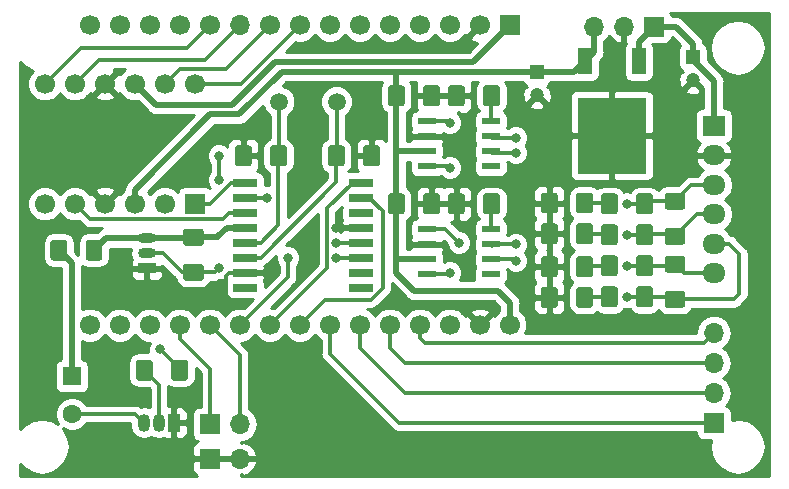
<source format=gtl>
%TF.GenerationSoftware,KiCad,Pcbnew,(5.0.0)*%
%TF.CreationDate,2019-11-04T22:18:49+01:00*%
%TF.ProjectId,PSAVanCanBridge_v14,50534156616E43616E4272696467655F,rev?*%
%TF.SameCoordinates,Original*%
%TF.FileFunction,Copper,L1,Top,Signal*%
%TF.FilePolarity,Positive*%
%FSLAX46Y46*%
G04 Gerber Fmt 4.6, Leading zero omitted, Abs format (unit mm)*
G04 Created by KiCad (PCBNEW (5.0.0)) date 11/04/19 22:18:49*
%MOMM*%
%LPD*%
G01*
G04 APERTURE LIST*
%ADD10R,1.700000X1.700000*%
%ADD11O,1.700000X1.700000*%
%ADD12C,1.700000*%
%ADD13C,0.100000*%
%ADD14C,1.425000*%
%ADD15O,1.500000X0.900000*%
%ADD16R,1.500000X0.900000*%
%ADD17C,1.600000*%
%ADD18R,1.600000X1.600000*%
%ADD19R,1.050000X1.500000*%
%ADD20O,1.050000X1.500000*%
%ADD21R,1.550000X0.600000*%
%ADD22C,1.200000*%
%ADD23R,1.200000X1.200000*%
%ADD24C,1.500000*%
%ADD25O,1.950000X1.700000*%
%ADD26R,1.950000X1.700000*%
%ADD27R,5.800000X6.400000*%
%ADD28R,1.200000X2.200000*%
%ADD29R,2.032000X0.660400*%
%ADD30C,0.900000*%
%ADD31C,0.800000*%
%ADD32C,0.300000*%
%ADD33C,0.500000*%
%ADD34C,0.254000*%
G04 APERTURE END LIST*
D10*
X67564000Y-89408000D03*
D11*
X70104000Y-89408000D03*
D10*
X67564000Y-86487000D03*
D11*
X70104000Y-86487000D03*
D12*
X57404000Y-78105000D03*
X59944000Y-78105000D03*
X62484000Y-78105000D03*
X65024000Y-78105000D03*
X67564000Y-78105000D03*
X70104000Y-78105000D03*
X72644000Y-78105000D03*
X75184000Y-78105000D03*
X77724000Y-78105000D03*
X80264000Y-78105000D03*
X82804000Y-78105000D03*
X85344000Y-78105000D03*
X87884000Y-78105000D03*
X90424000Y-78105000D03*
X92964000Y-78105000D03*
X57404000Y-52705000D03*
X59944000Y-52705000D03*
X62484000Y-52705000D03*
X65024000Y-52705000D03*
X67564000Y-52705000D03*
D11*
X70104000Y-52705000D03*
D12*
X72644000Y-52705000D03*
X75184000Y-52705000D03*
X77724000Y-52705000D03*
X80264000Y-52705000D03*
X82804000Y-52705000D03*
X85344000Y-52705000D03*
X87884000Y-52705000D03*
X90424000Y-52705000D03*
D10*
X92964000Y-52705000D03*
D12*
X53594000Y-67818000D03*
X56134000Y-67818000D03*
X58674000Y-67818000D03*
X61214000Y-67818000D03*
X63754000Y-67818000D03*
D10*
X66294000Y-67818000D03*
D12*
X53594000Y-57658000D03*
X56134000Y-57658000D03*
X58674000Y-57658000D03*
X61214000Y-57658000D03*
X63754000Y-57658000D03*
X66294000Y-57658000D03*
D10*
X110236000Y-86360000D03*
D11*
X110236000Y-83820000D03*
X110236000Y-81280000D03*
X110236000Y-78740000D03*
D13*
G36*
X66816504Y-69937204D02*
X66840773Y-69940804D01*
X66864571Y-69946765D01*
X66887671Y-69955030D01*
X66909849Y-69965520D01*
X66930893Y-69978133D01*
X66950598Y-69992747D01*
X66968777Y-70009223D01*
X66985253Y-70027402D01*
X66999867Y-70047107D01*
X67012480Y-70068151D01*
X67022970Y-70090329D01*
X67031235Y-70113429D01*
X67037196Y-70137227D01*
X67040796Y-70161496D01*
X67042000Y-70186000D01*
X67042000Y-71111000D01*
X67040796Y-71135504D01*
X67037196Y-71159773D01*
X67031235Y-71183571D01*
X67022970Y-71206671D01*
X67012480Y-71228849D01*
X66999867Y-71249893D01*
X66985253Y-71269598D01*
X66968777Y-71287777D01*
X66950598Y-71304253D01*
X66930893Y-71318867D01*
X66909849Y-71331480D01*
X66887671Y-71341970D01*
X66864571Y-71350235D01*
X66840773Y-71356196D01*
X66816504Y-71359796D01*
X66792000Y-71361000D01*
X65542000Y-71361000D01*
X65517496Y-71359796D01*
X65493227Y-71356196D01*
X65469429Y-71350235D01*
X65446329Y-71341970D01*
X65424151Y-71331480D01*
X65403107Y-71318867D01*
X65383402Y-71304253D01*
X65365223Y-71287777D01*
X65348747Y-71269598D01*
X65334133Y-71249893D01*
X65321520Y-71228849D01*
X65311030Y-71206671D01*
X65302765Y-71183571D01*
X65296804Y-71159773D01*
X65293204Y-71135504D01*
X65292000Y-71111000D01*
X65292000Y-70186000D01*
X65293204Y-70161496D01*
X65296804Y-70137227D01*
X65302765Y-70113429D01*
X65311030Y-70090329D01*
X65321520Y-70068151D01*
X65334133Y-70047107D01*
X65348747Y-70027402D01*
X65365223Y-70009223D01*
X65383402Y-69992747D01*
X65403107Y-69978133D01*
X65424151Y-69965520D01*
X65446329Y-69955030D01*
X65469429Y-69946765D01*
X65493227Y-69940804D01*
X65517496Y-69937204D01*
X65542000Y-69936000D01*
X66792000Y-69936000D01*
X66816504Y-69937204D01*
X66816504Y-69937204D01*
G37*
D14*
X66167000Y-70648500D03*
D13*
G36*
X66816504Y-72912204D02*
X66840773Y-72915804D01*
X66864571Y-72921765D01*
X66887671Y-72930030D01*
X66909849Y-72940520D01*
X66930893Y-72953133D01*
X66950598Y-72967747D01*
X66968777Y-72984223D01*
X66985253Y-73002402D01*
X66999867Y-73022107D01*
X67012480Y-73043151D01*
X67022970Y-73065329D01*
X67031235Y-73088429D01*
X67037196Y-73112227D01*
X67040796Y-73136496D01*
X67042000Y-73161000D01*
X67042000Y-74086000D01*
X67040796Y-74110504D01*
X67037196Y-74134773D01*
X67031235Y-74158571D01*
X67022970Y-74181671D01*
X67012480Y-74203849D01*
X66999867Y-74224893D01*
X66985253Y-74244598D01*
X66968777Y-74262777D01*
X66950598Y-74279253D01*
X66930893Y-74293867D01*
X66909849Y-74306480D01*
X66887671Y-74316970D01*
X66864571Y-74325235D01*
X66840773Y-74331196D01*
X66816504Y-74334796D01*
X66792000Y-74336000D01*
X65542000Y-74336000D01*
X65517496Y-74334796D01*
X65493227Y-74331196D01*
X65469429Y-74325235D01*
X65446329Y-74316970D01*
X65424151Y-74306480D01*
X65403107Y-74293867D01*
X65383402Y-74279253D01*
X65365223Y-74262777D01*
X65348747Y-74244598D01*
X65334133Y-74224893D01*
X65321520Y-74203849D01*
X65311030Y-74181671D01*
X65302765Y-74158571D01*
X65296804Y-74134773D01*
X65293204Y-74110504D01*
X65292000Y-74086000D01*
X65292000Y-73161000D01*
X65293204Y-73136496D01*
X65296804Y-73112227D01*
X65302765Y-73088429D01*
X65311030Y-73065329D01*
X65321520Y-73043151D01*
X65334133Y-73022107D01*
X65348747Y-73002402D01*
X65365223Y-72984223D01*
X65383402Y-72967747D01*
X65403107Y-72953133D01*
X65424151Y-72940520D01*
X65446329Y-72930030D01*
X65469429Y-72921765D01*
X65493227Y-72915804D01*
X65517496Y-72912204D01*
X65542000Y-72911000D01*
X66792000Y-72911000D01*
X66816504Y-72912204D01*
X66816504Y-72912204D01*
G37*
D14*
X66167000Y-73623500D03*
D13*
G36*
X83835504Y-57800204D02*
X83859773Y-57803804D01*
X83883571Y-57809765D01*
X83906671Y-57818030D01*
X83928849Y-57828520D01*
X83949893Y-57841133D01*
X83969598Y-57855747D01*
X83987777Y-57872223D01*
X84004253Y-57890402D01*
X84018867Y-57910107D01*
X84031480Y-57931151D01*
X84041970Y-57953329D01*
X84050235Y-57976429D01*
X84056196Y-58000227D01*
X84059796Y-58024496D01*
X84061000Y-58049000D01*
X84061000Y-59299000D01*
X84059796Y-59323504D01*
X84056196Y-59347773D01*
X84050235Y-59371571D01*
X84041970Y-59394671D01*
X84031480Y-59416849D01*
X84018867Y-59437893D01*
X84004253Y-59457598D01*
X83987777Y-59475777D01*
X83969598Y-59492253D01*
X83949893Y-59506867D01*
X83928849Y-59519480D01*
X83906671Y-59529970D01*
X83883571Y-59538235D01*
X83859773Y-59544196D01*
X83835504Y-59547796D01*
X83811000Y-59549000D01*
X82886000Y-59549000D01*
X82861496Y-59547796D01*
X82837227Y-59544196D01*
X82813429Y-59538235D01*
X82790329Y-59529970D01*
X82768151Y-59519480D01*
X82747107Y-59506867D01*
X82727402Y-59492253D01*
X82709223Y-59475777D01*
X82692747Y-59457598D01*
X82678133Y-59437893D01*
X82665520Y-59416849D01*
X82655030Y-59394671D01*
X82646765Y-59371571D01*
X82640804Y-59347773D01*
X82637204Y-59323504D01*
X82636000Y-59299000D01*
X82636000Y-58049000D01*
X82637204Y-58024496D01*
X82640804Y-58000227D01*
X82646765Y-57976429D01*
X82655030Y-57953329D01*
X82665520Y-57931151D01*
X82678133Y-57910107D01*
X82692747Y-57890402D01*
X82709223Y-57872223D01*
X82727402Y-57855747D01*
X82747107Y-57841133D01*
X82768151Y-57828520D01*
X82790329Y-57818030D01*
X82813429Y-57809765D01*
X82837227Y-57803804D01*
X82861496Y-57800204D01*
X82886000Y-57799000D01*
X83811000Y-57799000D01*
X83835504Y-57800204D01*
X83835504Y-57800204D01*
G37*
D14*
X83348500Y-58674000D03*
D13*
G36*
X86810504Y-57800204D02*
X86834773Y-57803804D01*
X86858571Y-57809765D01*
X86881671Y-57818030D01*
X86903849Y-57828520D01*
X86924893Y-57841133D01*
X86944598Y-57855747D01*
X86962777Y-57872223D01*
X86979253Y-57890402D01*
X86993867Y-57910107D01*
X87006480Y-57931151D01*
X87016970Y-57953329D01*
X87025235Y-57976429D01*
X87031196Y-58000227D01*
X87034796Y-58024496D01*
X87036000Y-58049000D01*
X87036000Y-59299000D01*
X87034796Y-59323504D01*
X87031196Y-59347773D01*
X87025235Y-59371571D01*
X87016970Y-59394671D01*
X87006480Y-59416849D01*
X86993867Y-59437893D01*
X86979253Y-59457598D01*
X86962777Y-59475777D01*
X86944598Y-59492253D01*
X86924893Y-59506867D01*
X86903849Y-59519480D01*
X86881671Y-59529970D01*
X86858571Y-59538235D01*
X86834773Y-59544196D01*
X86810504Y-59547796D01*
X86786000Y-59549000D01*
X85861000Y-59549000D01*
X85836496Y-59547796D01*
X85812227Y-59544196D01*
X85788429Y-59538235D01*
X85765329Y-59529970D01*
X85743151Y-59519480D01*
X85722107Y-59506867D01*
X85702402Y-59492253D01*
X85684223Y-59475777D01*
X85667747Y-59457598D01*
X85653133Y-59437893D01*
X85640520Y-59416849D01*
X85630030Y-59394671D01*
X85621765Y-59371571D01*
X85615804Y-59347773D01*
X85612204Y-59323504D01*
X85611000Y-59299000D01*
X85611000Y-58049000D01*
X85612204Y-58024496D01*
X85615804Y-58000227D01*
X85621765Y-57976429D01*
X85630030Y-57953329D01*
X85640520Y-57931151D01*
X85653133Y-57910107D01*
X85667747Y-57890402D01*
X85684223Y-57872223D01*
X85702402Y-57855747D01*
X85722107Y-57841133D01*
X85743151Y-57828520D01*
X85765329Y-57818030D01*
X85788429Y-57809765D01*
X85812227Y-57803804D01*
X85836496Y-57800204D01*
X85861000Y-57799000D01*
X86786000Y-57799000D01*
X86810504Y-57800204D01*
X86810504Y-57800204D01*
G37*
D14*
X86323500Y-58674000D03*
D13*
G36*
X86810504Y-66944204D02*
X86834773Y-66947804D01*
X86858571Y-66953765D01*
X86881671Y-66962030D01*
X86903849Y-66972520D01*
X86924893Y-66985133D01*
X86944598Y-66999747D01*
X86962777Y-67016223D01*
X86979253Y-67034402D01*
X86993867Y-67054107D01*
X87006480Y-67075151D01*
X87016970Y-67097329D01*
X87025235Y-67120429D01*
X87031196Y-67144227D01*
X87034796Y-67168496D01*
X87036000Y-67193000D01*
X87036000Y-68443000D01*
X87034796Y-68467504D01*
X87031196Y-68491773D01*
X87025235Y-68515571D01*
X87016970Y-68538671D01*
X87006480Y-68560849D01*
X86993867Y-68581893D01*
X86979253Y-68601598D01*
X86962777Y-68619777D01*
X86944598Y-68636253D01*
X86924893Y-68650867D01*
X86903849Y-68663480D01*
X86881671Y-68673970D01*
X86858571Y-68682235D01*
X86834773Y-68688196D01*
X86810504Y-68691796D01*
X86786000Y-68693000D01*
X85861000Y-68693000D01*
X85836496Y-68691796D01*
X85812227Y-68688196D01*
X85788429Y-68682235D01*
X85765329Y-68673970D01*
X85743151Y-68663480D01*
X85722107Y-68650867D01*
X85702402Y-68636253D01*
X85684223Y-68619777D01*
X85667747Y-68601598D01*
X85653133Y-68581893D01*
X85640520Y-68560849D01*
X85630030Y-68538671D01*
X85621765Y-68515571D01*
X85615804Y-68491773D01*
X85612204Y-68467504D01*
X85611000Y-68443000D01*
X85611000Y-67193000D01*
X85612204Y-67168496D01*
X85615804Y-67144227D01*
X85621765Y-67120429D01*
X85630030Y-67097329D01*
X85640520Y-67075151D01*
X85653133Y-67054107D01*
X85667747Y-67034402D01*
X85684223Y-67016223D01*
X85702402Y-66999747D01*
X85722107Y-66985133D01*
X85743151Y-66972520D01*
X85765329Y-66962030D01*
X85788429Y-66953765D01*
X85812227Y-66947804D01*
X85836496Y-66944204D01*
X85861000Y-66943000D01*
X86786000Y-66943000D01*
X86810504Y-66944204D01*
X86810504Y-66944204D01*
G37*
D14*
X86323500Y-67818000D03*
D13*
G36*
X83835504Y-66944204D02*
X83859773Y-66947804D01*
X83883571Y-66953765D01*
X83906671Y-66962030D01*
X83928849Y-66972520D01*
X83949893Y-66985133D01*
X83969598Y-66999747D01*
X83987777Y-67016223D01*
X84004253Y-67034402D01*
X84018867Y-67054107D01*
X84031480Y-67075151D01*
X84041970Y-67097329D01*
X84050235Y-67120429D01*
X84056196Y-67144227D01*
X84059796Y-67168496D01*
X84061000Y-67193000D01*
X84061000Y-68443000D01*
X84059796Y-68467504D01*
X84056196Y-68491773D01*
X84050235Y-68515571D01*
X84041970Y-68538671D01*
X84031480Y-68560849D01*
X84018867Y-68581893D01*
X84004253Y-68601598D01*
X83987777Y-68619777D01*
X83969598Y-68636253D01*
X83949893Y-68650867D01*
X83928849Y-68663480D01*
X83906671Y-68673970D01*
X83883571Y-68682235D01*
X83859773Y-68688196D01*
X83835504Y-68691796D01*
X83811000Y-68693000D01*
X82886000Y-68693000D01*
X82861496Y-68691796D01*
X82837227Y-68688196D01*
X82813429Y-68682235D01*
X82790329Y-68673970D01*
X82768151Y-68663480D01*
X82747107Y-68650867D01*
X82727402Y-68636253D01*
X82709223Y-68619777D01*
X82692747Y-68601598D01*
X82678133Y-68581893D01*
X82665520Y-68560849D01*
X82655030Y-68538671D01*
X82646765Y-68515571D01*
X82640804Y-68491773D01*
X82637204Y-68467504D01*
X82636000Y-68443000D01*
X82636000Y-67193000D01*
X82637204Y-67168496D01*
X82640804Y-67144227D01*
X82646765Y-67120429D01*
X82655030Y-67097329D01*
X82665520Y-67075151D01*
X82678133Y-67054107D01*
X82692747Y-67034402D01*
X82709223Y-67016223D01*
X82727402Y-66999747D01*
X82747107Y-66985133D01*
X82768151Y-66972520D01*
X82790329Y-66962030D01*
X82813429Y-66953765D01*
X82837227Y-66947804D01*
X82861496Y-66944204D01*
X82886000Y-66943000D01*
X83811000Y-66943000D01*
X83835504Y-66944204D01*
X83835504Y-66944204D01*
G37*
D14*
X83348500Y-67818000D03*
D13*
G36*
X99764504Y-74878204D02*
X99788773Y-74881804D01*
X99812571Y-74887765D01*
X99835671Y-74896030D01*
X99857849Y-74906520D01*
X99878893Y-74919133D01*
X99898598Y-74933747D01*
X99916777Y-74950223D01*
X99933253Y-74968402D01*
X99947867Y-74988107D01*
X99960480Y-75009151D01*
X99970970Y-75031329D01*
X99979235Y-75054429D01*
X99985196Y-75078227D01*
X99988796Y-75102496D01*
X99990000Y-75127000D01*
X99990000Y-76377000D01*
X99988796Y-76401504D01*
X99985196Y-76425773D01*
X99979235Y-76449571D01*
X99970970Y-76472671D01*
X99960480Y-76494849D01*
X99947867Y-76515893D01*
X99933253Y-76535598D01*
X99916777Y-76553777D01*
X99898598Y-76570253D01*
X99878893Y-76584867D01*
X99857849Y-76597480D01*
X99835671Y-76607970D01*
X99812571Y-76616235D01*
X99788773Y-76622196D01*
X99764504Y-76625796D01*
X99740000Y-76627000D01*
X98815000Y-76627000D01*
X98790496Y-76625796D01*
X98766227Y-76622196D01*
X98742429Y-76616235D01*
X98719329Y-76607970D01*
X98697151Y-76597480D01*
X98676107Y-76584867D01*
X98656402Y-76570253D01*
X98638223Y-76553777D01*
X98621747Y-76535598D01*
X98607133Y-76515893D01*
X98594520Y-76494849D01*
X98584030Y-76472671D01*
X98575765Y-76449571D01*
X98569804Y-76425773D01*
X98566204Y-76401504D01*
X98565000Y-76377000D01*
X98565000Y-75127000D01*
X98566204Y-75102496D01*
X98569804Y-75078227D01*
X98575765Y-75054429D01*
X98584030Y-75031329D01*
X98594520Y-75009151D01*
X98607133Y-74988107D01*
X98621747Y-74968402D01*
X98638223Y-74950223D01*
X98656402Y-74933747D01*
X98676107Y-74919133D01*
X98697151Y-74906520D01*
X98719329Y-74896030D01*
X98742429Y-74887765D01*
X98766227Y-74881804D01*
X98790496Y-74878204D01*
X98815000Y-74877000D01*
X99740000Y-74877000D01*
X99764504Y-74878204D01*
X99764504Y-74878204D01*
G37*
D14*
X99277500Y-75752000D03*
D13*
G36*
X96789504Y-74878204D02*
X96813773Y-74881804D01*
X96837571Y-74887765D01*
X96860671Y-74896030D01*
X96882849Y-74906520D01*
X96903893Y-74919133D01*
X96923598Y-74933747D01*
X96941777Y-74950223D01*
X96958253Y-74968402D01*
X96972867Y-74988107D01*
X96985480Y-75009151D01*
X96995970Y-75031329D01*
X97004235Y-75054429D01*
X97010196Y-75078227D01*
X97013796Y-75102496D01*
X97015000Y-75127000D01*
X97015000Y-76377000D01*
X97013796Y-76401504D01*
X97010196Y-76425773D01*
X97004235Y-76449571D01*
X96995970Y-76472671D01*
X96985480Y-76494849D01*
X96972867Y-76515893D01*
X96958253Y-76535598D01*
X96941777Y-76553777D01*
X96923598Y-76570253D01*
X96903893Y-76584867D01*
X96882849Y-76597480D01*
X96860671Y-76607970D01*
X96837571Y-76616235D01*
X96813773Y-76622196D01*
X96789504Y-76625796D01*
X96765000Y-76627000D01*
X95840000Y-76627000D01*
X95815496Y-76625796D01*
X95791227Y-76622196D01*
X95767429Y-76616235D01*
X95744329Y-76607970D01*
X95722151Y-76597480D01*
X95701107Y-76584867D01*
X95681402Y-76570253D01*
X95663223Y-76553777D01*
X95646747Y-76535598D01*
X95632133Y-76515893D01*
X95619520Y-76494849D01*
X95609030Y-76472671D01*
X95600765Y-76449571D01*
X95594804Y-76425773D01*
X95591204Y-76401504D01*
X95590000Y-76377000D01*
X95590000Y-75127000D01*
X95591204Y-75102496D01*
X95594804Y-75078227D01*
X95600765Y-75054429D01*
X95609030Y-75031329D01*
X95619520Y-75009151D01*
X95632133Y-74988107D01*
X95646747Y-74968402D01*
X95663223Y-74950223D01*
X95681402Y-74933747D01*
X95701107Y-74919133D01*
X95722151Y-74906520D01*
X95744329Y-74896030D01*
X95767429Y-74887765D01*
X95791227Y-74881804D01*
X95815496Y-74878204D01*
X95840000Y-74877000D01*
X96765000Y-74877000D01*
X96789504Y-74878204D01*
X96789504Y-74878204D01*
G37*
D14*
X96302500Y-75752000D03*
D13*
G36*
X99764504Y-72278204D02*
X99788773Y-72281804D01*
X99812571Y-72287765D01*
X99835671Y-72296030D01*
X99857849Y-72306520D01*
X99878893Y-72319133D01*
X99898598Y-72333747D01*
X99916777Y-72350223D01*
X99933253Y-72368402D01*
X99947867Y-72388107D01*
X99960480Y-72409151D01*
X99970970Y-72431329D01*
X99979235Y-72454429D01*
X99985196Y-72478227D01*
X99988796Y-72502496D01*
X99990000Y-72527000D01*
X99990000Y-73777000D01*
X99988796Y-73801504D01*
X99985196Y-73825773D01*
X99979235Y-73849571D01*
X99970970Y-73872671D01*
X99960480Y-73894849D01*
X99947867Y-73915893D01*
X99933253Y-73935598D01*
X99916777Y-73953777D01*
X99898598Y-73970253D01*
X99878893Y-73984867D01*
X99857849Y-73997480D01*
X99835671Y-74007970D01*
X99812571Y-74016235D01*
X99788773Y-74022196D01*
X99764504Y-74025796D01*
X99740000Y-74027000D01*
X98815000Y-74027000D01*
X98790496Y-74025796D01*
X98766227Y-74022196D01*
X98742429Y-74016235D01*
X98719329Y-74007970D01*
X98697151Y-73997480D01*
X98676107Y-73984867D01*
X98656402Y-73970253D01*
X98638223Y-73953777D01*
X98621747Y-73935598D01*
X98607133Y-73915893D01*
X98594520Y-73894849D01*
X98584030Y-73872671D01*
X98575765Y-73849571D01*
X98569804Y-73825773D01*
X98566204Y-73801504D01*
X98565000Y-73777000D01*
X98565000Y-72527000D01*
X98566204Y-72502496D01*
X98569804Y-72478227D01*
X98575765Y-72454429D01*
X98584030Y-72431329D01*
X98594520Y-72409151D01*
X98607133Y-72388107D01*
X98621747Y-72368402D01*
X98638223Y-72350223D01*
X98656402Y-72333747D01*
X98676107Y-72319133D01*
X98697151Y-72306520D01*
X98719329Y-72296030D01*
X98742429Y-72287765D01*
X98766227Y-72281804D01*
X98790496Y-72278204D01*
X98815000Y-72277000D01*
X99740000Y-72277000D01*
X99764504Y-72278204D01*
X99764504Y-72278204D01*
G37*
D14*
X99277500Y-73152000D03*
D13*
G36*
X96789504Y-72278204D02*
X96813773Y-72281804D01*
X96837571Y-72287765D01*
X96860671Y-72296030D01*
X96882849Y-72306520D01*
X96903893Y-72319133D01*
X96923598Y-72333747D01*
X96941777Y-72350223D01*
X96958253Y-72368402D01*
X96972867Y-72388107D01*
X96985480Y-72409151D01*
X96995970Y-72431329D01*
X97004235Y-72454429D01*
X97010196Y-72478227D01*
X97013796Y-72502496D01*
X97015000Y-72527000D01*
X97015000Y-73777000D01*
X97013796Y-73801504D01*
X97010196Y-73825773D01*
X97004235Y-73849571D01*
X96995970Y-73872671D01*
X96985480Y-73894849D01*
X96972867Y-73915893D01*
X96958253Y-73935598D01*
X96941777Y-73953777D01*
X96923598Y-73970253D01*
X96903893Y-73984867D01*
X96882849Y-73997480D01*
X96860671Y-74007970D01*
X96837571Y-74016235D01*
X96813773Y-74022196D01*
X96789504Y-74025796D01*
X96765000Y-74027000D01*
X95840000Y-74027000D01*
X95815496Y-74025796D01*
X95791227Y-74022196D01*
X95767429Y-74016235D01*
X95744329Y-74007970D01*
X95722151Y-73997480D01*
X95701107Y-73984867D01*
X95681402Y-73970253D01*
X95663223Y-73953777D01*
X95646747Y-73935598D01*
X95632133Y-73915893D01*
X95619520Y-73894849D01*
X95609030Y-73872671D01*
X95600765Y-73849571D01*
X95594804Y-73825773D01*
X95591204Y-73801504D01*
X95590000Y-73777000D01*
X95590000Y-72527000D01*
X95591204Y-72502496D01*
X95594804Y-72478227D01*
X95600765Y-72454429D01*
X95609030Y-72431329D01*
X95619520Y-72409151D01*
X95632133Y-72388107D01*
X95646747Y-72368402D01*
X95663223Y-72350223D01*
X95681402Y-72333747D01*
X95701107Y-72319133D01*
X95722151Y-72306520D01*
X95744329Y-72296030D01*
X95767429Y-72287765D01*
X95791227Y-72281804D01*
X95815496Y-72278204D01*
X95840000Y-72277000D01*
X96765000Y-72277000D01*
X96789504Y-72278204D01*
X96789504Y-72278204D01*
G37*
D14*
X96302500Y-73152000D03*
D13*
G36*
X96789504Y-69484204D02*
X96813773Y-69487804D01*
X96837571Y-69493765D01*
X96860671Y-69502030D01*
X96882849Y-69512520D01*
X96903893Y-69525133D01*
X96923598Y-69539747D01*
X96941777Y-69556223D01*
X96958253Y-69574402D01*
X96972867Y-69594107D01*
X96985480Y-69615151D01*
X96995970Y-69637329D01*
X97004235Y-69660429D01*
X97010196Y-69684227D01*
X97013796Y-69708496D01*
X97015000Y-69733000D01*
X97015000Y-70983000D01*
X97013796Y-71007504D01*
X97010196Y-71031773D01*
X97004235Y-71055571D01*
X96995970Y-71078671D01*
X96985480Y-71100849D01*
X96972867Y-71121893D01*
X96958253Y-71141598D01*
X96941777Y-71159777D01*
X96923598Y-71176253D01*
X96903893Y-71190867D01*
X96882849Y-71203480D01*
X96860671Y-71213970D01*
X96837571Y-71222235D01*
X96813773Y-71228196D01*
X96789504Y-71231796D01*
X96765000Y-71233000D01*
X95840000Y-71233000D01*
X95815496Y-71231796D01*
X95791227Y-71228196D01*
X95767429Y-71222235D01*
X95744329Y-71213970D01*
X95722151Y-71203480D01*
X95701107Y-71190867D01*
X95681402Y-71176253D01*
X95663223Y-71159777D01*
X95646747Y-71141598D01*
X95632133Y-71121893D01*
X95619520Y-71100849D01*
X95609030Y-71078671D01*
X95600765Y-71055571D01*
X95594804Y-71031773D01*
X95591204Y-71007504D01*
X95590000Y-70983000D01*
X95590000Y-69733000D01*
X95591204Y-69708496D01*
X95594804Y-69684227D01*
X95600765Y-69660429D01*
X95609030Y-69637329D01*
X95619520Y-69615151D01*
X95632133Y-69594107D01*
X95646747Y-69574402D01*
X95663223Y-69556223D01*
X95681402Y-69539747D01*
X95701107Y-69525133D01*
X95722151Y-69512520D01*
X95744329Y-69502030D01*
X95767429Y-69493765D01*
X95791227Y-69487804D01*
X95815496Y-69484204D01*
X95840000Y-69483000D01*
X96765000Y-69483000D01*
X96789504Y-69484204D01*
X96789504Y-69484204D01*
G37*
D14*
X96302500Y-70358000D03*
D13*
G36*
X99764504Y-69484204D02*
X99788773Y-69487804D01*
X99812571Y-69493765D01*
X99835671Y-69502030D01*
X99857849Y-69512520D01*
X99878893Y-69525133D01*
X99898598Y-69539747D01*
X99916777Y-69556223D01*
X99933253Y-69574402D01*
X99947867Y-69594107D01*
X99960480Y-69615151D01*
X99970970Y-69637329D01*
X99979235Y-69660429D01*
X99985196Y-69684227D01*
X99988796Y-69708496D01*
X99990000Y-69733000D01*
X99990000Y-70983000D01*
X99988796Y-71007504D01*
X99985196Y-71031773D01*
X99979235Y-71055571D01*
X99970970Y-71078671D01*
X99960480Y-71100849D01*
X99947867Y-71121893D01*
X99933253Y-71141598D01*
X99916777Y-71159777D01*
X99898598Y-71176253D01*
X99878893Y-71190867D01*
X99857849Y-71203480D01*
X99835671Y-71213970D01*
X99812571Y-71222235D01*
X99788773Y-71228196D01*
X99764504Y-71231796D01*
X99740000Y-71233000D01*
X98815000Y-71233000D01*
X98790496Y-71231796D01*
X98766227Y-71228196D01*
X98742429Y-71222235D01*
X98719329Y-71213970D01*
X98697151Y-71203480D01*
X98676107Y-71190867D01*
X98656402Y-71176253D01*
X98638223Y-71159777D01*
X98621747Y-71141598D01*
X98607133Y-71121893D01*
X98594520Y-71100849D01*
X98584030Y-71078671D01*
X98575765Y-71055571D01*
X98569804Y-71031773D01*
X98566204Y-71007504D01*
X98565000Y-70983000D01*
X98565000Y-69733000D01*
X98566204Y-69708496D01*
X98569804Y-69684227D01*
X98575765Y-69660429D01*
X98584030Y-69637329D01*
X98594520Y-69615151D01*
X98607133Y-69594107D01*
X98621747Y-69574402D01*
X98638223Y-69556223D01*
X98656402Y-69539747D01*
X98676107Y-69525133D01*
X98697151Y-69512520D01*
X98719329Y-69502030D01*
X98742429Y-69493765D01*
X98766227Y-69487804D01*
X98790496Y-69484204D01*
X98815000Y-69483000D01*
X99740000Y-69483000D01*
X99764504Y-69484204D01*
X99764504Y-69484204D01*
G37*
D14*
X99277500Y-70358000D03*
D13*
G36*
X99764504Y-66884204D02*
X99788773Y-66887804D01*
X99812571Y-66893765D01*
X99835671Y-66902030D01*
X99857849Y-66912520D01*
X99878893Y-66925133D01*
X99898598Y-66939747D01*
X99916777Y-66956223D01*
X99933253Y-66974402D01*
X99947867Y-66994107D01*
X99960480Y-67015151D01*
X99970970Y-67037329D01*
X99979235Y-67060429D01*
X99985196Y-67084227D01*
X99988796Y-67108496D01*
X99990000Y-67133000D01*
X99990000Y-68383000D01*
X99988796Y-68407504D01*
X99985196Y-68431773D01*
X99979235Y-68455571D01*
X99970970Y-68478671D01*
X99960480Y-68500849D01*
X99947867Y-68521893D01*
X99933253Y-68541598D01*
X99916777Y-68559777D01*
X99898598Y-68576253D01*
X99878893Y-68590867D01*
X99857849Y-68603480D01*
X99835671Y-68613970D01*
X99812571Y-68622235D01*
X99788773Y-68628196D01*
X99764504Y-68631796D01*
X99740000Y-68633000D01*
X98815000Y-68633000D01*
X98790496Y-68631796D01*
X98766227Y-68628196D01*
X98742429Y-68622235D01*
X98719329Y-68613970D01*
X98697151Y-68603480D01*
X98676107Y-68590867D01*
X98656402Y-68576253D01*
X98638223Y-68559777D01*
X98621747Y-68541598D01*
X98607133Y-68521893D01*
X98594520Y-68500849D01*
X98584030Y-68478671D01*
X98575765Y-68455571D01*
X98569804Y-68431773D01*
X98566204Y-68407504D01*
X98565000Y-68383000D01*
X98565000Y-67133000D01*
X98566204Y-67108496D01*
X98569804Y-67084227D01*
X98575765Y-67060429D01*
X98584030Y-67037329D01*
X98594520Y-67015151D01*
X98607133Y-66994107D01*
X98621747Y-66974402D01*
X98638223Y-66956223D01*
X98656402Y-66939747D01*
X98676107Y-66925133D01*
X98697151Y-66912520D01*
X98719329Y-66902030D01*
X98742429Y-66893765D01*
X98766227Y-66887804D01*
X98790496Y-66884204D01*
X98815000Y-66883000D01*
X99740000Y-66883000D01*
X99764504Y-66884204D01*
X99764504Y-66884204D01*
G37*
D14*
X99277500Y-67758000D03*
D13*
G36*
X96789504Y-66884204D02*
X96813773Y-66887804D01*
X96837571Y-66893765D01*
X96860671Y-66902030D01*
X96882849Y-66912520D01*
X96903893Y-66925133D01*
X96923598Y-66939747D01*
X96941777Y-66956223D01*
X96958253Y-66974402D01*
X96972867Y-66994107D01*
X96985480Y-67015151D01*
X96995970Y-67037329D01*
X97004235Y-67060429D01*
X97010196Y-67084227D01*
X97013796Y-67108496D01*
X97015000Y-67133000D01*
X97015000Y-68383000D01*
X97013796Y-68407504D01*
X97010196Y-68431773D01*
X97004235Y-68455571D01*
X96995970Y-68478671D01*
X96985480Y-68500849D01*
X96972867Y-68521893D01*
X96958253Y-68541598D01*
X96941777Y-68559777D01*
X96923598Y-68576253D01*
X96903893Y-68590867D01*
X96882849Y-68603480D01*
X96860671Y-68613970D01*
X96837571Y-68622235D01*
X96813773Y-68628196D01*
X96789504Y-68631796D01*
X96765000Y-68633000D01*
X95840000Y-68633000D01*
X95815496Y-68631796D01*
X95791227Y-68628196D01*
X95767429Y-68622235D01*
X95744329Y-68613970D01*
X95722151Y-68603480D01*
X95701107Y-68590867D01*
X95681402Y-68576253D01*
X95663223Y-68559777D01*
X95646747Y-68541598D01*
X95632133Y-68521893D01*
X95619520Y-68500849D01*
X95609030Y-68478671D01*
X95600765Y-68455571D01*
X95594804Y-68431773D01*
X95591204Y-68407504D01*
X95590000Y-68383000D01*
X95590000Y-67133000D01*
X95591204Y-67108496D01*
X95594804Y-67084227D01*
X95600765Y-67060429D01*
X95609030Y-67037329D01*
X95619520Y-67015151D01*
X95632133Y-66994107D01*
X95646747Y-66974402D01*
X95663223Y-66956223D01*
X95681402Y-66939747D01*
X95701107Y-66925133D01*
X95722151Y-66912520D01*
X95744329Y-66902030D01*
X95767429Y-66893765D01*
X95791227Y-66887804D01*
X95815496Y-66884204D01*
X95840000Y-66883000D01*
X96765000Y-66883000D01*
X96789504Y-66884204D01*
X96789504Y-66884204D01*
G37*
D14*
X96302500Y-67758000D03*
D13*
G36*
X101869504Y-66944204D02*
X101893773Y-66947804D01*
X101917571Y-66953765D01*
X101940671Y-66962030D01*
X101962849Y-66972520D01*
X101983893Y-66985133D01*
X102003598Y-66999747D01*
X102021777Y-67016223D01*
X102038253Y-67034402D01*
X102052867Y-67054107D01*
X102065480Y-67075151D01*
X102075970Y-67097329D01*
X102084235Y-67120429D01*
X102090196Y-67144227D01*
X102093796Y-67168496D01*
X102095000Y-67193000D01*
X102095000Y-68443000D01*
X102093796Y-68467504D01*
X102090196Y-68491773D01*
X102084235Y-68515571D01*
X102075970Y-68538671D01*
X102065480Y-68560849D01*
X102052867Y-68581893D01*
X102038253Y-68601598D01*
X102021777Y-68619777D01*
X102003598Y-68636253D01*
X101983893Y-68650867D01*
X101962849Y-68663480D01*
X101940671Y-68673970D01*
X101917571Y-68682235D01*
X101893773Y-68688196D01*
X101869504Y-68691796D01*
X101845000Y-68693000D01*
X100920000Y-68693000D01*
X100895496Y-68691796D01*
X100871227Y-68688196D01*
X100847429Y-68682235D01*
X100824329Y-68673970D01*
X100802151Y-68663480D01*
X100781107Y-68650867D01*
X100761402Y-68636253D01*
X100743223Y-68619777D01*
X100726747Y-68601598D01*
X100712133Y-68581893D01*
X100699520Y-68560849D01*
X100689030Y-68538671D01*
X100680765Y-68515571D01*
X100674804Y-68491773D01*
X100671204Y-68467504D01*
X100670000Y-68443000D01*
X100670000Y-67193000D01*
X100671204Y-67168496D01*
X100674804Y-67144227D01*
X100680765Y-67120429D01*
X100689030Y-67097329D01*
X100699520Y-67075151D01*
X100712133Y-67054107D01*
X100726747Y-67034402D01*
X100743223Y-67016223D01*
X100761402Y-66999747D01*
X100781107Y-66985133D01*
X100802151Y-66972520D01*
X100824329Y-66962030D01*
X100847429Y-66953765D01*
X100871227Y-66947804D01*
X100895496Y-66944204D01*
X100920000Y-66943000D01*
X101845000Y-66943000D01*
X101869504Y-66944204D01*
X101869504Y-66944204D01*
G37*
D14*
X101382500Y-67818000D03*
D13*
G36*
X104844504Y-66944204D02*
X104868773Y-66947804D01*
X104892571Y-66953765D01*
X104915671Y-66962030D01*
X104937849Y-66972520D01*
X104958893Y-66985133D01*
X104978598Y-66999747D01*
X104996777Y-67016223D01*
X105013253Y-67034402D01*
X105027867Y-67054107D01*
X105040480Y-67075151D01*
X105050970Y-67097329D01*
X105059235Y-67120429D01*
X105065196Y-67144227D01*
X105068796Y-67168496D01*
X105070000Y-67193000D01*
X105070000Y-68443000D01*
X105068796Y-68467504D01*
X105065196Y-68491773D01*
X105059235Y-68515571D01*
X105050970Y-68538671D01*
X105040480Y-68560849D01*
X105027867Y-68581893D01*
X105013253Y-68601598D01*
X104996777Y-68619777D01*
X104978598Y-68636253D01*
X104958893Y-68650867D01*
X104937849Y-68663480D01*
X104915671Y-68673970D01*
X104892571Y-68682235D01*
X104868773Y-68688196D01*
X104844504Y-68691796D01*
X104820000Y-68693000D01*
X103895000Y-68693000D01*
X103870496Y-68691796D01*
X103846227Y-68688196D01*
X103822429Y-68682235D01*
X103799329Y-68673970D01*
X103777151Y-68663480D01*
X103756107Y-68650867D01*
X103736402Y-68636253D01*
X103718223Y-68619777D01*
X103701747Y-68601598D01*
X103687133Y-68581893D01*
X103674520Y-68560849D01*
X103664030Y-68538671D01*
X103655765Y-68515571D01*
X103649804Y-68491773D01*
X103646204Y-68467504D01*
X103645000Y-68443000D01*
X103645000Y-67193000D01*
X103646204Y-67168496D01*
X103649804Y-67144227D01*
X103655765Y-67120429D01*
X103664030Y-67097329D01*
X103674520Y-67075151D01*
X103687133Y-67054107D01*
X103701747Y-67034402D01*
X103718223Y-67016223D01*
X103736402Y-66999747D01*
X103756107Y-66985133D01*
X103777151Y-66972520D01*
X103799329Y-66962030D01*
X103822429Y-66953765D01*
X103846227Y-66947804D01*
X103870496Y-66944204D01*
X103895000Y-66943000D01*
X104820000Y-66943000D01*
X104844504Y-66944204D01*
X104844504Y-66944204D01*
G37*
D14*
X104357500Y-67818000D03*
D13*
G36*
X104844504Y-69568870D02*
X104868773Y-69572470D01*
X104892571Y-69578431D01*
X104915671Y-69586696D01*
X104937849Y-69597186D01*
X104958893Y-69609799D01*
X104978598Y-69624413D01*
X104996777Y-69640889D01*
X105013253Y-69659068D01*
X105027867Y-69678773D01*
X105040480Y-69699817D01*
X105050970Y-69721995D01*
X105059235Y-69745095D01*
X105065196Y-69768893D01*
X105068796Y-69793162D01*
X105070000Y-69817666D01*
X105070000Y-71067666D01*
X105068796Y-71092170D01*
X105065196Y-71116439D01*
X105059235Y-71140237D01*
X105050970Y-71163337D01*
X105040480Y-71185515D01*
X105027867Y-71206559D01*
X105013253Y-71226264D01*
X104996777Y-71244443D01*
X104978598Y-71260919D01*
X104958893Y-71275533D01*
X104937849Y-71288146D01*
X104915671Y-71298636D01*
X104892571Y-71306901D01*
X104868773Y-71312862D01*
X104844504Y-71316462D01*
X104820000Y-71317666D01*
X103895000Y-71317666D01*
X103870496Y-71316462D01*
X103846227Y-71312862D01*
X103822429Y-71306901D01*
X103799329Y-71298636D01*
X103777151Y-71288146D01*
X103756107Y-71275533D01*
X103736402Y-71260919D01*
X103718223Y-71244443D01*
X103701747Y-71226264D01*
X103687133Y-71206559D01*
X103674520Y-71185515D01*
X103664030Y-71163337D01*
X103655765Y-71140237D01*
X103649804Y-71116439D01*
X103646204Y-71092170D01*
X103645000Y-71067666D01*
X103645000Y-69817666D01*
X103646204Y-69793162D01*
X103649804Y-69768893D01*
X103655765Y-69745095D01*
X103664030Y-69721995D01*
X103674520Y-69699817D01*
X103687133Y-69678773D01*
X103701747Y-69659068D01*
X103718223Y-69640889D01*
X103736402Y-69624413D01*
X103756107Y-69609799D01*
X103777151Y-69597186D01*
X103799329Y-69586696D01*
X103822429Y-69578431D01*
X103846227Y-69572470D01*
X103870496Y-69568870D01*
X103895000Y-69567666D01*
X104820000Y-69567666D01*
X104844504Y-69568870D01*
X104844504Y-69568870D01*
G37*
D14*
X104357500Y-70442666D03*
D13*
G36*
X101869504Y-69568870D02*
X101893773Y-69572470D01*
X101917571Y-69578431D01*
X101940671Y-69586696D01*
X101962849Y-69597186D01*
X101983893Y-69609799D01*
X102003598Y-69624413D01*
X102021777Y-69640889D01*
X102038253Y-69659068D01*
X102052867Y-69678773D01*
X102065480Y-69699817D01*
X102075970Y-69721995D01*
X102084235Y-69745095D01*
X102090196Y-69768893D01*
X102093796Y-69793162D01*
X102095000Y-69817666D01*
X102095000Y-71067666D01*
X102093796Y-71092170D01*
X102090196Y-71116439D01*
X102084235Y-71140237D01*
X102075970Y-71163337D01*
X102065480Y-71185515D01*
X102052867Y-71206559D01*
X102038253Y-71226264D01*
X102021777Y-71244443D01*
X102003598Y-71260919D01*
X101983893Y-71275533D01*
X101962849Y-71288146D01*
X101940671Y-71298636D01*
X101917571Y-71306901D01*
X101893773Y-71312862D01*
X101869504Y-71316462D01*
X101845000Y-71317666D01*
X100920000Y-71317666D01*
X100895496Y-71316462D01*
X100871227Y-71312862D01*
X100847429Y-71306901D01*
X100824329Y-71298636D01*
X100802151Y-71288146D01*
X100781107Y-71275533D01*
X100761402Y-71260919D01*
X100743223Y-71244443D01*
X100726747Y-71226264D01*
X100712133Y-71206559D01*
X100699520Y-71185515D01*
X100689030Y-71163337D01*
X100680765Y-71140237D01*
X100674804Y-71116439D01*
X100671204Y-71092170D01*
X100670000Y-71067666D01*
X100670000Y-69817666D01*
X100671204Y-69793162D01*
X100674804Y-69768893D01*
X100680765Y-69745095D01*
X100689030Y-69721995D01*
X100699520Y-69699817D01*
X100712133Y-69678773D01*
X100726747Y-69659068D01*
X100743223Y-69640889D01*
X100761402Y-69624413D01*
X100781107Y-69609799D01*
X100802151Y-69597186D01*
X100824329Y-69586696D01*
X100847429Y-69578431D01*
X100871227Y-69572470D01*
X100895496Y-69568870D01*
X100920000Y-69567666D01*
X101845000Y-69567666D01*
X101869504Y-69568870D01*
X101869504Y-69568870D01*
G37*
D14*
X101382500Y-70442666D03*
D13*
G36*
X101869504Y-72193536D02*
X101893773Y-72197136D01*
X101917571Y-72203097D01*
X101940671Y-72211362D01*
X101962849Y-72221852D01*
X101983893Y-72234465D01*
X102003598Y-72249079D01*
X102021777Y-72265555D01*
X102038253Y-72283734D01*
X102052867Y-72303439D01*
X102065480Y-72324483D01*
X102075970Y-72346661D01*
X102084235Y-72369761D01*
X102090196Y-72393559D01*
X102093796Y-72417828D01*
X102095000Y-72442332D01*
X102095000Y-73692332D01*
X102093796Y-73716836D01*
X102090196Y-73741105D01*
X102084235Y-73764903D01*
X102075970Y-73788003D01*
X102065480Y-73810181D01*
X102052867Y-73831225D01*
X102038253Y-73850930D01*
X102021777Y-73869109D01*
X102003598Y-73885585D01*
X101983893Y-73900199D01*
X101962849Y-73912812D01*
X101940671Y-73923302D01*
X101917571Y-73931567D01*
X101893773Y-73937528D01*
X101869504Y-73941128D01*
X101845000Y-73942332D01*
X100920000Y-73942332D01*
X100895496Y-73941128D01*
X100871227Y-73937528D01*
X100847429Y-73931567D01*
X100824329Y-73923302D01*
X100802151Y-73912812D01*
X100781107Y-73900199D01*
X100761402Y-73885585D01*
X100743223Y-73869109D01*
X100726747Y-73850930D01*
X100712133Y-73831225D01*
X100699520Y-73810181D01*
X100689030Y-73788003D01*
X100680765Y-73764903D01*
X100674804Y-73741105D01*
X100671204Y-73716836D01*
X100670000Y-73692332D01*
X100670000Y-72442332D01*
X100671204Y-72417828D01*
X100674804Y-72393559D01*
X100680765Y-72369761D01*
X100689030Y-72346661D01*
X100699520Y-72324483D01*
X100712133Y-72303439D01*
X100726747Y-72283734D01*
X100743223Y-72265555D01*
X100761402Y-72249079D01*
X100781107Y-72234465D01*
X100802151Y-72221852D01*
X100824329Y-72211362D01*
X100847429Y-72203097D01*
X100871227Y-72197136D01*
X100895496Y-72193536D01*
X100920000Y-72192332D01*
X101845000Y-72192332D01*
X101869504Y-72193536D01*
X101869504Y-72193536D01*
G37*
D14*
X101382500Y-73067332D03*
D13*
G36*
X104844504Y-72193536D02*
X104868773Y-72197136D01*
X104892571Y-72203097D01*
X104915671Y-72211362D01*
X104937849Y-72221852D01*
X104958893Y-72234465D01*
X104978598Y-72249079D01*
X104996777Y-72265555D01*
X105013253Y-72283734D01*
X105027867Y-72303439D01*
X105040480Y-72324483D01*
X105050970Y-72346661D01*
X105059235Y-72369761D01*
X105065196Y-72393559D01*
X105068796Y-72417828D01*
X105070000Y-72442332D01*
X105070000Y-73692332D01*
X105068796Y-73716836D01*
X105065196Y-73741105D01*
X105059235Y-73764903D01*
X105050970Y-73788003D01*
X105040480Y-73810181D01*
X105027867Y-73831225D01*
X105013253Y-73850930D01*
X104996777Y-73869109D01*
X104978598Y-73885585D01*
X104958893Y-73900199D01*
X104937849Y-73912812D01*
X104915671Y-73923302D01*
X104892571Y-73931567D01*
X104868773Y-73937528D01*
X104844504Y-73941128D01*
X104820000Y-73942332D01*
X103895000Y-73942332D01*
X103870496Y-73941128D01*
X103846227Y-73937528D01*
X103822429Y-73931567D01*
X103799329Y-73923302D01*
X103777151Y-73912812D01*
X103756107Y-73900199D01*
X103736402Y-73885585D01*
X103718223Y-73869109D01*
X103701747Y-73850930D01*
X103687133Y-73831225D01*
X103674520Y-73810181D01*
X103664030Y-73788003D01*
X103655765Y-73764903D01*
X103649804Y-73741105D01*
X103646204Y-73716836D01*
X103645000Y-73692332D01*
X103645000Y-72442332D01*
X103646204Y-72417828D01*
X103649804Y-72393559D01*
X103655765Y-72369761D01*
X103664030Y-72346661D01*
X103674520Y-72324483D01*
X103687133Y-72303439D01*
X103701747Y-72283734D01*
X103718223Y-72265555D01*
X103736402Y-72249079D01*
X103756107Y-72234465D01*
X103777151Y-72221852D01*
X103799329Y-72211362D01*
X103822429Y-72203097D01*
X103846227Y-72197136D01*
X103870496Y-72193536D01*
X103895000Y-72192332D01*
X104820000Y-72192332D01*
X104844504Y-72193536D01*
X104844504Y-72193536D01*
G37*
D14*
X104357500Y-73067332D03*
D15*
X62230000Y-72009000D03*
X62230000Y-70739000D03*
D16*
X62230000Y-73279000D03*
D13*
G36*
X101869504Y-74818204D02*
X101893773Y-74821804D01*
X101917571Y-74827765D01*
X101940671Y-74836030D01*
X101962849Y-74846520D01*
X101983893Y-74859133D01*
X102003598Y-74873747D01*
X102021777Y-74890223D01*
X102038253Y-74908402D01*
X102052867Y-74928107D01*
X102065480Y-74949151D01*
X102075970Y-74971329D01*
X102084235Y-74994429D01*
X102090196Y-75018227D01*
X102093796Y-75042496D01*
X102095000Y-75067000D01*
X102095000Y-76317000D01*
X102093796Y-76341504D01*
X102090196Y-76365773D01*
X102084235Y-76389571D01*
X102075970Y-76412671D01*
X102065480Y-76434849D01*
X102052867Y-76455893D01*
X102038253Y-76475598D01*
X102021777Y-76493777D01*
X102003598Y-76510253D01*
X101983893Y-76524867D01*
X101962849Y-76537480D01*
X101940671Y-76547970D01*
X101917571Y-76556235D01*
X101893773Y-76562196D01*
X101869504Y-76565796D01*
X101845000Y-76567000D01*
X100920000Y-76567000D01*
X100895496Y-76565796D01*
X100871227Y-76562196D01*
X100847429Y-76556235D01*
X100824329Y-76547970D01*
X100802151Y-76537480D01*
X100781107Y-76524867D01*
X100761402Y-76510253D01*
X100743223Y-76493777D01*
X100726747Y-76475598D01*
X100712133Y-76455893D01*
X100699520Y-76434849D01*
X100689030Y-76412671D01*
X100680765Y-76389571D01*
X100674804Y-76365773D01*
X100671204Y-76341504D01*
X100670000Y-76317000D01*
X100670000Y-75067000D01*
X100671204Y-75042496D01*
X100674804Y-75018227D01*
X100680765Y-74994429D01*
X100689030Y-74971329D01*
X100699520Y-74949151D01*
X100712133Y-74928107D01*
X100726747Y-74908402D01*
X100743223Y-74890223D01*
X100761402Y-74873747D01*
X100781107Y-74859133D01*
X100802151Y-74846520D01*
X100824329Y-74836030D01*
X100847429Y-74827765D01*
X100871227Y-74821804D01*
X100895496Y-74818204D01*
X100920000Y-74817000D01*
X101845000Y-74817000D01*
X101869504Y-74818204D01*
X101869504Y-74818204D01*
G37*
D14*
X101382500Y-75692000D03*
D13*
G36*
X104844504Y-74818204D02*
X104868773Y-74821804D01*
X104892571Y-74827765D01*
X104915671Y-74836030D01*
X104937849Y-74846520D01*
X104958893Y-74859133D01*
X104978598Y-74873747D01*
X104996777Y-74890223D01*
X105013253Y-74908402D01*
X105027867Y-74928107D01*
X105040480Y-74949151D01*
X105050970Y-74971329D01*
X105059235Y-74994429D01*
X105065196Y-75018227D01*
X105068796Y-75042496D01*
X105070000Y-75067000D01*
X105070000Y-76317000D01*
X105068796Y-76341504D01*
X105065196Y-76365773D01*
X105059235Y-76389571D01*
X105050970Y-76412671D01*
X105040480Y-76434849D01*
X105027867Y-76455893D01*
X105013253Y-76475598D01*
X104996777Y-76493777D01*
X104978598Y-76510253D01*
X104958893Y-76524867D01*
X104937849Y-76537480D01*
X104915671Y-76547970D01*
X104892571Y-76556235D01*
X104868773Y-76562196D01*
X104844504Y-76565796D01*
X104820000Y-76567000D01*
X103895000Y-76567000D01*
X103870496Y-76565796D01*
X103846227Y-76562196D01*
X103822429Y-76556235D01*
X103799329Y-76547970D01*
X103777151Y-76537480D01*
X103756107Y-76524867D01*
X103736402Y-76510253D01*
X103718223Y-76493777D01*
X103701747Y-76475598D01*
X103687133Y-76455893D01*
X103674520Y-76434849D01*
X103664030Y-76412671D01*
X103655765Y-76389571D01*
X103649804Y-76365773D01*
X103646204Y-76341504D01*
X103645000Y-76317000D01*
X103645000Y-75067000D01*
X103646204Y-75042496D01*
X103649804Y-75018227D01*
X103655765Y-74994429D01*
X103664030Y-74971329D01*
X103674520Y-74949151D01*
X103687133Y-74928107D01*
X103701747Y-74908402D01*
X103718223Y-74890223D01*
X103736402Y-74873747D01*
X103756107Y-74859133D01*
X103777151Y-74846520D01*
X103799329Y-74836030D01*
X103822429Y-74827765D01*
X103846227Y-74821804D01*
X103870496Y-74818204D01*
X103895000Y-74817000D01*
X104820000Y-74817000D01*
X104844504Y-74818204D01*
X104844504Y-74818204D01*
G37*
D14*
X104357500Y-75692000D03*
D17*
X55880000Y-85623000D03*
D18*
X55880000Y-82423000D03*
D19*
X64516000Y-86360000D03*
D20*
X61976000Y-86360000D03*
X63246000Y-86360000D03*
D13*
G36*
X91890504Y-66944204D02*
X91914773Y-66947804D01*
X91938571Y-66953765D01*
X91961671Y-66962030D01*
X91983849Y-66972520D01*
X92004893Y-66985133D01*
X92024598Y-66999747D01*
X92042777Y-67016223D01*
X92059253Y-67034402D01*
X92073867Y-67054107D01*
X92086480Y-67075151D01*
X92096970Y-67097329D01*
X92105235Y-67120429D01*
X92111196Y-67144227D01*
X92114796Y-67168496D01*
X92116000Y-67193000D01*
X92116000Y-68443000D01*
X92114796Y-68467504D01*
X92111196Y-68491773D01*
X92105235Y-68515571D01*
X92096970Y-68538671D01*
X92086480Y-68560849D01*
X92073867Y-68581893D01*
X92059253Y-68601598D01*
X92042777Y-68619777D01*
X92024598Y-68636253D01*
X92004893Y-68650867D01*
X91983849Y-68663480D01*
X91961671Y-68673970D01*
X91938571Y-68682235D01*
X91914773Y-68688196D01*
X91890504Y-68691796D01*
X91866000Y-68693000D01*
X90941000Y-68693000D01*
X90916496Y-68691796D01*
X90892227Y-68688196D01*
X90868429Y-68682235D01*
X90845329Y-68673970D01*
X90823151Y-68663480D01*
X90802107Y-68650867D01*
X90782402Y-68636253D01*
X90764223Y-68619777D01*
X90747747Y-68601598D01*
X90733133Y-68581893D01*
X90720520Y-68560849D01*
X90710030Y-68538671D01*
X90701765Y-68515571D01*
X90695804Y-68491773D01*
X90692204Y-68467504D01*
X90691000Y-68443000D01*
X90691000Y-67193000D01*
X90692204Y-67168496D01*
X90695804Y-67144227D01*
X90701765Y-67120429D01*
X90710030Y-67097329D01*
X90720520Y-67075151D01*
X90733133Y-67054107D01*
X90747747Y-67034402D01*
X90764223Y-67016223D01*
X90782402Y-66999747D01*
X90802107Y-66985133D01*
X90823151Y-66972520D01*
X90845329Y-66962030D01*
X90868429Y-66953765D01*
X90892227Y-66947804D01*
X90916496Y-66944204D01*
X90941000Y-66943000D01*
X91866000Y-66943000D01*
X91890504Y-66944204D01*
X91890504Y-66944204D01*
G37*
D14*
X91403500Y-67818000D03*
D13*
G36*
X88915504Y-66944204D02*
X88939773Y-66947804D01*
X88963571Y-66953765D01*
X88986671Y-66962030D01*
X89008849Y-66972520D01*
X89029893Y-66985133D01*
X89049598Y-66999747D01*
X89067777Y-67016223D01*
X89084253Y-67034402D01*
X89098867Y-67054107D01*
X89111480Y-67075151D01*
X89121970Y-67097329D01*
X89130235Y-67120429D01*
X89136196Y-67144227D01*
X89139796Y-67168496D01*
X89141000Y-67193000D01*
X89141000Y-68443000D01*
X89139796Y-68467504D01*
X89136196Y-68491773D01*
X89130235Y-68515571D01*
X89121970Y-68538671D01*
X89111480Y-68560849D01*
X89098867Y-68581893D01*
X89084253Y-68601598D01*
X89067777Y-68619777D01*
X89049598Y-68636253D01*
X89029893Y-68650867D01*
X89008849Y-68663480D01*
X88986671Y-68673970D01*
X88963571Y-68682235D01*
X88939773Y-68688196D01*
X88915504Y-68691796D01*
X88891000Y-68693000D01*
X87966000Y-68693000D01*
X87941496Y-68691796D01*
X87917227Y-68688196D01*
X87893429Y-68682235D01*
X87870329Y-68673970D01*
X87848151Y-68663480D01*
X87827107Y-68650867D01*
X87807402Y-68636253D01*
X87789223Y-68619777D01*
X87772747Y-68601598D01*
X87758133Y-68581893D01*
X87745520Y-68560849D01*
X87735030Y-68538671D01*
X87726765Y-68515571D01*
X87720804Y-68491773D01*
X87717204Y-68467504D01*
X87716000Y-68443000D01*
X87716000Y-67193000D01*
X87717204Y-67168496D01*
X87720804Y-67144227D01*
X87726765Y-67120429D01*
X87735030Y-67097329D01*
X87745520Y-67075151D01*
X87758133Y-67054107D01*
X87772747Y-67034402D01*
X87789223Y-67016223D01*
X87807402Y-66999747D01*
X87827107Y-66985133D01*
X87848151Y-66972520D01*
X87870329Y-66962030D01*
X87893429Y-66953765D01*
X87917227Y-66947804D01*
X87941496Y-66944204D01*
X87966000Y-66943000D01*
X88891000Y-66943000D01*
X88915504Y-66944204D01*
X88915504Y-66944204D01*
G37*
D14*
X88428500Y-67818000D03*
D13*
G36*
X88915504Y-57800204D02*
X88939773Y-57803804D01*
X88963571Y-57809765D01*
X88986671Y-57818030D01*
X89008849Y-57828520D01*
X89029893Y-57841133D01*
X89049598Y-57855747D01*
X89067777Y-57872223D01*
X89084253Y-57890402D01*
X89098867Y-57910107D01*
X89111480Y-57931151D01*
X89121970Y-57953329D01*
X89130235Y-57976429D01*
X89136196Y-58000227D01*
X89139796Y-58024496D01*
X89141000Y-58049000D01*
X89141000Y-59299000D01*
X89139796Y-59323504D01*
X89136196Y-59347773D01*
X89130235Y-59371571D01*
X89121970Y-59394671D01*
X89111480Y-59416849D01*
X89098867Y-59437893D01*
X89084253Y-59457598D01*
X89067777Y-59475777D01*
X89049598Y-59492253D01*
X89029893Y-59506867D01*
X89008849Y-59519480D01*
X88986671Y-59529970D01*
X88963571Y-59538235D01*
X88939773Y-59544196D01*
X88915504Y-59547796D01*
X88891000Y-59549000D01*
X87966000Y-59549000D01*
X87941496Y-59547796D01*
X87917227Y-59544196D01*
X87893429Y-59538235D01*
X87870329Y-59529970D01*
X87848151Y-59519480D01*
X87827107Y-59506867D01*
X87807402Y-59492253D01*
X87789223Y-59475777D01*
X87772747Y-59457598D01*
X87758133Y-59437893D01*
X87745520Y-59416849D01*
X87735030Y-59394671D01*
X87726765Y-59371571D01*
X87720804Y-59347773D01*
X87717204Y-59323504D01*
X87716000Y-59299000D01*
X87716000Y-58049000D01*
X87717204Y-58024496D01*
X87720804Y-58000227D01*
X87726765Y-57976429D01*
X87735030Y-57953329D01*
X87745520Y-57931151D01*
X87758133Y-57910107D01*
X87772747Y-57890402D01*
X87789223Y-57872223D01*
X87807402Y-57855747D01*
X87827107Y-57841133D01*
X87848151Y-57828520D01*
X87870329Y-57818030D01*
X87893429Y-57809765D01*
X87917227Y-57803804D01*
X87941496Y-57800204D01*
X87966000Y-57799000D01*
X88891000Y-57799000D01*
X88915504Y-57800204D01*
X88915504Y-57800204D01*
G37*
D14*
X88428500Y-58674000D03*
D13*
G36*
X91890504Y-57800204D02*
X91914773Y-57803804D01*
X91938571Y-57809765D01*
X91961671Y-57818030D01*
X91983849Y-57828520D01*
X92004893Y-57841133D01*
X92024598Y-57855747D01*
X92042777Y-57872223D01*
X92059253Y-57890402D01*
X92073867Y-57910107D01*
X92086480Y-57931151D01*
X92096970Y-57953329D01*
X92105235Y-57976429D01*
X92111196Y-58000227D01*
X92114796Y-58024496D01*
X92116000Y-58049000D01*
X92116000Y-59299000D01*
X92114796Y-59323504D01*
X92111196Y-59347773D01*
X92105235Y-59371571D01*
X92096970Y-59394671D01*
X92086480Y-59416849D01*
X92073867Y-59437893D01*
X92059253Y-59457598D01*
X92042777Y-59475777D01*
X92024598Y-59492253D01*
X92004893Y-59506867D01*
X91983849Y-59519480D01*
X91961671Y-59529970D01*
X91938571Y-59538235D01*
X91914773Y-59544196D01*
X91890504Y-59547796D01*
X91866000Y-59549000D01*
X90941000Y-59549000D01*
X90916496Y-59547796D01*
X90892227Y-59544196D01*
X90868429Y-59538235D01*
X90845329Y-59529970D01*
X90823151Y-59519480D01*
X90802107Y-59506867D01*
X90782402Y-59492253D01*
X90764223Y-59475777D01*
X90747747Y-59457598D01*
X90733133Y-59437893D01*
X90720520Y-59416849D01*
X90710030Y-59394671D01*
X90701765Y-59371571D01*
X90695804Y-59347773D01*
X90692204Y-59323504D01*
X90691000Y-59299000D01*
X90691000Y-58049000D01*
X90692204Y-58024496D01*
X90695804Y-58000227D01*
X90701765Y-57976429D01*
X90710030Y-57953329D01*
X90720520Y-57931151D01*
X90733133Y-57910107D01*
X90747747Y-57890402D01*
X90764223Y-57872223D01*
X90782402Y-57855747D01*
X90802107Y-57841133D01*
X90823151Y-57828520D01*
X90845329Y-57818030D01*
X90868429Y-57809765D01*
X90892227Y-57803804D01*
X90916496Y-57800204D01*
X90941000Y-57799000D01*
X91866000Y-57799000D01*
X91890504Y-57800204D01*
X91890504Y-57800204D01*
G37*
D14*
X91403500Y-58674000D03*
D21*
X91346000Y-60833000D03*
X91346000Y-62103000D03*
X91346000Y-63373000D03*
X91346000Y-64643000D03*
X85946000Y-64643000D03*
X85946000Y-63373000D03*
X85946000Y-62103000D03*
X85946000Y-60833000D03*
D22*
X108458000Y-57372000D03*
D23*
X108458000Y-55372000D03*
X95250000Y-56642000D03*
D22*
X95250000Y-58642000D03*
D10*
X105156000Y-52832000D03*
D11*
X102616000Y-52832000D03*
X100076000Y-52832000D03*
D24*
X73406000Y-59182000D03*
X78286000Y-59182000D03*
D25*
X110236000Y-73714000D03*
X110236000Y-71214000D03*
X110236000Y-68714000D03*
X110236000Y-66214000D03*
X110236000Y-63714000D03*
D26*
X110236000Y-61214000D03*
D13*
G36*
X107583504Y-72223204D02*
X107607773Y-72226804D01*
X107631571Y-72232765D01*
X107654671Y-72241030D01*
X107676849Y-72251520D01*
X107697893Y-72264133D01*
X107717598Y-72278747D01*
X107735777Y-72295223D01*
X107752253Y-72313402D01*
X107766867Y-72333107D01*
X107779480Y-72354151D01*
X107789970Y-72376329D01*
X107798235Y-72399429D01*
X107804196Y-72423227D01*
X107807796Y-72447496D01*
X107809000Y-72472000D01*
X107809000Y-73397000D01*
X107807796Y-73421504D01*
X107804196Y-73445773D01*
X107798235Y-73469571D01*
X107789970Y-73492671D01*
X107779480Y-73514849D01*
X107766867Y-73535893D01*
X107752253Y-73555598D01*
X107735777Y-73573777D01*
X107717598Y-73590253D01*
X107697893Y-73604867D01*
X107676849Y-73617480D01*
X107654671Y-73627970D01*
X107631571Y-73636235D01*
X107607773Y-73642196D01*
X107583504Y-73645796D01*
X107559000Y-73647000D01*
X106309000Y-73647000D01*
X106284496Y-73645796D01*
X106260227Y-73642196D01*
X106236429Y-73636235D01*
X106213329Y-73627970D01*
X106191151Y-73617480D01*
X106170107Y-73604867D01*
X106150402Y-73590253D01*
X106132223Y-73573777D01*
X106115747Y-73555598D01*
X106101133Y-73535893D01*
X106088520Y-73514849D01*
X106078030Y-73492671D01*
X106069765Y-73469571D01*
X106063804Y-73445773D01*
X106060204Y-73421504D01*
X106059000Y-73397000D01*
X106059000Y-72472000D01*
X106060204Y-72447496D01*
X106063804Y-72423227D01*
X106069765Y-72399429D01*
X106078030Y-72376329D01*
X106088520Y-72354151D01*
X106101133Y-72333107D01*
X106115747Y-72313402D01*
X106132223Y-72295223D01*
X106150402Y-72278747D01*
X106170107Y-72264133D01*
X106191151Y-72251520D01*
X106213329Y-72241030D01*
X106236429Y-72232765D01*
X106260227Y-72226804D01*
X106284496Y-72223204D01*
X106309000Y-72222000D01*
X107559000Y-72222000D01*
X107583504Y-72223204D01*
X107583504Y-72223204D01*
G37*
D14*
X106934000Y-72934500D03*
D13*
G36*
X107583504Y-75198204D02*
X107607773Y-75201804D01*
X107631571Y-75207765D01*
X107654671Y-75216030D01*
X107676849Y-75226520D01*
X107697893Y-75239133D01*
X107717598Y-75253747D01*
X107735777Y-75270223D01*
X107752253Y-75288402D01*
X107766867Y-75308107D01*
X107779480Y-75329151D01*
X107789970Y-75351329D01*
X107798235Y-75374429D01*
X107804196Y-75398227D01*
X107807796Y-75422496D01*
X107809000Y-75447000D01*
X107809000Y-76372000D01*
X107807796Y-76396504D01*
X107804196Y-76420773D01*
X107798235Y-76444571D01*
X107789970Y-76467671D01*
X107779480Y-76489849D01*
X107766867Y-76510893D01*
X107752253Y-76530598D01*
X107735777Y-76548777D01*
X107717598Y-76565253D01*
X107697893Y-76579867D01*
X107676849Y-76592480D01*
X107654671Y-76602970D01*
X107631571Y-76611235D01*
X107607773Y-76617196D01*
X107583504Y-76620796D01*
X107559000Y-76622000D01*
X106309000Y-76622000D01*
X106284496Y-76620796D01*
X106260227Y-76617196D01*
X106236429Y-76611235D01*
X106213329Y-76602970D01*
X106191151Y-76592480D01*
X106170107Y-76579867D01*
X106150402Y-76565253D01*
X106132223Y-76548777D01*
X106115747Y-76530598D01*
X106101133Y-76510893D01*
X106088520Y-76489849D01*
X106078030Y-76467671D01*
X106069765Y-76444571D01*
X106063804Y-76420773D01*
X106060204Y-76396504D01*
X106059000Y-76372000D01*
X106059000Y-75447000D01*
X106060204Y-75422496D01*
X106063804Y-75398227D01*
X106069765Y-75374429D01*
X106078030Y-75351329D01*
X106088520Y-75329151D01*
X106101133Y-75308107D01*
X106115747Y-75288402D01*
X106132223Y-75270223D01*
X106150402Y-75253747D01*
X106170107Y-75239133D01*
X106191151Y-75226520D01*
X106213329Y-75216030D01*
X106236429Y-75207765D01*
X106260227Y-75201804D01*
X106284496Y-75198204D01*
X106309000Y-75197000D01*
X107559000Y-75197000D01*
X107583504Y-75198204D01*
X107583504Y-75198204D01*
G37*
D14*
X106934000Y-75909500D03*
D13*
G36*
X107583504Y-69864204D02*
X107607773Y-69867804D01*
X107631571Y-69873765D01*
X107654671Y-69882030D01*
X107676849Y-69892520D01*
X107697893Y-69905133D01*
X107717598Y-69919747D01*
X107735777Y-69936223D01*
X107752253Y-69954402D01*
X107766867Y-69974107D01*
X107779480Y-69995151D01*
X107789970Y-70017329D01*
X107798235Y-70040429D01*
X107804196Y-70064227D01*
X107807796Y-70088496D01*
X107809000Y-70113000D01*
X107809000Y-71038000D01*
X107807796Y-71062504D01*
X107804196Y-71086773D01*
X107798235Y-71110571D01*
X107789970Y-71133671D01*
X107779480Y-71155849D01*
X107766867Y-71176893D01*
X107752253Y-71196598D01*
X107735777Y-71214777D01*
X107717598Y-71231253D01*
X107697893Y-71245867D01*
X107676849Y-71258480D01*
X107654671Y-71268970D01*
X107631571Y-71277235D01*
X107607773Y-71283196D01*
X107583504Y-71286796D01*
X107559000Y-71288000D01*
X106309000Y-71288000D01*
X106284496Y-71286796D01*
X106260227Y-71283196D01*
X106236429Y-71277235D01*
X106213329Y-71268970D01*
X106191151Y-71258480D01*
X106170107Y-71245867D01*
X106150402Y-71231253D01*
X106132223Y-71214777D01*
X106115747Y-71196598D01*
X106101133Y-71176893D01*
X106088520Y-71155849D01*
X106078030Y-71133671D01*
X106069765Y-71110571D01*
X106063804Y-71086773D01*
X106060204Y-71062504D01*
X106059000Y-71038000D01*
X106059000Y-70113000D01*
X106060204Y-70088496D01*
X106063804Y-70064227D01*
X106069765Y-70040429D01*
X106078030Y-70017329D01*
X106088520Y-69995151D01*
X106101133Y-69974107D01*
X106115747Y-69954402D01*
X106132223Y-69936223D01*
X106150402Y-69919747D01*
X106170107Y-69905133D01*
X106191151Y-69892520D01*
X106213329Y-69882030D01*
X106236429Y-69873765D01*
X106260227Y-69867804D01*
X106284496Y-69864204D01*
X106309000Y-69863000D01*
X107559000Y-69863000D01*
X107583504Y-69864204D01*
X107583504Y-69864204D01*
G37*
D14*
X106934000Y-70575500D03*
D13*
G36*
X107583504Y-66889204D02*
X107607773Y-66892804D01*
X107631571Y-66898765D01*
X107654671Y-66907030D01*
X107676849Y-66917520D01*
X107697893Y-66930133D01*
X107717598Y-66944747D01*
X107735777Y-66961223D01*
X107752253Y-66979402D01*
X107766867Y-66999107D01*
X107779480Y-67020151D01*
X107789970Y-67042329D01*
X107798235Y-67065429D01*
X107804196Y-67089227D01*
X107807796Y-67113496D01*
X107809000Y-67138000D01*
X107809000Y-68063000D01*
X107807796Y-68087504D01*
X107804196Y-68111773D01*
X107798235Y-68135571D01*
X107789970Y-68158671D01*
X107779480Y-68180849D01*
X107766867Y-68201893D01*
X107752253Y-68221598D01*
X107735777Y-68239777D01*
X107717598Y-68256253D01*
X107697893Y-68270867D01*
X107676849Y-68283480D01*
X107654671Y-68293970D01*
X107631571Y-68302235D01*
X107607773Y-68308196D01*
X107583504Y-68311796D01*
X107559000Y-68313000D01*
X106309000Y-68313000D01*
X106284496Y-68311796D01*
X106260227Y-68308196D01*
X106236429Y-68302235D01*
X106213329Y-68293970D01*
X106191151Y-68283480D01*
X106170107Y-68270867D01*
X106150402Y-68256253D01*
X106132223Y-68239777D01*
X106115747Y-68221598D01*
X106101133Y-68201893D01*
X106088520Y-68180849D01*
X106078030Y-68158671D01*
X106069765Y-68135571D01*
X106063804Y-68111773D01*
X106060204Y-68087504D01*
X106059000Y-68063000D01*
X106059000Y-67138000D01*
X106060204Y-67113496D01*
X106063804Y-67089227D01*
X106069765Y-67065429D01*
X106078030Y-67042329D01*
X106088520Y-67020151D01*
X106101133Y-66999107D01*
X106115747Y-66979402D01*
X106132223Y-66961223D01*
X106150402Y-66944747D01*
X106170107Y-66930133D01*
X106191151Y-66917520D01*
X106213329Y-66907030D01*
X106236429Y-66898765D01*
X106260227Y-66892804D01*
X106284496Y-66889204D01*
X106309000Y-66888000D01*
X107559000Y-66888000D01*
X107583504Y-66889204D01*
X107583504Y-66889204D01*
G37*
D14*
X106934000Y-67600500D03*
D27*
X101600000Y-62044000D03*
D28*
X99320000Y-55744000D03*
X103880000Y-55744000D03*
D13*
G36*
X55260504Y-70881204D02*
X55284773Y-70884804D01*
X55308571Y-70890765D01*
X55331671Y-70899030D01*
X55353849Y-70909520D01*
X55374893Y-70922133D01*
X55394598Y-70936747D01*
X55412777Y-70953223D01*
X55429253Y-70971402D01*
X55443867Y-70991107D01*
X55456480Y-71012151D01*
X55466970Y-71034329D01*
X55475235Y-71057429D01*
X55481196Y-71081227D01*
X55484796Y-71105496D01*
X55486000Y-71130000D01*
X55486000Y-72380000D01*
X55484796Y-72404504D01*
X55481196Y-72428773D01*
X55475235Y-72452571D01*
X55466970Y-72475671D01*
X55456480Y-72497849D01*
X55443867Y-72518893D01*
X55429253Y-72538598D01*
X55412777Y-72556777D01*
X55394598Y-72573253D01*
X55374893Y-72587867D01*
X55353849Y-72600480D01*
X55331671Y-72610970D01*
X55308571Y-72619235D01*
X55284773Y-72625196D01*
X55260504Y-72628796D01*
X55236000Y-72630000D01*
X54311000Y-72630000D01*
X54286496Y-72628796D01*
X54262227Y-72625196D01*
X54238429Y-72619235D01*
X54215329Y-72610970D01*
X54193151Y-72600480D01*
X54172107Y-72587867D01*
X54152402Y-72573253D01*
X54134223Y-72556777D01*
X54117747Y-72538598D01*
X54103133Y-72518893D01*
X54090520Y-72497849D01*
X54080030Y-72475671D01*
X54071765Y-72452571D01*
X54065804Y-72428773D01*
X54062204Y-72404504D01*
X54061000Y-72380000D01*
X54061000Y-71130000D01*
X54062204Y-71105496D01*
X54065804Y-71081227D01*
X54071765Y-71057429D01*
X54080030Y-71034329D01*
X54090520Y-71012151D01*
X54103133Y-70991107D01*
X54117747Y-70971402D01*
X54134223Y-70953223D01*
X54152402Y-70936747D01*
X54172107Y-70922133D01*
X54193151Y-70909520D01*
X54215329Y-70899030D01*
X54238429Y-70890765D01*
X54262227Y-70884804D01*
X54286496Y-70881204D01*
X54311000Y-70880000D01*
X55236000Y-70880000D01*
X55260504Y-70881204D01*
X55260504Y-70881204D01*
G37*
D14*
X54773500Y-71755000D03*
D13*
G36*
X58235504Y-70881204D02*
X58259773Y-70884804D01*
X58283571Y-70890765D01*
X58306671Y-70899030D01*
X58328849Y-70909520D01*
X58349893Y-70922133D01*
X58369598Y-70936747D01*
X58387777Y-70953223D01*
X58404253Y-70971402D01*
X58418867Y-70991107D01*
X58431480Y-71012151D01*
X58441970Y-71034329D01*
X58450235Y-71057429D01*
X58456196Y-71081227D01*
X58459796Y-71105496D01*
X58461000Y-71130000D01*
X58461000Y-72380000D01*
X58459796Y-72404504D01*
X58456196Y-72428773D01*
X58450235Y-72452571D01*
X58441970Y-72475671D01*
X58431480Y-72497849D01*
X58418867Y-72518893D01*
X58404253Y-72538598D01*
X58387777Y-72556777D01*
X58369598Y-72573253D01*
X58349893Y-72587867D01*
X58328849Y-72600480D01*
X58306671Y-72610970D01*
X58283571Y-72619235D01*
X58259773Y-72625196D01*
X58235504Y-72628796D01*
X58211000Y-72630000D01*
X57286000Y-72630000D01*
X57261496Y-72628796D01*
X57237227Y-72625196D01*
X57213429Y-72619235D01*
X57190329Y-72610970D01*
X57168151Y-72600480D01*
X57147107Y-72587867D01*
X57127402Y-72573253D01*
X57109223Y-72556777D01*
X57092747Y-72538598D01*
X57078133Y-72518893D01*
X57065520Y-72497849D01*
X57055030Y-72475671D01*
X57046765Y-72452571D01*
X57040804Y-72428773D01*
X57037204Y-72404504D01*
X57036000Y-72380000D01*
X57036000Y-71130000D01*
X57037204Y-71105496D01*
X57040804Y-71081227D01*
X57046765Y-71057429D01*
X57055030Y-71034329D01*
X57065520Y-71012151D01*
X57078133Y-70991107D01*
X57092747Y-70971402D01*
X57109223Y-70953223D01*
X57127402Y-70936747D01*
X57147107Y-70922133D01*
X57168151Y-70909520D01*
X57190329Y-70899030D01*
X57213429Y-70890765D01*
X57237227Y-70884804D01*
X57261496Y-70881204D01*
X57286000Y-70880000D01*
X58211000Y-70880000D01*
X58235504Y-70881204D01*
X58235504Y-70881204D01*
G37*
D14*
X57748500Y-71755000D03*
D13*
G36*
X81730504Y-62880204D02*
X81754773Y-62883804D01*
X81778571Y-62889765D01*
X81801671Y-62898030D01*
X81823849Y-62908520D01*
X81844893Y-62921133D01*
X81864598Y-62935747D01*
X81882777Y-62952223D01*
X81899253Y-62970402D01*
X81913867Y-62990107D01*
X81926480Y-63011151D01*
X81936970Y-63033329D01*
X81945235Y-63056429D01*
X81951196Y-63080227D01*
X81954796Y-63104496D01*
X81956000Y-63129000D01*
X81956000Y-64379000D01*
X81954796Y-64403504D01*
X81951196Y-64427773D01*
X81945235Y-64451571D01*
X81936970Y-64474671D01*
X81926480Y-64496849D01*
X81913867Y-64517893D01*
X81899253Y-64537598D01*
X81882777Y-64555777D01*
X81864598Y-64572253D01*
X81844893Y-64586867D01*
X81823849Y-64599480D01*
X81801671Y-64609970D01*
X81778571Y-64618235D01*
X81754773Y-64624196D01*
X81730504Y-64627796D01*
X81706000Y-64629000D01*
X80781000Y-64629000D01*
X80756496Y-64627796D01*
X80732227Y-64624196D01*
X80708429Y-64618235D01*
X80685329Y-64609970D01*
X80663151Y-64599480D01*
X80642107Y-64586867D01*
X80622402Y-64572253D01*
X80604223Y-64555777D01*
X80587747Y-64537598D01*
X80573133Y-64517893D01*
X80560520Y-64496849D01*
X80550030Y-64474671D01*
X80541765Y-64451571D01*
X80535804Y-64427773D01*
X80532204Y-64403504D01*
X80531000Y-64379000D01*
X80531000Y-63129000D01*
X80532204Y-63104496D01*
X80535804Y-63080227D01*
X80541765Y-63056429D01*
X80550030Y-63033329D01*
X80560520Y-63011151D01*
X80573133Y-62990107D01*
X80587747Y-62970402D01*
X80604223Y-62952223D01*
X80622402Y-62935747D01*
X80642107Y-62921133D01*
X80663151Y-62908520D01*
X80685329Y-62898030D01*
X80708429Y-62889765D01*
X80732227Y-62883804D01*
X80756496Y-62880204D01*
X80781000Y-62879000D01*
X81706000Y-62879000D01*
X81730504Y-62880204D01*
X81730504Y-62880204D01*
G37*
D14*
X81243500Y-63754000D03*
D13*
G36*
X78755504Y-62880204D02*
X78779773Y-62883804D01*
X78803571Y-62889765D01*
X78826671Y-62898030D01*
X78848849Y-62908520D01*
X78869893Y-62921133D01*
X78889598Y-62935747D01*
X78907777Y-62952223D01*
X78924253Y-62970402D01*
X78938867Y-62990107D01*
X78951480Y-63011151D01*
X78961970Y-63033329D01*
X78970235Y-63056429D01*
X78976196Y-63080227D01*
X78979796Y-63104496D01*
X78981000Y-63129000D01*
X78981000Y-64379000D01*
X78979796Y-64403504D01*
X78976196Y-64427773D01*
X78970235Y-64451571D01*
X78961970Y-64474671D01*
X78951480Y-64496849D01*
X78938867Y-64517893D01*
X78924253Y-64537598D01*
X78907777Y-64555777D01*
X78889598Y-64572253D01*
X78869893Y-64586867D01*
X78848849Y-64599480D01*
X78826671Y-64609970D01*
X78803571Y-64618235D01*
X78779773Y-64624196D01*
X78755504Y-64627796D01*
X78731000Y-64629000D01*
X77806000Y-64629000D01*
X77781496Y-64627796D01*
X77757227Y-64624196D01*
X77733429Y-64618235D01*
X77710329Y-64609970D01*
X77688151Y-64599480D01*
X77667107Y-64586867D01*
X77647402Y-64572253D01*
X77629223Y-64555777D01*
X77612747Y-64537598D01*
X77598133Y-64517893D01*
X77585520Y-64496849D01*
X77575030Y-64474671D01*
X77566765Y-64451571D01*
X77560804Y-64427773D01*
X77557204Y-64403504D01*
X77556000Y-64379000D01*
X77556000Y-63129000D01*
X77557204Y-63104496D01*
X77560804Y-63080227D01*
X77566765Y-63056429D01*
X77575030Y-63033329D01*
X77585520Y-63011151D01*
X77598133Y-62990107D01*
X77612747Y-62970402D01*
X77629223Y-62952223D01*
X77647402Y-62935747D01*
X77667107Y-62921133D01*
X77688151Y-62908520D01*
X77710329Y-62898030D01*
X77733429Y-62889765D01*
X77757227Y-62883804D01*
X77781496Y-62880204D01*
X77806000Y-62879000D01*
X78731000Y-62879000D01*
X78755504Y-62880204D01*
X78755504Y-62880204D01*
G37*
D14*
X78268500Y-63754000D03*
D13*
G36*
X73856504Y-62880204D02*
X73880773Y-62883804D01*
X73904571Y-62889765D01*
X73927671Y-62898030D01*
X73949849Y-62908520D01*
X73970893Y-62921133D01*
X73990598Y-62935747D01*
X74008777Y-62952223D01*
X74025253Y-62970402D01*
X74039867Y-62990107D01*
X74052480Y-63011151D01*
X74062970Y-63033329D01*
X74071235Y-63056429D01*
X74077196Y-63080227D01*
X74080796Y-63104496D01*
X74082000Y-63129000D01*
X74082000Y-64379000D01*
X74080796Y-64403504D01*
X74077196Y-64427773D01*
X74071235Y-64451571D01*
X74062970Y-64474671D01*
X74052480Y-64496849D01*
X74039867Y-64517893D01*
X74025253Y-64537598D01*
X74008777Y-64555777D01*
X73990598Y-64572253D01*
X73970893Y-64586867D01*
X73949849Y-64599480D01*
X73927671Y-64609970D01*
X73904571Y-64618235D01*
X73880773Y-64624196D01*
X73856504Y-64627796D01*
X73832000Y-64629000D01*
X72907000Y-64629000D01*
X72882496Y-64627796D01*
X72858227Y-64624196D01*
X72834429Y-64618235D01*
X72811329Y-64609970D01*
X72789151Y-64599480D01*
X72768107Y-64586867D01*
X72748402Y-64572253D01*
X72730223Y-64555777D01*
X72713747Y-64537598D01*
X72699133Y-64517893D01*
X72686520Y-64496849D01*
X72676030Y-64474671D01*
X72667765Y-64451571D01*
X72661804Y-64427773D01*
X72658204Y-64403504D01*
X72657000Y-64379000D01*
X72657000Y-63129000D01*
X72658204Y-63104496D01*
X72661804Y-63080227D01*
X72667765Y-63056429D01*
X72676030Y-63033329D01*
X72686520Y-63011151D01*
X72699133Y-62990107D01*
X72713747Y-62970402D01*
X72730223Y-62952223D01*
X72748402Y-62935747D01*
X72768107Y-62921133D01*
X72789151Y-62908520D01*
X72811329Y-62898030D01*
X72834429Y-62889765D01*
X72858227Y-62883804D01*
X72882496Y-62880204D01*
X72907000Y-62879000D01*
X73832000Y-62879000D01*
X73856504Y-62880204D01*
X73856504Y-62880204D01*
G37*
D14*
X73369500Y-63754000D03*
D13*
G36*
X70881504Y-62880204D02*
X70905773Y-62883804D01*
X70929571Y-62889765D01*
X70952671Y-62898030D01*
X70974849Y-62908520D01*
X70995893Y-62921133D01*
X71015598Y-62935747D01*
X71033777Y-62952223D01*
X71050253Y-62970402D01*
X71064867Y-62990107D01*
X71077480Y-63011151D01*
X71087970Y-63033329D01*
X71096235Y-63056429D01*
X71102196Y-63080227D01*
X71105796Y-63104496D01*
X71107000Y-63129000D01*
X71107000Y-64379000D01*
X71105796Y-64403504D01*
X71102196Y-64427773D01*
X71096235Y-64451571D01*
X71087970Y-64474671D01*
X71077480Y-64496849D01*
X71064867Y-64517893D01*
X71050253Y-64537598D01*
X71033777Y-64555777D01*
X71015598Y-64572253D01*
X70995893Y-64586867D01*
X70974849Y-64599480D01*
X70952671Y-64609970D01*
X70929571Y-64618235D01*
X70905773Y-64624196D01*
X70881504Y-64627796D01*
X70857000Y-64629000D01*
X69932000Y-64629000D01*
X69907496Y-64627796D01*
X69883227Y-64624196D01*
X69859429Y-64618235D01*
X69836329Y-64609970D01*
X69814151Y-64599480D01*
X69793107Y-64586867D01*
X69773402Y-64572253D01*
X69755223Y-64555777D01*
X69738747Y-64537598D01*
X69724133Y-64517893D01*
X69711520Y-64496849D01*
X69701030Y-64474671D01*
X69692765Y-64451571D01*
X69686804Y-64427773D01*
X69683204Y-64403504D01*
X69682000Y-64379000D01*
X69682000Y-63129000D01*
X69683204Y-63104496D01*
X69686804Y-63080227D01*
X69692765Y-63056429D01*
X69701030Y-63033329D01*
X69711520Y-63011151D01*
X69724133Y-62990107D01*
X69738747Y-62970402D01*
X69755223Y-62952223D01*
X69773402Y-62935747D01*
X69793107Y-62921133D01*
X69814151Y-62908520D01*
X69836329Y-62898030D01*
X69859429Y-62889765D01*
X69883227Y-62883804D01*
X69907496Y-62880204D01*
X69932000Y-62879000D01*
X70857000Y-62879000D01*
X70881504Y-62880204D01*
X70881504Y-62880204D01*
G37*
D14*
X70394500Y-63754000D03*
D21*
X91346000Y-69977000D03*
X91346000Y-71247000D03*
X91346000Y-72517000D03*
X91346000Y-73787000D03*
X85946000Y-73787000D03*
X85946000Y-72517000D03*
X85946000Y-71247000D03*
X85946000Y-69977000D03*
D13*
G36*
X62499504Y-81041204D02*
X62523773Y-81044804D01*
X62547571Y-81050765D01*
X62570671Y-81059030D01*
X62592849Y-81069520D01*
X62613893Y-81082133D01*
X62633598Y-81096747D01*
X62651777Y-81113223D01*
X62668253Y-81131402D01*
X62682867Y-81151107D01*
X62695480Y-81172151D01*
X62705970Y-81194329D01*
X62714235Y-81217429D01*
X62720196Y-81241227D01*
X62723796Y-81265496D01*
X62725000Y-81290000D01*
X62725000Y-82540000D01*
X62723796Y-82564504D01*
X62720196Y-82588773D01*
X62714235Y-82612571D01*
X62705970Y-82635671D01*
X62695480Y-82657849D01*
X62682867Y-82678893D01*
X62668253Y-82698598D01*
X62651777Y-82716777D01*
X62633598Y-82733253D01*
X62613893Y-82747867D01*
X62592849Y-82760480D01*
X62570671Y-82770970D01*
X62547571Y-82779235D01*
X62523773Y-82785196D01*
X62499504Y-82788796D01*
X62475000Y-82790000D01*
X61550000Y-82790000D01*
X61525496Y-82788796D01*
X61501227Y-82785196D01*
X61477429Y-82779235D01*
X61454329Y-82770970D01*
X61432151Y-82760480D01*
X61411107Y-82747867D01*
X61391402Y-82733253D01*
X61373223Y-82716777D01*
X61356747Y-82698598D01*
X61342133Y-82678893D01*
X61329520Y-82657849D01*
X61319030Y-82635671D01*
X61310765Y-82612571D01*
X61304804Y-82588773D01*
X61301204Y-82564504D01*
X61300000Y-82540000D01*
X61300000Y-81290000D01*
X61301204Y-81265496D01*
X61304804Y-81241227D01*
X61310765Y-81217429D01*
X61319030Y-81194329D01*
X61329520Y-81172151D01*
X61342133Y-81151107D01*
X61356747Y-81131402D01*
X61373223Y-81113223D01*
X61391402Y-81096747D01*
X61411107Y-81082133D01*
X61432151Y-81069520D01*
X61454329Y-81059030D01*
X61477429Y-81050765D01*
X61501227Y-81044804D01*
X61525496Y-81041204D01*
X61550000Y-81040000D01*
X62475000Y-81040000D01*
X62499504Y-81041204D01*
X62499504Y-81041204D01*
G37*
D14*
X62012500Y-81915000D03*
D13*
G36*
X65474504Y-81041204D02*
X65498773Y-81044804D01*
X65522571Y-81050765D01*
X65545671Y-81059030D01*
X65567849Y-81069520D01*
X65588893Y-81082133D01*
X65608598Y-81096747D01*
X65626777Y-81113223D01*
X65643253Y-81131402D01*
X65657867Y-81151107D01*
X65670480Y-81172151D01*
X65680970Y-81194329D01*
X65689235Y-81217429D01*
X65695196Y-81241227D01*
X65698796Y-81265496D01*
X65700000Y-81290000D01*
X65700000Y-82540000D01*
X65698796Y-82564504D01*
X65695196Y-82588773D01*
X65689235Y-82612571D01*
X65680970Y-82635671D01*
X65670480Y-82657849D01*
X65657867Y-82678893D01*
X65643253Y-82698598D01*
X65626777Y-82716777D01*
X65608598Y-82733253D01*
X65588893Y-82747867D01*
X65567849Y-82760480D01*
X65545671Y-82770970D01*
X65522571Y-82779235D01*
X65498773Y-82785196D01*
X65474504Y-82788796D01*
X65450000Y-82790000D01*
X64525000Y-82790000D01*
X64500496Y-82788796D01*
X64476227Y-82785196D01*
X64452429Y-82779235D01*
X64429329Y-82770970D01*
X64407151Y-82760480D01*
X64386107Y-82747867D01*
X64366402Y-82733253D01*
X64348223Y-82716777D01*
X64331747Y-82698598D01*
X64317133Y-82678893D01*
X64304520Y-82657849D01*
X64294030Y-82635671D01*
X64285765Y-82612571D01*
X64279804Y-82588773D01*
X64276204Y-82564504D01*
X64275000Y-82540000D01*
X64275000Y-81290000D01*
X64276204Y-81265496D01*
X64279804Y-81241227D01*
X64285765Y-81217429D01*
X64294030Y-81194329D01*
X64304520Y-81172151D01*
X64317133Y-81151107D01*
X64331747Y-81131402D01*
X64348223Y-81113223D01*
X64366402Y-81096747D01*
X64386107Y-81082133D01*
X64407151Y-81069520D01*
X64429329Y-81059030D01*
X64452429Y-81050765D01*
X64476227Y-81044804D01*
X64500496Y-81041204D01*
X64525000Y-81040000D01*
X65450000Y-81040000D01*
X65474504Y-81041204D01*
X65474504Y-81041204D01*
G37*
D14*
X64987500Y-81915000D03*
D29*
X70535800Y-66040000D03*
X70535800Y-67310000D03*
X70535800Y-68580000D03*
X70535800Y-69850000D03*
X70535800Y-71120000D03*
X70535800Y-72390000D03*
X70535800Y-73660000D03*
X70535800Y-74930000D03*
X80340200Y-74930000D03*
X80340200Y-73660000D03*
X80340200Y-72390000D03*
X80340200Y-71120000D03*
X80340200Y-69850000D03*
X80340200Y-68580000D03*
X80340200Y-67310000D03*
X80340200Y-66040000D03*
D30*
X99314000Y-59436000D03*
X100393500Y-59436000D03*
X101473000Y-59436000D03*
X102552500Y-59436000D03*
X103632000Y-59436000D03*
X101473000Y-60452000D03*
X102552500Y-60452000D03*
X100393500Y-60452000D03*
X103632000Y-60452000D03*
X99314000Y-60452000D03*
X100393500Y-61468000D03*
X99314000Y-61468000D03*
X102552500Y-61468000D03*
X101473000Y-61468000D03*
X103632000Y-61468000D03*
X101473000Y-62484000D03*
X102552500Y-62484000D03*
X100393500Y-62484000D03*
X103632000Y-62484000D03*
X99314000Y-62484000D03*
X101472000Y-63465000D03*
X103631000Y-63465000D03*
X102551500Y-63465000D03*
X100392500Y-63465000D03*
X99313000Y-63465000D03*
X99313000Y-64481000D03*
X102551500Y-64481000D03*
X103631000Y-64481000D03*
X101472000Y-64481000D03*
X100392500Y-64481000D03*
D31*
X78232000Y-69850000D03*
X76327000Y-69850000D03*
X80772000Y-59182000D03*
X72263000Y-60706000D03*
X75946000Y-59182000D03*
X61214000Y-76200000D03*
X68961000Y-76200000D03*
X72644000Y-73152000D03*
X72390000Y-67310000D03*
X74168000Y-72390000D03*
X93472000Y-71247000D03*
X102870000Y-73067332D03*
X93472000Y-72644000D03*
X102870000Y-75692000D03*
X93472000Y-63500000D03*
X102870000Y-70442666D03*
X93472000Y-62230000D03*
X102870000Y-67818000D03*
X87884000Y-73660000D03*
X78232000Y-72390000D03*
X87884000Y-60960000D03*
X87884000Y-64770000D03*
X88646000Y-71120000D03*
X78232000Y-71120000D03*
X63373000Y-80137000D03*
X68326000Y-63754000D03*
X68326000Y-65786000D03*
X68326000Y-73279000D03*
D32*
X68961000Y-75634315D02*
X68961000Y-76200000D01*
X68961000Y-73918800D02*
X68961000Y-75634315D01*
X69219800Y-73660000D02*
X68961000Y-73918800D01*
X70535800Y-73660000D02*
X69219800Y-73660000D01*
X78286000Y-63736500D02*
X78268500Y-63754000D01*
X78286000Y-59182000D02*
X78286000Y-63736500D01*
X78268500Y-64729000D02*
X78268500Y-63754000D01*
X71851800Y-72390000D02*
X78268500Y-65973300D01*
X70535800Y-72390000D02*
X71851800Y-72390000D01*
X78268500Y-65973300D02*
X78268500Y-64729000D01*
X73406000Y-63717500D02*
X73369500Y-63754000D01*
X73406000Y-59182000D02*
X73406000Y-63717500D01*
X73369500Y-64729000D02*
X73369500Y-63754000D01*
X71851800Y-71120000D02*
X73369500Y-69602300D01*
X70535800Y-71120000D02*
X71851800Y-71120000D01*
X73369500Y-69602300D02*
X73369500Y-64729000D01*
D33*
X100076000Y-54988000D02*
X99320000Y-55744000D01*
X100076000Y-52832000D02*
X100076000Y-54988000D01*
X83348500Y-58674000D02*
X83348500Y-59649000D01*
X83475500Y-63373000D02*
X85946000Y-63373000D01*
X83348500Y-63500000D02*
X83475500Y-63373000D01*
X83348500Y-63500000D02*
X83348500Y-67818000D01*
X83348500Y-73696500D02*
X84836000Y-75184000D01*
X84836000Y-75184000D02*
X91948000Y-75184000D01*
X92964000Y-76200000D02*
X92964000Y-78105000D01*
X91948000Y-75184000D02*
X92964000Y-76200000D01*
X83475500Y-72517000D02*
X85946000Y-72517000D01*
X83348500Y-72390000D02*
X83475500Y-72517000D01*
X83348500Y-72390000D02*
X83348500Y-73696500D01*
X83348500Y-67818000D02*
X83348500Y-72390000D01*
X98422000Y-56642000D02*
X99320000Y-55744000D01*
X95250000Y-56642000D02*
X98422000Y-56642000D01*
X83348500Y-56678500D02*
X83312000Y-56642000D01*
X83348500Y-58674000D02*
X83348500Y-56678500D01*
X73660000Y-56642000D02*
X83312000Y-56642000D01*
X83312000Y-56642000D02*
X95250000Y-56642000D01*
X70499300Y-69886500D02*
X70535800Y-69850000D01*
X83348500Y-59649000D02*
X83348500Y-63500000D01*
X70065990Y-60236010D02*
X73660000Y-56642000D01*
X67593909Y-60236010D02*
X70065990Y-60236010D01*
X61214000Y-66615919D02*
X67593909Y-60236010D01*
X61214000Y-67818000D02*
X61214000Y-66615919D01*
X58764500Y-70739000D02*
X62230000Y-70739000D01*
X57748500Y-71755000D02*
X58764500Y-70739000D01*
X66076500Y-70739000D02*
X66167000Y-70648500D01*
X62230000Y-70739000D02*
X66076500Y-70739000D01*
X66167000Y-70648500D02*
X68289500Y-70648500D01*
X69019800Y-69850000D02*
X70535800Y-69850000D01*
X68289500Y-70580300D02*
X69019800Y-69850000D01*
X68289500Y-70648500D02*
X68289500Y-70580300D01*
D32*
X79654400Y-66040000D02*
X80340200Y-66040000D01*
X77481999Y-68212401D02*
X79654400Y-66040000D01*
X77481999Y-73267001D02*
X72997560Y-77751440D01*
X77481999Y-68212401D02*
X77481999Y-73267001D01*
X82185990Y-68449588D02*
X82185990Y-74946990D01*
X80340200Y-67310000D02*
X81046402Y-67310000D01*
X81046402Y-67310000D02*
X82185990Y-68449588D01*
X81186980Y-75946000D02*
X82185990Y-74946990D01*
X77343000Y-75946000D02*
X81186980Y-75946000D01*
X75184000Y-78105000D02*
X77343000Y-75946000D01*
X70535800Y-67310000D02*
X72390000Y-67310000D01*
X70104000Y-78105000D02*
X74168000Y-74041000D01*
X74168000Y-74041000D02*
X74168000Y-72390000D01*
X70535800Y-66040000D02*
X69342000Y-66040000D01*
X67564000Y-67818000D02*
X66294000Y-67818000D01*
X69342000Y-66040000D02*
X67564000Y-67818000D01*
X104357500Y-73092000D02*
X106776500Y-73092000D01*
X104332832Y-73067332D02*
X104357500Y-73092000D01*
X102870000Y-73067332D02*
X104332832Y-73067332D01*
X91473000Y-71374000D02*
X91346000Y-71247000D01*
X107713500Y-73714000D02*
X106934000Y-72934500D01*
X110236000Y-73714000D02*
X107713500Y-73714000D01*
X91346000Y-71247000D02*
X93472000Y-71247000D01*
X106776500Y-75752000D02*
X106934000Y-75909500D01*
X104357500Y-75752000D02*
X106776500Y-75752000D01*
X104297500Y-75692000D02*
X104357500Y-75752000D01*
X102870000Y-75692000D02*
X104297500Y-75692000D01*
X93345000Y-72517000D02*
X93472000Y-72644000D01*
X91346000Y-72517000D02*
X93345000Y-72517000D01*
X111511000Y-71214000D02*
X112395000Y-72098000D01*
X110236000Y-71214000D02*
X111511000Y-71214000D01*
X112395000Y-72098000D02*
X112395000Y-75438000D01*
X111923500Y-75909500D02*
X106934000Y-75909500D01*
X112395000Y-75438000D02*
X111923500Y-75909500D01*
X107271500Y-70238000D02*
X106934000Y-70575500D01*
X106776500Y-70418000D02*
X106934000Y-70575500D01*
X104357500Y-70418000D02*
X106776500Y-70418000D01*
X104332834Y-70442666D02*
X104357500Y-70418000D01*
X102870000Y-70442666D02*
X104332834Y-70442666D01*
X91473000Y-63500000D02*
X91346000Y-63373000D01*
X93472000Y-63500000D02*
X91473000Y-63500000D01*
X108795500Y-68714000D02*
X106934000Y-70575500D01*
X110236000Y-68714000D02*
X108795500Y-68714000D01*
X104515000Y-67600500D02*
X104357500Y-67758000D01*
X106934000Y-67600500D02*
X104515000Y-67600500D01*
X107071500Y-67738000D02*
X106934000Y-67600500D01*
X104297500Y-67818000D02*
X104357500Y-67758000D01*
X102870000Y-67818000D02*
X104297500Y-67818000D01*
X91473000Y-62230000D02*
X91346000Y-62103000D01*
X93472000Y-62230000D02*
X91473000Y-62230000D01*
X108320500Y-66214000D02*
X106934000Y-67600500D01*
X110236000Y-66214000D02*
X108320500Y-66214000D01*
D33*
X108458000Y-54272000D02*
X107018000Y-52832000D01*
X108458000Y-55372000D02*
X108458000Y-54272000D01*
X107018000Y-52832000D02*
X105156000Y-52832000D01*
X103880000Y-54108000D02*
X103880000Y-55744000D01*
X105156000Y-52832000D02*
X103880000Y-54108000D01*
X108458000Y-55669998D02*
X110236000Y-57447998D01*
X108458000Y-55372000D02*
X108458000Y-55669998D01*
X110236000Y-61214000D02*
X110236000Y-57447998D01*
D32*
X56642000Y-54610000D02*
X53594000Y-57658000D01*
X67564000Y-52705000D02*
X65659000Y-54610000D01*
X65659000Y-54610000D02*
X56642000Y-54610000D01*
X58166000Y-55626000D02*
X56134000Y-57658000D01*
X70104000Y-52705000D02*
X67183000Y-55626000D01*
X67183000Y-55626000D02*
X58166000Y-55626000D01*
X65016009Y-56395991D02*
X63754000Y-57658000D01*
X72644000Y-52705000D02*
X68953009Y-56395991D01*
X68953009Y-56395991D02*
X65016009Y-56395991D01*
X70992999Y-56896001D02*
X75184000Y-52705000D01*
X66294000Y-57658000D02*
X70231000Y-57658000D01*
X70231000Y-57658000D02*
X70992999Y-56896001D01*
D33*
X89827010Y-55841990D02*
X73036972Y-55841990D01*
X92964000Y-52705000D02*
X89827010Y-55841990D01*
X73036972Y-55841990D02*
X70358000Y-58520962D01*
X70358000Y-58520962D02*
X69908961Y-58970001D01*
X62992000Y-59436000D02*
X61214000Y-57658000D01*
X70358000Y-58520962D02*
X69442962Y-59436000D01*
X69442962Y-59436000D02*
X62992000Y-59436000D01*
D32*
X87757000Y-73787000D02*
X87884000Y-73660000D01*
X85946000Y-73787000D02*
X87757000Y-73787000D01*
X78232000Y-72390000D02*
X80340200Y-72390000D01*
X87757000Y-60833000D02*
X87884000Y-60960000D01*
X85946000Y-60833000D02*
X87757000Y-60833000D01*
X87757000Y-64643000D02*
X87884000Y-64770000D01*
X85946000Y-64643000D02*
X87757000Y-64643000D01*
X78232000Y-71120000D02*
X80340200Y-71120000D01*
X87503000Y-69977000D02*
X88646000Y-71120000D01*
X85946000Y-69977000D02*
X87503000Y-69977000D01*
X65024000Y-81878500D02*
X64987500Y-81915000D01*
X64987500Y-81751500D02*
X63373000Y-80137000D01*
X64987500Y-81915000D02*
X64987500Y-81751500D01*
X63246000Y-83148500D02*
X62012500Y-81915000D01*
X63246000Y-86360000D02*
X63246000Y-83148500D01*
D33*
X55916500Y-81497500D02*
X55880000Y-81534000D01*
X55880000Y-72861500D02*
X54773500Y-71755000D01*
X55880000Y-78653002D02*
X55880000Y-82423000D01*
X55880000Y-72861500D02*
X55880000Y-78653002D01*
D32*
X61976000Y-86008000D02*
X61976000Y-86233000D01*
X61239000Y-85623000D02*
X61976000Y-86360000D01*
X55880000Y-85623000D02*
X61239000Y-85623000D01*
X63280000Y-72009000D02*
X62230000Y-72009000D01*
X63577500Y-72009000D02*
X63280000Y-72009000D01*
X65192000Y-73623500D02*
X63577500Y-72009000D01*
X66167000Y-73623500D02*
X65192000Y-73623500D01*
X67981500Y-73623500D02*
X68326000Y-73279000D01*
X66167000Y-73623500D02*
X67981500Y-73623500D01*
X68326000Y-63754000D02*
X68326000Y-65786000D01*
X99277500Y-75752000D02*
X101382500Y-75752000D01*
X99277500Y-73092000D02*
X101382500Y-73092000D01*
X99277500Y-70418000D02*
X101382500Y-70418000D01*
X99277500Y-67758000D02*
X101382500Y-67758000D01*
X109386001Y-79589999D02*
X110236000Y-78740000D01*
X85751369Y-79589999D02*
X86614000Y-79589999D01*
X85344000Y-79182630D02*
X85751369Y-79589999D01*
X85344000Y-78105000D02*
X85344000Y-79182630D01*
X86614000Y-79589999D02*
X109386001Y-79589999D01*
X82804000Y-80010000D02*
X84074000Y-81280000D01*
X82804000Y-78105000D02*
X82804000Y-80010000D01*
X84074000Y-81280000D02*
X110236000Y-81280000D01*
X80264000Y-80010000D02*
X80264000Y-78105000D01*
X110236000Y-83820000D02*
X84074000Y-83820000D01*
X84074000Y-83820000D02*
X80264000Y-80010000D01*
X77724000Y-80518000D02*
X77724000Y-78105000D01*
X110236000Y-86360000D02*
X83566000Y-86360000D01*
X83566000Y-86360000D02*
X77724000Y-80518000D01*
X56983999Y-68667999D02*
X56134000Y-67818000D01*
X57434001Y-69118001D02*
X56983999Y-68667999D01*
X68681799Y-69118001D02*
X57434001Y-69118001D01*
X69219800Y-68580000D02*
X68681799Y-69118001D01*
X70535800Y-68580000D02*
X69219800Y-68580000D01*
X91403500Y-60775500D02*
X91346000Y-60833000D01*
X91403500Y-58674000D02*
X91403500Y-60775500D01*
X91403500Y-69919500D02*
X91346000Y-69977000D01*
X91403500Y-67818000D02*
X91403500Y-69919500D01*
X67564000Y-85337000D02*
X67564000Y-86487000D01*
X67564000Y-81847081D02*
X67564000Y-85337000D01*
X65024000Y-79307081D02*
X67564000Y-81847081D01*
X65024000Y-78105000D02*
X65024000Y-79307081D01*
X67310000Y-77851000D02*
X67564000Y-78105000D01*
X70104000Y-80645000D02*
X70104000Y-86487000D01*
X67564000Y-78105000D02*
X70104000Y-80645000D01*
D34*
G36*
X114860001Y-90857000D02*
X70231002Y-90857000D01*
X70231002Y-90728156D01*
X70460890Y-90849476D01*
X70870924Y-90679645D01*
X71299183Y-90289358D01*
X71545486Y-89764892D01*
X71424819Y-89535000D01*
X70231000Y-89535000D01*
X70231000Y-89555000D01*
X69977000Y-89555000D01*
X69977000Y-89535000D01*
X67691000Y-89535000D01*
X67691000Y-89555000D01*
X67437000Y-89555000D01*
X67437000Y-89535000D01*
X66237750Y-89535000D01*
X66079000Y-89693750D01*
X66079000Y-90384309D01*
X66175673Y-90617698D01*
X66354301Y-90796327D01*
X66500778Y-90857000D01*
X51510000Y-90857000D01*
X51510000Y-89853417D01*
X51954946Y-90298363D01*
X52611834Y-90633064D01*
X53340000Y-90748394D01*
X54068166Y-90633064D01*
X54725054Y-90298363D01*
X55246363Y-89777054D01*
X55581064Y-89120166D01*
X55696394Y-88392000D01*
X55581064Y-87663834D01*
X55246363Y-87006946D01*
X55087304Y-86847887D01*
X55594561Y-87058000D01*
X56165439Y-87058000D01*
X56692862Y-86839534D01*
X57096534Y-86435862D01*
X57108075Y-86408000D01*
X60816000Y-86408000D01*
X60816000Y-86699245D01*
X60883305Y-87037608D01*
X61139687Y-87421313D01*
X61523391Y-87677695D01*
X61976000Y-87767725D01*
X62428608Y-87677695D01*
X62611000Y-87555825D01*
X62793391Y-87677695D01*
X63246000Y-87767725D01*
X63698608Y-87677695D01*
X63699984Y-87676776D01*
X63864691Y-87745000D01*
X64230250Y-87745000D01*
X64389000Y-87586250D01*
X64389000Y-86784710D01*
X64406000Y-86699246D01*
X64406000Y-86487000D01*
X64643000Y-86487000D01*
X64643000Y-87586250D01*
X64801750Y-87745000D01*
X65167309Y-87745000D01*
X65400698Y-87648327D01*
X65579327Y-87469699D01*
X65676000Y-87236310D01*
X65676000Y-86645750D01*
X65517250Y-86487000D01*
X64643000Y-86487000D01*
X64406000Y-86487000D01*
X64406000Y-86020755D01*
X64389000Y-85935291D01*
X64389000Y-85133750D01*
X64643000Y-85133750D01*
X64643000Y-86233000D01*
X65517250Y-86233000D01*
X65676000Y-86074250D01*
X65676000Y-85483690D01*
X65579327Y-85250301D01*
X65400698Y-85071673D01*
X65167309Y-84975000D01*
X64801750Y-84975000D01*
X64643000Y-85133750D01*
X64389000Y-85133750D01*
X64230250Y-84975000D01*
X64031000Y-84975000D01*
X64031000Y-83268522D01*
X64181565Y-83369126D01*
X64525000Y-83437440D01*
X65450000Y-83437440D01*
X65793435Y-83369126D01*
X66084586Y-83174586D01*
X66279126Y-82883435D01*
X66347440Y-82540000D01*
X66347440Y-81740679D01*
X66779000Y-82172239D01*
X66779001Y-84989560D01*
X66714000Y-84989560D01*
X66466235Y-85038843D01*
X66256191Y-85179191D01*
X66115843Y-85389235D01*
X66066560Y-85637000D01*
X66066560Y-87337000D01*
X66115843Y-87584765D01*
X66256191Y-87794809D01*
X66466235Y-87935157D01*
X66528460Y-87947534D01*
X66354301Y-88019673D01*
X66175673Y-88198302D01*
X66079000Y-88431691D01*
X66079000Y-89122250D01*
X66237750Y-89281000D01*
X67437000Y-89281000D01*
X67437000Y-89261000D01*
X67691000Y-89261000D01*
X67691000Y-89281000D01*
X69977000Y-89281000D01*
X69977000Y-89261000D01*
X70231000Y-89261000D01*
X70231000Y-89281000D01*
X71424819Y-89281000D01*
X71545486Y-89051108D01*
X71299183Y-88526642D01*
X70870924Y-88136355D01*
X70460890Y-87966524D01*
X70231002Y-88087844D01*
X70231002Y-87972000D01*
X70250256Y-87972000D01*
X70683418Y-87885839D01*
X71174625Y-87557625D01*
X71502839Y-87066418D01*
X71618092Y-86487000D01*
X71502839Y-85907582D01*
X71174625Y-85416375D01*
X70889000Y-85225526D01*
X70889000Y-80722310D01*
X70904378Y-80644999D01*
X70889000Y-80567688D01*
X70889000Y-80567684D01*
X70843454Y-80338708D01*
X70798711Y-80271746D01*
X70713749Y-80144591D01*
X70713747Y-80144589D01*
X70669953Y-80079047D01*
X70604411Y-80035253D01*
X70159158Y-79590000D01*
X70399385Y-79590000D01*
X70945185Y-79363922D01*
X71362922Y-78946185D01*
X71374000Y-78919440D01*
X71385078Y-78946185D01*
X71802815Y-79363922D01*
X72348615Y-79590000D01*
X72939385Y-79590000D01*
X73485185Y-79363922D01*
X73902922Y-78946185D01*
X73914000Y-78919440D01*
X73925078Y-78946185D01*
X74342815Y-79363922D01*
X74888615Y-79590000D01*
X75479385Y-79590000D01*
X76025185Y-79363922D01*
X76442922Y-78946185D01*
X76454000Y-78919440D01*
X76465078Y-78946185D01*
X76882815Y-79363922D01*
X76939000Y-79387195D01*
X76939000Y-80440688D01*
X76923622Y-80518000D01*
X76939000Y-80595312D01*
X76939000Y-80595315D01*
X76984546Y-80824291D01*
X77158047Y-81083953D01*
X77223592Y-81127749D01*
X82956251Y-86860408D01*
X83000047Y-86925953D01*
X83259708Y-87099454D01*
X83488684Y-87145000D01*
X83488688Y-87145000D01*
X83566000Y-87160378D01*
X83643312Y-87145000D01*
X108738560Y-87145000D01*
X108738560Y-87210000D01*
X108787843Y-87457765D01*
X108928191Y-87667809D01*
X109138235Y-87808157D01*
X109386000Y-87857440D01*
X109996272Y-87857440D01*
X109911606Y-88392000D01*
X110026936Y-89120166D01*
X110361637Y-89777054D01*
X110882946Y-90298363D01*
X111539834Y-90633064D01*
X112268000Y-90748394D01*
X112996166Y-90633064D01*
X113653054Y-90298363D01*
X114174363Y-89777054D01*
X114509064Y-89120166D01*
X114624394Y-88392000D01*
X114509064Y-87663834D01*
X114174363Y-87006946D01*
X113653054Y-86485637D01*
X112996166Y-86150936D01*
X112268000Y-86035606D01*
X111733440Y-86120272D01*
X111733440Y-85510000D01*
X111684157Y-85262235D01*
X111543809Y-85052191D01*
X111333765Y-84911843D01*
X111288381Y-84902816D01*
X111306625Y-84890625D01*
X111634839Y-84399418D01*
X111750092Y-83820000D01*
X111634839Y-83240582D01*
X111306625Y-82749375D01*
X111008239Y-82550000D01*
X111306625Y-82350625D01*
X111634839Y-81859418D01*
X111750092Y-81280000D01*
X111634839Y-80700582D01*
X111306625Y-80209375D01*
X111008239Y-80010000D01*
X111306625Y-79810625D01*
X111634839Y-79319418D01*
X111750092Y-78740000D01*
X111634839Y-78160582D01*
X111306625Y-77669375D01*
X110815418Y-77341161D01*
X110382256Y-77255000D01*
X110089744Y-77255000D01*
X109656582Y-77341161D01*
X109165375Y-77669375D01*
X108837161Y-78160582D01*
X108721908Y-78740000D01*
X108734837Y-78804999D01*
X94281403Y-78804999D01*
X94449000Y-78400385D01*
X94449000Y-77809615D01*
X94222922Y-77263815D01*
X93849000Y-76889893D01*
X93849000Y-76287161D01*
X93866337Y-76200000D01*
X93849000Y-76112839D01*
X93849000Y-76112835D01*
X93834065Y-76037750D01*
X94955000Y-76037750D01*
X94955000Y-76753310D01*
X95051673Y-76986699D01*
X95230302Y-77165327D01*
X95463691Y-77262000D01*
X96016750Y-77262000D01*
X96175500Y-77103250D01*
X96175500Y-75879000D01*
X96429500Y-75879000D01*
X96429500Y-77103250D01*
X96588250Y-77262000D01*
X97141309Y-77262000D01*
X97374698Y-77165327D01*
X97553327Y-76986699D01*
X97650000Y-76753310D01*
X97650000Y-76037750D01*
X97491250Y-75879000D01*
X96429500Y-75879000D01*
X96175500Y-75879000D01*
X95113750Y-75879000D01*
X94955000Y-76037750D01*
X93834065Y-76037750D01*
X93797652Y-75854690D01*
X93775842Y-75822049D01*
X93651424Y-75635845D01*
X93651423Y-75635844D01*
X93602049Y-75561951D01*
X93528156Y-75512577D01*
X92635425Y-74619847D01*
X92586049Y-74545951D01*
X92580516Y-74542254D01*
X92719157Y-74334765D01*
X92768440Y-74087000D01*
X92768440Y-73487000D01*
X92747869Y-73383580D01*
X92885720Y-73521431D01*
X93266126Y-73679000D01*
X93677874Y-73679000D01*
X94058280Y-73521431D01*
X94141961Y-73437750D01*
X94955000Y-73437750D01*
X94955000Y-74153310D01*
X95051673Y-74386699D01*
X95116974Y-74452000D01*
X95051673Y-74517301D01*
X94955000Y-74750690D01*
X94955000Y-75466250D01*
X95113750Y-75625000D01*
X96175500Y-75625000D01*
X96175500Y-73279000D01*
X96429500Y-73279000D01*
X96429500Y-75625000D01*
X97491250Y-75625000D01*
X97650000Y-75466250D01*
X97650000Y-74750690D01*
X97553327Y-74517301D01*
X97488026Y-74452000D01*
X97553327Y-74386699D01*
X97650000Y-74153310D01*
X97650000Y-73437750D01*
X97491250Y-73279000D01*
X96429500Y-73279000D01*
X96175500Y-73279000D01*
X95113750Y-73279000D01*
X94955000Y-73437750D01*
X94141961Y-73437750D01*
X94349431Y-73230280D01*
X94507000Y-72849874D01*
X94507000Y-72438126D01*
X94349431Y-72057720D01*
X94237211Y-71945500D01*
X94349431Y-71833280D01*
X94507000Y-71452874D01*
X94507000Y-71041126D01*
X94349431Y-70660720D01*
X94332461Y-70643750D01*
X94955000Y-70643750D01*
X94955000Y-71359310D01*
X95051673Y-71592699D01*
X95213975Y-71755000D01*
X95051673Y-71917301D01*
X94955000Y-72150690D01*
X94955000Y-72866250D01*
X95113750Y-73025000D01*
X96175500Y-73025000D01*
X96175500Y-71800750D01*
X96129750Y-71755000D01*
X96175500Y-71709250D01*
X96175500Y-70485000D01*
X96429500Y-70485000D01*
X96429500Y-71709250D01*
X96475250Y-71755000D01*
X96429500Y-71800750D01*
X96429500Y-73025000D01*
X97491250Y-73025000D01*
X97650000Y-72866250D01*
X97650000Y-72150690D01*
X97553327Y-71917301D01*
X97391025Y-71755000D01*
X97553327Y-71592699D01*
X97650000Y-71359310D01*
X97650000Y-70643750D01*
X97491250Y-70485000D01*
X96429500Y-70485000D01*
X96175500Y-70485000D01*
X95113750Y-70485000D01*
X94955000Y-70643750D01*
X94332461Y-70643750D01*
X94058280Y-70369569D01*
X93677874Y-70212000D01*
X93266126Y-70212000D01*
X92885720Y-70369569D01*
X92793289Y-70462000D01*
X92731642Y-70462000D01*
X92768440Y-70277000D01*
X92768440Y-69677000D01*
X92719157Y-69429235D01*
X92578809Y-69219191D01*
X92433734Y-69122255D01*
X92500586Y-69077586D01*
X92695126Y-68786435D01*
X92763440Y-68443000D01*
X92763440Y-68043750D01*
X94955000Y-68043750D01*
X94955000Y-68759310D01*
X95051673Y-68992699D01*
X95116974Y-69058000D01*
X95051673Y-69123301D01*
X94955000Y-69356690D01*
X94955000Y-70072250D01*
X95113750Y-70231000D01*
X96175500Y-70231000D01*
X96175500Y-67885000D01*
X96429500Y-67885000D01*
X96429500Y-70231000D01*
X97491250Y-70231000D01*
X97650000Y-70072250D01*
X97650000Y-69356690D01*
X97553327Y-69123301D01*
X97488026Y-69058000D01*
X97553327Y-68992699D01*
X97650000Y-68759310D01*
X97650000Y-68043750D01*
X97491250Y-67885000D01*
X96429500Y-67885000D01*
X96175500Y-67885000D01*
X95113750Y-67885000D01*
X94955000Y-68043750D01*
X92763440Y-68043750D01*
X92763440Y-67193000D01*
X92695126Y-66849565D01*
X92633070Y-66756690D01*
X94955000Y-66756690D01*
X94955000Y-67472250D01*
X95113750Y-67631000D01*
X96175500Y-67631000D01*
X96175500Y-66406750D01*
X96429500Y-66406750D01*
X96429500Y-67631000D01*
X97491250Y-67631000D01*
X97650000Y-67472250D01*
X97650000Y-67133000D01*
X97917560Y-67133000D01*
X97917560Y-68383000D01*
X97985874Y-68726435D01*
X98180414Y-69017586D01*
X98240898Y-69058000D01*
X98180414Y-69098414D01*
X97985874Y-69389565D01*
X97917560Y-69733000D01*
X97917560Y-70983000D01*
X97985874Y-71326435D01*
X98180414Y-71617586D01*
X98386070Y-71755000D01*
X98180414Y-71892414D01*
X97985874Y-72183565D01*
X97917560Y-72527000D01*
X97917560Y-73777000D01*
X97985874Y-74120435D01*
X98180414Y-74411586D01*
X98240898Y-74452000D01*
X98180414Y-74492414D01*
X97985874Y-74783565D01*
X97917560Y-75127000D01*
X97917560Y-76377000D01*
X97985874Y-76720435D01*
X98180414Y-77011586D01*
X98471565Y-77206126D01*
X98815000Y-77274440D01*
X99740000Y-77274440D01*
X100083435Y-77206126D01*
X100374586Y-77011586D01*
X100374779Y-77011297D01*
X100576565Y-77146126D01*
X100920000Y-77214440D01*
X101845000Y-77214440D01*
X102188435Y-77146126D01*
X102479586Y-76951586D01*
X102637123Y-76715815D01*
X102664126Y-76727000D01*
X103075874Y-76727000D01*
X103102877Y-76715815D01*
X103260414Y-76951586D01*
X103551565Y-77146126D01*
X103895000Y-77214440D01*
X104820000Y-77214440D01*
X105163435Y-77146126D01*
X105454586Y-76951586D01*
X105546125Y-76814587D01*
X105674414Y-77006586D01*
X105965565Y-77201126D01*
X106309000Y-77269440D01*
X107559000Y-77269440D01*
X107902435Y-77201126D01*
X108193586Y-77006586D01*
X108388126Y-76715435D01*
X108392290Y-76694500D01*
X111846188Y-76694500D01*
X111923500Y-76709878D01*
X112000812Y-76694500D01*
X112000816Y-76694500D01*
X112229792Y-76648954D01*
X112489453Y-76475453D01*
X112533249Y-76409907D01*
X112895405Y-76047751D01*
X112960953Y-76003953D01*
X113134454Y-75744292D01*
X113180000Y-75515316D01*
X113180000Y-75515312D01*
X113195378Y-75438000D01*
X113180000Y-75360688D01*
X113180000Y-72175312D01*
X113195378Y-72098000D01*
X113180000Y-72020688D01*
X113180000Y-72020684D01*
X113134454Y-71791708D01*
X113084283Y-71716622D01*
X113004749Y-71597591D01*
X113004747Y-71597589D01*
X112960953Y-71532047D01*
X112895411Y-71488253D01*
X112120749Y-70713592D01*
X112076953Y-70648047D01*
X111817292Y-70474546D01*
X111627709Y-70436836D01*
X111431625Y-70143375D01*
X111163171Y-69964000D01*
X111431625Y-69784625D01*
X111759839Y-69293418D01*
X111875092Y-68714000D01*
X111759839Y-68134582D01*
X111431625Y-67643375D01*
X111163171Y-67464000D01*
X111431625Y-67284625D01*
X111759839Y-66793418D01*
X111875092Y-66214000D01*
X111759839Y-65634582D01*
X111431625Y-65143375D01*
X111158313Y-64960754D01*
X111563497Y-64585193D01*
X111802476Y-64070890D01*
X111681155Y-63841000D01*
X110363000Y-63841000D01*
X110363000Y-63861000D01*
X110109000Y-63861000D01*
X110109000Y-63841000D01*
X108790845Y-63841000D01*
X108669524Y-64070890D01*
X108908503Y-64585193D01*
X109313687Y-64960754D01*
X109040375Y-65143375D01*
X108849526Y-65429000D01*
X108397811Y-65429000D01*
X108320499Y-65413622D01*
X108243187Y-65429000D01*
X108243184Y-65429000D01*
X108044835Y-65468454D01*
X108014208Y-65474546D01*
X107820091Y-65604251D01*
X107820089Y-65604253D01*
X107754547Y-65648047D01*
X107710753Y-65713589D01*
X107183782Y-66240560D01*
X106309000Y-66240560D01*
X105965565Y-66308874D01*
X105674414Y-66503414D01*
X105546125Y-66695413D01*
X105454586Y-66558414D01*
X105163435Y-66363874D01*
X104820000Y-66295560D01*
X103895000Y-66295560D01*
X103551565Y-66363874D01*
X103260414Y-66558414D01*
X103102877Y-66794185D01*
X103075874Y-66783000D01*
X102664126Y-66783000D01*
X102637123Y-66794185D01*
X102479586Y-66558414D01*
X102188435Y-66363874D01*
X101845000Y-66295560D01*
X100920000Y-66295560D01*
X100576565Y-66363874D01*
X100374779Y-66498703D01*
X100374586Y-66498414D01*
X100083435Y-66303874D01*
X99740000Y-66235560D01*
X98815000Y-66235560D01*
X98471565Y-66303874D01*
X98180414Y-66498414D01*
X97985874Y-66789565D01*
X97917560Y-67133000D01*
X97650000Y-67133000D01*
X97650000Y-66756690D01*
X97553327Y-66523301D01*
X97374698Y-66344673D01*
X97141309Y-66248000D01*
X96588250Y-66248000D01*
X96429500Y-66406750D01*
X96175500Y-66406750D01*
X96016750Y-66248000D01*
X95463691Y-66248000D01*
X95230302Y-66344673D01*
X95051673Y-66523301D01*
X94955000Y-66756690D01*
X92633070Y-66756690D01*
X92500586Y-66558414D01*
X92209435Y-66363874D01*
X91866000Y-66295560D01*
X90941000Y-66295560D01*
X90597565Y-66363874D01*
X90306414Y-66558414D01*
X90111874Y-66849565D01*
X90043560Y-67193000D01*
X90043560Y-68443000D01*
X90111874Y-68786435D01*
X90306414Y-69077586D01*
X90315765Y-69083834D01*
X90113191Y-69219191D01*
X89972843Y-69429235D01*
X89923560Y-69677000D01*
X89923560Y-70277000D01*
X89972843Y-70524765D01*
X90031132Y-70612000D01*
X89972843Y-70699235D01*
X89923560Y-70947000D01*
X89923560Y-71547000D01*
X89972843Y-71794765D01*
X90031132Y-71882000D01*
X89972843Y-71969235D01*
X89923560Y-72217000D01*
X89923560Y-72817000D01*
X89972843Y-73064765D01*
X90031132Y-73152000D01*
X89972843Y-73239235D01*
X89923560Y-73487000D01*
X89923560Y-74087000D01*
X89965729Y-74299000D01*
X88708711Y-74299000D01*
X88761431Y-74246280D01*
X88919000Y-73865874D01*
X88919000Y-73454126D01*
X88761431Y-73073720D01*
X88470280Y-72782569D01*
X88089874Y-72625000D01*
X87678126Y-72625000D01*
X87368440Y-72753276D01*
X87368440Y-72217000D01*
X87319157Y-71969235D01*
X87266232Y-71890028D01*
X87356000Y-71673310D01*
X87356000Y-71532750D01*
X87197250Y-71374000D01*
X86073000Y-71374000D01*
X86073000Y-71394000D01*
X85819000Y-71394000D01*
X85819000Y-71374000D01*
X84694750Y-71374000D01*
X84536000Y-71532750D01*
X84536000Y-71632000D01*
X84233500Y-71632000D01*
X84233500Y-69677000D01*
X84523560Y-69677000D01*
X84523560Y-70277000D01*
X84572843Y-70524765D01*
X84625768Y-70603972D01*
X84536000Y-70820690D01*
X84536000Y-70961250D01*
X84694750Y-71120000D01*
X85819000Y-71120000D01*
X85819000Y-71100000D01*
X86073000Y-71100000D01*
X86073000Y-71120000D01*
X87197250Y-71120000D01*
X87356000Y-70961250D01*
X87356000Y-70940157D01*
X87611000Y-71195158D01*
X87611000Y-71325874D01*
X87768569Y-71706280D01*
X88059720Y-71997431D01*
X88440126Y-72155000D01*
X88851874Y-72155000D01*
X89232280Y-71997431D01*
X89523431Y-71706280D01*
X89681000Y-71325874D01*
X89681000Y-70914126D01*
X89523431Y-70533720D01*
X89232280Y-70242569D01*
X88851874Y-70085000D01*
X88721158Y-70085000D01*
X88112749Y-69476592D01*
X88068953Y-69411047D01*
X87944665Y-69328000D01*
X88142750Y-69328000D01*
X88301500Y-69169250D01*
X88301500Y-67945000D01*
X88555500Y-67945000D01*
X88555500Y-69169250D01*
X88714250Y-69328000D01*
X89267309Y-69328000D01*
X89500698Y-69231327D01*
X89679327Y-69052699D01*
X89776000Y-68819310D01*
X89776000Y-68103750D01*
X89617250Y-67945000D01*
X88555500Y-67945000D01*
X88301500Y-67945000D01*
X86450500Y-67945000D01*
X86450500Y-67965000D01*
X86196500Y-67965000D01*
X86196500Y-67945000D01*
X85134750Y-67945000D01*
X84976000Y-68103750D01*
X84976000Y-68819310D01*
X85071303Y-69049391D01*
X84923235Y-69078843D01*
X84713191Y-69219191D01*
X84572843Y-69429235D01*
X84523560Y-69677000D01*
X84233500Y-69677000D01*
X84233500Y-69219297D01*
X84445586Y-69077586D01*
X84640126Y-68786435D01*
X84708440Y-68443000D01*
X84708440Y-67193000D01*
X84640126Y-66849565D01*
X84618160Y-66816690D01*
X84976000Y-66816690D01*
X84976000Y-67532250D01*
X85134750Y-67691000D01*
X86196500Y-67691000D01*
X86196500Y-66466750D01*
X86450500Y-66466750D01*
X86450500Y-67691000D01*
X88301500Y-67691000D01*
X88301500Y-66466750D01*
X88555500Y-66466750D01*
X88555500Y-67691000D01*
X89617250Y-67691000D01*
X89776000Y-67532250D01*
X89776000Y-66816690D01*
X89679327Y-66583301D01*
X89500698Y-66404673D01*
X89267309Y-66308000D01*
X88714250Y-66308000D01*
X88555500Y-66466750D01*
X88301500Y-66466750D01*
X88142750Y-66308000D01*
X87589691Y-66308000D01*
X87376000Y-66396514D01*
X87162309Y-66308000D01*
X86609250Y-66308000D01*
X86450500Y-66466750D01*
X86196500Y-66466750D01*
X86037750Y-66308000D01*
X85484691Y-66308000D01*
X85251302Y-66404673D01*
X85072673Y-66583301D01*
X84976000Y-66816690D01*
X84618160Y-66816690D01*
X84445586Y-66558414D01*
X84233500Y-66416703D01*
X84233500Y-64258000D01*
X84540467Y-64258000D01*
X84523560Y-64343000D01*
X84523560Y-64943000D01*
X84572843Y-65190765D01*
X84713191Y-65400809D01*
X84923235Y-65541157D01*
X85171000Y-65590440D01*
X86721000Y-65590440D01*
X86968765Y-65541157D01*
X87102252Y-65451963D01*
X87297720Y-65647431D01*
X87678126Y-65805000D01*
X88089874Y-65805000D01*
X88470280Y-65647431D01*
X88761431Y-65356280D01*
X88919000Y-64975874D01*
X88919000Y-64564126D01*
X88761431Y-64183720D01*
X88470280Y-63892569D01*
X88089874Y-63735000D01*
X87678126Y-63735000D01*
X87381177Y-63858000D01*
X87331642Y-63858000D01*
X87368440Y-63673000D01*
X87368440Y-63073000D01*
X87319157Y-62825235D01*
X87266232Y-62746028D01*
X87356000Y-62529310D01*
X87356000Y-62388750D01*
X87197250Y-62230000D01*
X86073000Y-62230000D01*
X86073000Y-62250000D01*
X85819000Y-62250000D01*
X85819000Y-62230000D01*
X84694750Y-62230000D01*
X84536000Y-62388750D01*
X84536000Y-62488000D01*
X84233500Y-62488000D01*
X84233500Y-60533000D01*
X84523560Y-60533000D01*
X84523560Y-61133000D01*
X84572843Y-61380765D01*
X84625768Y-61459972D01*
X84536000Y-61676690D01*
X84536000Y-61817250D01*
X84694750Y-61976000D01*
X85819000Y-61976000D01*
X85819000Y-61956000D01*
X86073000Y-61956000D01*
X86073000Y-61976000D01*
X87197250Y-61976000D01*
X87324660Y-61848590D01*
X87678126Y-61995000D01*
X88089874Y-61995000D01*
X88470280Y-61837431D01*
X88761431Y-61546280D01*
X88919000Y-61165874D01*
X88919000Y-60754126D01*
X88761431Y-60373720D01*
X88555502Y-60167791D01*
X88555502Y-60025252D01*
X88714250Y-60184000D01*
X89267309Y-60184000D01*
X89500698Y-60087327D01*
X89679327Y-59908699D01*
X89776000Y-59675310D01*
X89776000Y-58959750D01*
X89617250Y-58801000D01*
X88555500Y-58801000D01*
X88555500Y-58821000D01*
X88301500Y-58821000D01*
X88301500Y-58801000D01*
X86450500Y-58801000D01*
X86450500Y-58821000D01*
X86196500Y-58821000D01*
X86196500Y-58801000D01*
X85134750Y-58801000D01*
X84976000Y-58959750D01*
X84976000Y-59675310D01*
X85071303Y-59905391D01*
X84923235Y-59934843D01*
X84713191Y-60075191D01*
X84572843Y-60285235D01*
X84523560Y-60533000D01*
X84233500Y-60533000D01*
X84233500Y-60075297D01*
X84445586Y-59933586D01*
X84640126Y-59642435D01*
X84708440Y-59299000D01*
X84708440Y-58049000D01*
X84640126Y-57705565D01*
X84520813Y-57527000D01*
X85036347Y-57527000D01*
X84976000Y-57672690D01*
X84976000Y-58388250D01*
X85134750Y-58547000D01*
X86196500Y-58547000D01*
X86196500Y-58527000D01*
X86450500Y-58527000D01*
X86450500Y-58547000D01*
X88301500Y-58547000D01*
X88301500Y-58527000D01*
X88555500Y-58527000D01*
X88555500Y-58547000D01*
X89617250Y-58547000D01*
X89776000Y-58388250D01*
X89776000Y-57672690D01*
X89715653Y-57527000D01*
X90231187Y-57527000D01*
X90111874Y-57705565D01*
X90043560Y-58049000D01*
X90043560Y-59299000D01*
X90111874Y-59642435D01*
X90306414Y-59933586D01*
X90315765Y-59939834D01*
X90113191Y-60075191D01*
X89972843Y-60285235D01*
X89923560Y-60533000D01*
X89923560Y-61133000D01*
X89972843Y-61380765D01*
X90031132Y-61468000D01*
X89972843Y-61555235D01*
X89923560Y-61803000D01*
X89923560Y-62403000D01*
X89972843Y-62650765D01*
X90031132Y-62738000D01*
X89972843Y-62825235D01*
X89923560Y-63073000D01*
X89923560Y-63673000D01*
X89972843Y-63920765D01*
X90031132Y-64008000D01*
X89972843Y-64095235D01*
X89923560Y-64343000D01*
X89923560Y-64943000D01*
X89972843Y-65190765D01*
X90113191Y-65400809D01*
X90323235Y-65541157D01*
X90571000Y-65590440D01*
X92121000Y-65590440D01*
X92368765Y-65541157D01*
X92578809Y-65400809D01*
X92719157Y-65190765D01*
X92768440Y-64943000D01*
X92768440Y-64343000D01*
X92756903Y-64285000D01*
X92793289Y-64285000D01*
X92885720Y-64377431D01*
X93266126Y-64535000D01*
X93677874Y-64535000D01*
X94058280Y-64377431D01*
X94349431Y-64086280D01*
X94507000Y-63705874D01*
X94507000Y-63294126D01*
X94349431Y-62913720D01*
X94300711Y-62865000D01*
X94349431Y-62816280D01*
X94507000Y-62435874D01*
X94507000Y-62329750D01*
X98065000Y-62329750D01*
X98065000Y-65370309D01*
X98161673Y-65603698D01*
X98340301Y-65782327D01*
X98573690Y-65879000D01*
X101314250Y-65879000D01*
X101473000Y-65720250D01*
X101473000Y-62171000D01*
X101727000Y-62171000D01*
X101727000Y-65720250D01*
X101885750Y-65879000D01*
X104626310Y-65879000D01*
X104859699Y-65782327D01*
X105038327Y-65603698D01*
X105135000Y-65370309D01*
X105135000Y-62329750D01*
X104976250Y-62171000D01*
X101727000Y-62171000D01*
X101473000Y-62171000D01*
X98223750Y-62171000D01*
X98065000Y-62329750D01*
X94507000Y-62329750D01*
X94507000Y-62024126D01*
X94349431Y-61643720D01*
X94058280Y-61352569D01*
X93677874Y-61195000D01*
X93266126Y-61195000D01*
X92885720Y-61352569D01*
X92793289Y-61445000D01*
X92676236Y-61445000D01*
X92719157Y-61380765D01*
X92768440Y-61133000D01*
X92768440Y-60533000D01*
X92719157Y-60285235D01*
X92578809Y-60075191D01*
X92433734Y-59978255D01*
X92500586Y-59933586D01*
X92695126Y-59642435D01*
X92722516Y-59504735D01*
X94566870Y-59504735D01*
X94616383Y-59730164D01*
X95081036Y-59889807D01*
X95571413Y-59859482D01*
X95883617Y-59730164D01*
X95933130Y-59504735D01*
X95250000Y-58821605D01*
X94566870Y-59504735D01*
X92722516Y-59504735D01*
X92763440Y-59299000D01*
X92763440Y-58049000D01*
X92695126Y-57705565D01*
X92575813Y-57527000D01*
X94076723Y-57527000D01*
X94192191Y-57699809D01*
X94325718Y-57789030D01*
X94271570Y-57843178D01*
X94387263Y-57958871D01*
X94161836Y-58008383D01*
X94002193Y-58473036D01*
X94032518Y-58963413D01*
X94161836Y-59275617D01*
X94387265Y-59325130D01*
X95070395Y-58642000D01*
X95056253Y-58627858D01*
X95235858Y-58448253D01*
X95250000Y-58462395D01*
X95264143Y-58448253D01*
X95443748Y-58627858D01*
X95429605Y-58642000D01*
X96112735Y-59325130D01*
X96338164Y-59275617D01*
X96497807Y-58810964D01*
X96492039Y-58717691D01*
X98065000Y-58717691D01*
X98065000Y-61758250D01*
X98223750Y-61917000D01*
X101473000Y-61917000D01*
X101473000Y-58367750D01*
X101727000Y-58367750D01*
X101727000Y-61917000D01*
X104976250Y-61917000D01*
X105135000Y-61758250D01*
X105135000Y-58717691D01*
X105038327Y-58484302D01*
X104859699Y-58305673D01*
X104688440Y-58234735D01*
X107774870Y-58234735D01*
X107824383Y-58460164D01*
X108289036Y-58619807D01*
X108779413Y-58589482D01*
X109091617Y-58460164D01*
X109141130Y-58234735D01*
X108458000Y-57551605D01*
X107774870Y-58234735D01*
X104688440Y-58234735D01*
X104626310Y-58209000D01*
X101885750Y-58209000D01*
X101727000Y-58367750D01*
X101473000Y-58367750D01*
X101314250Y-58209000D01*
X98573690Y-58209000D01*
X98340301Y-58305673D01*
X98161673Y-58484302D01*
X98065000Y-58717691D01*
X96492039Y-58717691D01*
X96467482Y-58320587D01*
X96338164Y-58008383D01*
X96112737Y-57958871D01*
X96228430Y-57843178D01*
X96174282Y-57789030D01*
X96307809Y-57699809D01*
X96423277Y-57527000D01*
X98334839Y-57527000D01*
X98422000Y-57544337D01*
X98509161Y-57527000D01*
X98509165Y-57527000D01*
X98703969Y-57488251D01*
X98720000Y-57491440D01*
X99920000Y-57491440D01*
X100167765Y-57442157D01*
X100377809Y-57301809D01*
X100518157Y-57091765D01*
X100567440Y-56844000D01*
X100567440Y-55748139D01*
X100640156Y-55675423D01*
X100714049Y-55626049D01*
X100800491Y-55496681D01*
X100837615Y-55441120D01*
X100909652Y-55333310D01*
X100961000Y-55075165D01*
X100961000Y-55075161D01*
X100978337Y-54988001D01*
X100961000Y-54900841D01*
X100961000Y-54026656D01*
X101146625Y-53902625D01*
X101359843Y-53583522D01*
X101420817Y-53713358D01*
X101849076Y-54103645D01*
X102259110Y-54273476D01*
X102489000Y-54152155D01*
X102489000Y-52959000D01*
X102469000Y-52959000D01*
X102469000Y-52705000D01*
X102489000Y-52705000D01*
X102489000Y-52685000D01*
X102743000Y-52685000D01*
X102743000Y-52705000D01*
X102763000Y-52705000D01*
X102763000Y-52959000D01*
X102743000Y-52959000D01*
X102743000Y-54152155D01*
X102818360Y-54191925D01*
X102681843Y-54396235D01*
X102632560Y-54644000D01*
X102632560Y-56844000D01*
X102681843Y-57091765D01*
X102822191Y-57301809D01*
X103032235Y-57442157D01*
X103280000Y-57491440D01*
X104480000Y-57491440D01*
X104727765Y-57442157D01*
X104937809Y-57301809D01*
X105078157Y-57091765D01*
X105127440Y-56844000D01*
X105127440Y-54644000D01*
X105078157Y-54396235D01*
X105033526Y-54329440D01*
X106006000Y-54329440D01*
X106253765Y-54280157D01*
X106463809Y-54139809D01*
X106604157Y-53929765D01*
X106646478Y-53717000D01*
X106651422Y-53717000D01*
X107339477Y-54405055D01*
X107259843Y-54524235D01*
X107210560Y-54772000D01*
X107210560Y-55972000D01*
X107259843Y-56219765D01*
X107400191Y-56429809D01*
X107533718Y-56519030D01*
X107479570Y-56573178D01*
X107595263Y-56688871D01*
X107369836Y-56738383D01*
X107210193Y-57203036D01*
X107240518Y-57693413D01*
X107369836Y-58005617D01*
X107595265Y-58055130D01*
X108278395Y-57372000D01*
X108264253Y-57357858D01*
X108443858Y-57178253D01*
X108458000Y-57192395D01*
X108472143Y-57178253D01*
X108651748Y-57357858D01*
X108637605Y-57372000D01*
X109320735Y-58055130D01*
X109351001Y-58048482D01*
X109351000Y-59716560D01*
X109261000Y-59716560D01*
X109013235Y-59765843D01*
X108803191Y-59906191D01*
X108662843Y-60116235D01*
X108613560Y-60364000D01*
X108613560Y-62064000D01*
X108662843Y-62311765D01*
X108803191Y-62521809D01*
X109013235Y-62662157D01*
X109087471Y-62676923D01*
X108908503Y-62842807D01*
X108669524Y-63357110D01*
X108790845Y-63587000D01*
X110109000Y-63587000D01*
X110109000Y-63567000D01*
X110363000Y-63567000D01*
X110363000Y-63587000D01*
X111681155Y-63587000D01*
X111802476Y-63357110D01*
X111563497Y-62842807D01*
X111384529Y-62676923D01*
X111458765Y-62662157D01*
X111668809Y-62521809D01*
X111809157Y-62311765D01*
X111858440Y-62064000D01*
X111858440Y-60364000D01*
X111809157Y-60116235D01*
X111668809Y-59906191D01*
X111458765Y-59765843D01*
X111211000Y-59716560D01*
X111121000Y-59716560D01*
X111121000Y-57535159D01*
X111138337Y-57447998D01*
X111121000Y-57360837D01*
X111121000Y-57360833D01*
X111069652Y-57102688D01*
X111004873Y-57005740D01*
X110923424Y-56883843D01*
X110923423Y-56883842D01*
X110874049Y-56809949D01*
X110800156Y-56760575D01*
X109705440Y-55665860D01*
X109705440Y-54772000D01*
X109673217Y-54610000D01*
X109911606Y-54610000D01*
X110026936Y-55338166D01*
X110361637Y-55995054D01*
X110882946Y-56516363D01*
X111539834Y-56851064D01*
X112268000Y-56966394D01*
X112996166Y-56851064D01*
X113653054Y-56516363D01*
X114174363Y-55995054D01*
X114509064Y-55338166D01*
X114624394Y-54610000D01*
X114509064Y-53881834D01*
X114174363Y-53224946D01*
X113653054Y-52703637D01*
X112996166Y-52368936D01*
X112268000Y-52253606D01*
X111539834Y-52368936D01*
X110882946Y-52703637D01*
X110361637Y-53224946D01*
X110026936Y-53881834D01*
X109911606Y-54610000D01*
X109673217Y-54610000D01*
X109656157Y-54524235D01*
X109515809Y-54314191D01*
X109346185Y-54200851D01*
X109343000Y-54184839D01*
X109343000Y-54184835D01*
X109291652Y-53926690D01*
X109151541Y-53717000D01*
X109145424Y-53707845D01*
X109145423Y-53707844D01*
X109096049Y-53633951D01*
X109022156Y-53584577D01*
X107705425Y-52267847D01*
X107656049Y-52193951D01*
X107363310Y-51998348D01*
X107105165Y-51947000D01*
X107105161Y-51947000D01*
X107018000Y-51929663D01*
X106930839Y-51947000D01*
X106646478Y-51947000D01*
X106604157Y-51734235D01*
X106539186Y-51637000D01*
X114860000Y-51637000D01*
X114860001Y-90857000D01*
X114860001Y-90857000D01*
G37*
X114860001Y-90857000D02*
X70231002Y-90857000D01*
X70231002Y-90728156D01*
X70460890Y-90849476D01*
X70870924Y-90679645D01*
X71299183Y-90289358D01*
X71545486Y-89764892D01*
X71424819Y-89535000D01*
X70231000Y-89535000D01*
X70231000Y-89555000D01*
X69977000Y-89555000D01*
X69977000Y-89535000D01*
X67691000Y-89535000D01*
X67691000Y-89555000D01*
X67437000Y-89555000D01*
X67437000Y-89535000D01*
X66237750Y-89535000D01*
X66079000Y-89693750D01*
X66079000Y-90384309D01*
X66175673Y-90617698D01*
X66354301Y-90796327D01*
X66500778Y-90857000D01*
X51510000Y-90857000D01*
X51510000Y-89853417D01*
X51954946Y-90298363D01*
X52611834Y-90633064D01*
X53340000Y-90748394D01*
X54068166Y-90633064D01*
X54725054Y-90298363D01*
X55246363Y-89777054D01*
X55581064Y-89120166D01*
X55696394Y-88392000D01*
X55581064Y-87663834D01*
X55246363Y-87006946D01*
X55087304Y-86847887D01*
X55594561Y-87058000D01*
X56165439Y-87058000D01*
X56692862Y-86839534D01*
X57096534Y-86435862D01*
X57108075Y-86408000D01*
X60816000Y-86408000D01*
X60816000Y-86699245D01*
X60883305Y-87037608D01*
X61139687Y-87421313D01*
X61523391Y-87677695D01*
X61976000Y-87767725D01*
X62428608Y-87677695D01*
X62611000Y-87555825D01*
X62793391Y-87677695D01*
X63246000Y-87767725D01*
X63698608Y-87677695D01*
X63699984Y-87676776D01*
X63864691Y-87745000D01*
X64230250Y-87745000D01*
X64389000Y-87586250D01*
X64389000Y-86784710D01*
X64406000Y-86699246D01*
X64406000Y-86487000D01*
X64643000Y-86487000D01*
X64643000Y-87586250D01*
X64801750Y-87745000D01*
X65167309Y-87745000D01*
X65400698Y-87648327D01*
X65579327Y-87469699D01*
X65676000Y-87236310D01*
X65676000Y-86645750D01*
X65517250Y-86487000D01*
X64643000Y-86487000D01*
X64406000Y-86487000D01*
X64406000Y-86020755D01*
X64389000Y-85935291D01*
X64389000Y-85133750D01*
X64643000Y-85133750D01*
X64643000Y-86233000D01*
X65517250Y-86233000D01*
X65676000Y-86074250D01*
X65676000Y-85483690D01*
X65579327Y-85250301D01*
X65400698Y-85071673D01*
X65167309Y-84975000D01*
X64801750Y-84975000D01*
X64643000Y-85133750D01*
X64389000Y-85133750D01*
X64230250Y-84975000D01*
X64031000Y-84975000D01*
X64031000Y-83268522D01*
X64181565Y-83369126D01*
X64525000Y-83437440D01*
X65450000Y-83437440D01*
X65793435Y-83369126D01*
X66084586Y-83174586D01*
X66279126Y-82883435D01*
X66347440Y-82540000D01*
X66347440Y-81740679D01*
X66779000Y-82172239D01*
X66779001Y-84989560D01*
X66714000Y-84989560D01*
X66466235Y-85038843D01*
X66256191Y-85179191D01*
X66115843Y-85389235D01*
X66066560Y-85637000D01*
X66066560Y-87337000D01*
X66115843Y-87584765D01*
X66256191Y-87794809D01*
X66466235Y-87935157D01*
X66528460Y-87947534D01*
X66354301Y-88019673D01*
X66175673Y-88198302D01*
X66079000Y-88431691D01*
X66079000Y-89122250D01*
X66237750Y-89281000D01*
X67437000Y-89281000D01*
X67437000Y-89261000D01*
X67691000Y-89261000D01*
X67691000Y-89281000D01*
X69977000Y-89281000D01*
X69977000Y-89261000D01*
X70231000Y-89261000D01*
X70231000Y-89281000D01*
X71424819Y-89281000D01*
X71545486Y-89051108D01*
X71299183Y-88526642D01*
X70870924Y-88136355D01*
X70460890Y-87966524D01*
X70231002Y-88087844D01*
X70231002Y-87972000D01*
X70250256Y-87972000D01*
X70683418Y-87885839D01*
X71174625Y-87557625D01*
X71502839Y-87066418D01*
X71618092Y-86487000D01*
X71502839Y-85907582D01*
X71174625Y-85416375D01*
X70889000Y-85225526D01*
X70889000Y-80722310D01*
X70904378Y-80644999D01*
X70889000Y-80567688D01*
X70889000Y-80567684D01*
X70843454Y-80338708D01*
X70798711Y-80271746D01*
X70713749Y-80144591D01*
X70713747Y-80144589D01*
X70669953Y-80079047D01*
X70604411Y-80035253D01*
X70159158Y-79590000D01*
X70399385Y-79590000D01*
X70945185Y-79363922D01*
X71362922Y-78946185D01*
X71374000Y-78919440D01*
X71385078Y-78946185D01*
X71802815Y-79363922D01*
X72348615Y-79590000D01*
X72939385Y-79590000D01*
X73485185Y-79363922D01*
X73902922Y-78946185D01*
X73914000Y-78919440D01*
X73925078Y-78946185D01*
X74342815Y-79363922D01*
X74888615Y-79590000D01*
X75479385Y-79590000D01*
X76025185Y-79363922D01*
X76442922Y-78946185D01*
X76454000Y-78919440D01*
X76465078Y-78946185D01*
X76882815Y-79363922D01*
X76939000Y-79387195D01*
X76939000Y-80440688D01*
X76923622Y-80518000D01*
X76939000Y-80595312D01*
X76939000Y-80595315D01*
X76984546Y-80824291D01*
X77158047Y-81083953D01*
X77223592Y-81127749D01*
X82956251Y-86860408D01*
X83000047Y-86925953D01*
X83259708Y-87099454D01*
X83488684Y-87145000D01*
X83488688Y-87145000D01*
X83566000Y-87160378D01*
X83643312Y-87145000D01*
X108738560Y-87145000D01*
X108738560Y-87210000D01*
X108787843Y-87457765D01*
X108928191Y-87667809D01*
X109138235Y-87808157D01*
X109386000Y-87857440D01*
X109996272Y-87857440D01*
X109911606Y-88392000D01*
X110026936Y-89120166D01*
X110361637Y-89777054D01*
X110882946Y-90298363D01*
X111539834Y-90633064D01*
X112268000Y-90748394D01*
X112996166Y-90633064D01*
X113653054Y-90298363D01*
X114174363Y-89777054D01*
X114509064Y-89120166D01*
X114624394Y-88392000D01*
X114509064Y-87663834D01*
X114174363Y-87006946D01*
X113653054Y-86485637D01*
X112996166Y-86150936D01*
X112268000Y-86035606D01*
X111733440Y-86120272D01*
X111733440Y-85510000D01*
X111684157Y-85262235D01*
X111543809Y-85052191D01*
X111333765Y-84911843D01*
X111288381Y-84902816D01*
X111306625Y-84890625D01*
X111634839Y-84399418D01*
X111750092Y-83820000D01*
X111634839Y-83240582D01*
X111306625Y-82749375D01*
X111008239Y-82550000D01*
X111306625Y-82350625D01*
X111634839Y-81859418D01*
X111750092Y-81280000D01*
X111634839Y-80700582D01*
X111306625Y-80209375D01*
X111008239Y-80010000D01*
X111306625Y-79810625D01*
X111634839Y-79319418D01*
X111750092Y-78740000D01*
X111634839Y-78160582D01*
X111306625Y-77669375D01*
X110815418Y-77341161D01*
X110382256Y-77255000D01*
X110089744Y-77255000D01*
X109656582Y-77341161D01*
X109165375Y-77669375D01*
X108837161Y-78160582D01*
X108721908Y-78740000D01*
X108734837Y-78804999D01*
X94281403Y-78804999D01*
X94449000Y-78400385D01*
X94449000Y-77809615D01*
X94222922Y-77263815D01*
X93849000Y-76889893D01*
X93849000Y-76287161D01*
X93866337Y-76200000D01*
X93849000Y-76112839D01*
X93849000Y-76112835D01*
X93834065Y-76037750D01*
X94955000Y-76037750D01*
X94955000Y-76753310D01*
X95051673Y-76986699D01*
X95230302Y-77165327D01*
X95463691Y-77262000D01*
X96016750Y-77262000D01*
X96175500Y-77103250D01*
X96175500Y-75879000D01*
X96429500Y-75879000D01*
X96429500Y-77103250D01*
X96588250Y-77262000D01*
X97141309Y-77262000D01*
X97374698Y-77165327D01*
X97553327Y-76986699D01*
X97650000Y-76753310D01*
X97650000Y-76037750D01*
X97491250Y-75879000D01*
X96429500Y-75879000D01*
X96175500Y-75879000D01*
X95113750Y-75879000D01*
X94955000Y-76037750D01*
X93834065Y-76037750D01*
X93797652Y-75854690D01*
X93775842Y-75822049D01*
X93651424Y-75635845D01*
X93651423Y-75635844D01*
X93602049Y-75561951D01*
X93528156Y-75512577D01*
X92635425Y-74619847D01*
X92586049Y-74545951D01*
X92580516Y-74542254D01*
X92719157Y-74334765D01*
X92768440Y-74087000D01*
X92768440Y-73487000D01*
X92747869Y-73383580D01*
X92885720Y-73521431D01*
X93266126Y-73679000D01*
X93677874Y-73679000D01*
X94058280Y-73521431D01*
X94141961Y-73437750D01*
X94955000Y-73437750D01*
X94955000Y-74153310D01*
X95051673Y-74386699D01*
X95116974Y-74452000D01*
X95051673Y-74517301D01*
X94955000Y-74750690D01*
X94955000Y-75466250D01*
X95113750Y-75625000D01*
X96175500Y-75625000D01*
X96175500Y-73279000D01*
X96429500Y-73279000D01*
X96429500Y-75625000D01*
X97491250Y-75625000D01*
X97650000Y-75466250D01*
X97650000Y-74750690D01*
X97553327Y-74517301D01*
X97488026Y-74452000D01*
X97553327Y-74386699D01*
X97650000Y-74153310D01*
X97650000Y-73437750D01*
X97491250Y-73279000D01*
X96429500Y-73279000D01*
X96175500Y-73279000D01*
X95113750Y-73279000D01*
X94955000Y-73437750D01*
X94141961Y-73437750D01*
X94349431Y-73230280D01*
X94507000Y-72849874D01*
X94507000Y-72438126D01*
X94349431Y-72057720D01*
X94237211Y-71945500D01*
X94349431Y-71833280D01*
X94507000Y-71452874D01*
X94507000Y-71041126D01*
X94349431Y-70660720D01*
X94332461Y-70643750D01*
X94955000Y-70643750D01*
X94955000Y-71359310D01*
X95051673Y-71592699D01*
X95213975Y-71755000D01*
X95051673Y-71917301D01*
X94955000Y-72150690D01*
X94955000Y-72866250D01*
X95113750Y-73025000D01*
X96175500Y-73025000D01*
X96175500Y-71800750D01*
X96129750Y-71755000D01*
X96175500Y-71709250D01*
X96175500Y-70485000D01*
X96429500Y-70485000D01*
X96429500Y-71709250D01*
X96475250Y-71755000D01*
X96429500Y-71800750D01*
X96429500Y-73025000D01*
X97491250Y-73025000D01*
X97650000Y-72866250D01*
X97650000Y-72150690D01*
X97553327Y-71917301D01*
X97391025Y-71755000D01*
X97553327Y-71592699D01*
X97650000Y-71359310D01*
X97650000Y-70643750D01*
X97491250Y-70485000D01*
X96429500Y-70485000D01*
X96175500Y-70485000D01*
X95113750Y-70485000D01*
X94955000Y-70643750D01*
X94332461Y-70643750D01*
X94058280Y-70369569D01*
X93677874Y-70212000D01*
X93266126Y-70212000D01*
X92885720Y-70369569D01*
X92793289Y-70462000D01*
X92731642Y-70462000D01*
X92768440Y-70277000D01*
X92768440Y-69677000D01*
X92719157Y-69429235D01*
X92578809Y-69219191D01*
X92433734Y-69122255D01*
X92500586Y-69077586D01*
X92695126Y-68786435D01*
X92763440Y-68443000D01*
X92763440Y-68043750D01*
X94955000Y-68043750D01*
X94955000Y-68759310D01*
X95051673Y-68992699D01*
X95116974Y-69058000D01*
X95051673Y-69123301D01*
X94955000Y-69356690D01*
X94955000Y-70072250D01*
X95113750Y-70231000D01*
X96175500Y-70231000D01*
X96175500Y-67885000D01*
X96429500Y-67885000D01*
X96429500Y-70231000D01*
X97491250Y-70231000D01*
X97650000Y-70072250D01*
X97650000Y-69356690D01*
X97553327Y-69123301D01*
X97488026Y-69058000D01*
X97553327Y-68992699D01*
X97650000Y-68759310D01*
X97650000Y-68043750D01*
X97491250Y-67885000D01*
X96429500Y-67885000D01*
X96175500Y-67885000D01*
X95113750Y-67885000D01*
X94955000Y-68043750D01*
X92763440Y-68043750D01*
X92763440Y-67193000D01*
X92695126Y-66849565D01*
X92633070Y-66756690D01*
X94955000Y-66756690D01*
X94955000Y-67472250D01*
X95113750Y-67631000D01*
X96175500Y-67631000D01*
X96175500Y-66406750D01*
X96429500Y-66406750D01*
X96429500Y-67631000D01*
X97491250Y-67631000D01*
X97650000Y-67472250D01*
X97650000Y-67133000D01*
X97917560Y-67133000D01*
X97917560Y-68383000D01*
X97985874Y-68726435D01*
X98180414Y-69017586D01*
X98240898Y-69058000D01*
X98180414Y-69098414D01*
X97985874Y-69389565D01*
X97917560Y-69733000D01*
X97917560Y-70983000D01*
X97985874Y-71326435D01*
X98180414Y-71617586D01*
X98386070Y-71755000D01*
X98180414Y-71892414D01*
X97985874Y-72183565D01*
X97917560Y-72527000D01*
X97917560Y-73777000D01*
X97985874Y-74120435D01*
X98180414Y-74411586D01*
X98240898Y-74452000D01*
X98180414Y-74492414D01*
X97985874Y-74783565D01*
X97917560Y-75127000D01*
X97917560Y-76377000D01*
X97985874Y-76720435D01*
X98180414Y-77011586D01*
X98471565Y-77206126D01*
X98815000Y-77274440D01*
X99740000Y-77274440D01*
X100083435Y-77206126D01*
X100374586Y-77011586D01*
X100374779Y-77011297D01*
X100576565Y-77146126D01*
X100920000Y-77214440D01*
X101845000Y-77214440D01*
X102188435Y-77146126D01*
X102479586Y-76951586D01*
X102637123Y-76715815D01*
X102664126Y-76727000D01*
X103075874Y-76727000D01*
X103102877Y-76715815D01*
X103260414Y-76951586D01*
X103551565Y-77146126D01*
X103895000Y-77214440D01*
X104820000Y-77214440D01*
X105163435Y-77146126D01*
X105454586Y-76951586D01*
X105546125Y-76814587D01*
X105674414Y-77006586D01*
X105965565Y-77201126D01*
X106309000Y-77269440D01*
X107559000Y-77269440D01*
X107902435Y-77201126D01*
X108193586Y-77006586D01*
X108388126Y-76715435D01*
X108392290Y-76694500D01*
X111846188Y-76694500D01*
X111923500Y-76709878D01*
X112000812Y-76694500D01*
X112000816Y-76694500D01*
X112229792Y-76648954D01*
X112489453Y-76475453D01*
X112533249Y-76409907D01*
X112895405Y-76047751D01*
X112960953Y-76003953D01*
X113134454Y-75744292D01*
X113180000Y-75515316D01*
X113180000Y-75515312D01*
X113195378Y-75438000D01*
X113180000Y-75360688D01*
X113180000Y-72175312D01*
X113195378Y-72098000D01*
X113180000Y-72020688D01*
X113180000Y-72020684D01*
X113134454Y-71791708D01*
X113084283Y-71716622D01*
X113004749Y-71597591D01*
X113004747Y-71597589D01*
X112960953Y-71532047D01*
X112895411Y-71488253D01*
X112120749Y-70713592D01*
X112076953Y-70648047D01*
X111817292Y-70474546D01*
X111627709Y-70436836D01*
X111431625Y-70143375D01*
X111163171Y-69964000D01*
X111431625Y-69784625D01*
X111759839Y-69293418D01*
X111875092Y-68714000D01*
X111759839Y-68134582D01*
X111431625Y-67643375D01*
X111163171Y-67464000D01*
X111431625Y-67284625D01*
X111759839Y-66793418D01*
X111875092Y-66214000D01*
X111759839Y-65634582D01*
X111431625Y-65143375D01*
X111158313Y-64960754D01*
X111563497Y-64585193D01*
X111802476Y-64070890D01*
X111681155Y-63841000D01*
X110363000Y-63841000D01*
X110363000Y-63861000D01*
X110109000Y-63861000D01*
X110109000Y-63841000D01*
X108790845Y-63841000D01*
X108669524Y-64070890D01*
X108908503Y-64585193D01*
X109313687Y-64960754D01*
X109040375Y-65143375D01*
X108849526Y-65429000D01*
X108397811Y-65429000D01*
X108320499Y-65413622D01*
X108243187Y-65429000D01*
X108243184Y-65429000D01*
X108044835Y-65468454D01*
X108014208Y-65474546D01*
X107820091Y-65604251D01*
X107820089Y-65604253D01*
X107754547Y-65648047D01*
X107710753Y-65713589D01*
X107183782Y-66240560D01*
X106309000Y-66240560D01*
X105965565Y-66308874D01*
X105674414Y-66503414D01*
X105546125Y-66695413D01*
X105454586Y-66558414D01*
X105163435Y-66363874D01*
X104820000Y-66295560D01*
X103895000Y-66295560D01*
X103551565Y-66363874D01*
X103260414Y-66558414D01*
X103102877Y-66794185D01*
X103075874Y-66783000D01*
X102664126Y-66783000D01*
X102637123Y-66794185D01*
X102479586Y-66558414D01*
X102188435Y-66363874D01*
X101845000Y-66295560D01*
X100920000Y-66295560D01*
X100576565Y-66363874D01*
X100374779Y-66498703D01*
X100374586Y-66498414D01*
X100083435Y-66303874D01*
X99740000Y-66235560D01*
X98815000Y-66235560D01*
X98471565Y-66303874D01*
X98180414Y-66498414D01*
X97985874Y-66789565D01*
X97917560Y-67133000D01*
X97650000Y-67133000D01*
X97650000Y-66756690D01*
X97553327Y-66523301D01*
X97374698Y-66344673D01*
X97141309Y-66248000D01*
X96588250Y-66248000D01*
X96429500Y-66406750D01*
X96175500Y-66406750D01*
X96016750Y-66248000D01*
X95463691Y-66248000D01*
X95230302Y-66344673D01*
X95051673Y-66523301D01*
X94955000Y-66756690D01*
X92633070Y-66756690D01*
X92500586Y-66558414D01*
X92209435Y-66363874D01*
X91866000Y-66295560D01*
X90941000Y-66295560D01*
X90597565Y-66363874D01*
X90306414Y-66558414D01*
X90111874Y-66849565D01*
X90043560Y-67193000D01*
X90043560Y-68443000D01*
X90111874Y-68786435D01*
X90306414Y-69077586D01*
X90315765Y-69083834D01*
X90113191Y-69219191D01*
X89972843Y-69429235D01*
X89923560Y-69677000D01*
X89923560Y-70277000D01*
X89972843Y-70524765D01*
X90031132Y-70612000D01*
X89972843Y-70699235D01*
X89923560Y-70947000D01*
X89923560Y-71547000D01*
X89972843Y-71794765D01*
X90031132Y-71882000D01*
X89972843Y-71969235D01*
X89923560Y-72217000D01*
X89923560Y-72817000D01*
X89972843Y-73064765D01*
X90031132Y-73152000D01*
X89972843Y-73239235D01*
X89923560Y-73487000D01*
X89923560Y-74087000D01*
X89965729Y-74299000D01*
X88708711Y-74299000D01*
X88761431Y-74246280D01*
X88919000Y-73865874D01*
X88919000Y-73454126D01*
X88761431Y-73073720D01*
X88470280Y-72782569D01*
X88089874Y-72625000D01*
X87678126Y-72625000D01*
X87368440Y-72753276D01*
X87368440Y-72217000D01*
X87319157Y-71969235D01*
X87266232Y-71890028D01*
X87356000Y-71673310D01*
X87356000Y-71532750D01*
X87197250Y-71374000D01*
X86073000Y-71374000D01*
X86073000Y-71394000D01*
X85819000Y-71394000D01*
X85819000Y-71374000D01*
X84694750Y-71374000D01*
X84536000Y-71532750D01*
X84536000Y-71632000D01*
X84233500Y-71632000D01*
X84233500Y-69677000D01*
X84523560Y-69677000D01*
X84523560Y-70277000D01*
X84572843Y-70524765D01*
X84625768Y-70603972D01*
X84536000Y-70820690D01*
X84536000Y-70961250D01*
X84694750Y-71120000D01*
X85819000Y-71120000D01*
X85819000Y-71100000D01*
X86073000Y-71100000D01*
X86073000Y-71120000D01*
X87197250Y-71120000D01*
X87356000Y-70961250D01*
X87356000Y-70940157D01*
X87611000Y-71195158D01*
X87611000Y-71325874D01*
X87768569Y-71706280D01*
X88059720Y-71997431D01*
X88440126Y-72155000D01*
X88851874Y-72155000D01*
X89232280Y-71997431D01*
X89523431Y-71706280D01*
X89681000Y-71325874D01*
X89681000Y-70914126D01*
X89523431Y-70533720D01*
X89232280Y-70242569D01*
X88851874Y-70085000D01*
X88721158Y-70085000D01*
X88112749Y-69476592D01*
X88068953Y-69411047D01*
X87944665Y-69328000D01*
X88142750Y-69328000D01*
X88301500Y-69169250D01*
X88301500Y-67945000D01*
X88555500Y-67945000D01*
X88555500Y-69169250D01*
X88714250Y-69328000D01*
X89267309Y-69328000D01*
X89500698Y-69231327D01*
X89679327Y-69052699D01*
X89776000Y-68819310D01*
X89776000Y-68103750D01*
X89617250Y-67945000D01*
X88555500Y-67945000D01*
X88301500Y-67945000D01*
X86450500Y-67945000D01*
X86450500Y-67965000D01*
X86196500Y-67965000D01*
X86196500Y-67945000D01*
X85134750Y-67945000D01*
X84976000Y-68103750D01*
X84976000Y-68819310D01*
X85071303Y-69049391D01*
X84923235Y-69078843D01*
X84713191Y-69219191D01*
X84572843Y-69429235D01*
X84523560Y-69677000D01*
X84233500Y-69677000D01*
X84233500Y-69219297D01*
X84445586Y-69077586D01*
X84640126Y-68786435D01*
X84708440Y-68443000D01*
X84708440Y-67193000D01*
X84640126Y-66849565D01*
X84618160Y-66816690D01*
X84976000Y-66816690D01*
X84976000Y-67532250D01*
X85134750Y-67691000D01*
X86196500Y-67691000D01*
X86196500Y-66466750D01*
X86450500Y-66466750D01*
X86450500Y-67691000D01*
X88301500Y-67691000D01*
X88301500Y-66466750D01*
X88555500Y-66466750D01*
X88555500Y-67691000D01*
X89617250Y-67691000D01*
X89776000Y-67532250D01*
X89776000Y-66816690D01*
X89679327Y-66583301D01*
X89500698Y-66404673D01*
X89267309Y-66308000D01*
X88714250Y-66308000D01*
X88555500Y-66466750D01*
X88301500Y-66466750D01*
X88142750Y-66308000D01*
X87589691Y-66308000D01*
X87376000Y-66396514D01*
X87162309Y-66308000D01*
X86609250Y-66308000D01*
X86450500Y-66466750D01*
X86196500Y-66466750D01*
X86037750Y-66308000D01*
X85484691Y-66308000D01*
X85251302Y-66404673D01*
X85072673Y-66583301D01*
X84976000Y-66816690D01*
X84618160Y-66816690D01*
X84445586Y-66558414D01*
X84233500Y-66416703D01*
X84233500Y-64258000D01*
X84540467Y-64258000D01*
X84523560Y-64343000D01*
X84523560Y-64943000D01*
X84572843Y-65190765D01*
X84713191Y-65400809D01*
X84923235Y-65541157D01*
X85171000Y-65590440D01*
X86721000Y-65590440D01*
X86968765Y-65541157D01*
X87102252Y-65451963D01*
X87297720Y-65647431D01*
X87678126Y-65805000D01*
X88089874Y-65805000D01*
X88470280Y-65647431D01*
X88761431Y-65356280D01*
X88919000Y-64975874D01*
X88919000Y-64564126D01*
X88761431Y-64183720D01*
X88470280Y-63892569D01*
X88089874Y-63735000D01*
X87678126Y-63735000D01*
X87381177Y-63858000D01*
X87331642Y-63858000D01*
X87368440Y-63673000D01*
X87368440Y-63073000D01*
X87319157Y-62825235D01*
X87266232Y-62746028D01*
X87356000Y-62529310D01*
X87356000Y-62388750D01*
X87197250Y-62230000D01*
X86073000Y-62230000D01*
X86073000Y-62250000D01*
X85819000Y-62250000D01*
X85819000Y-62230000D01*
X84694750Y-62230000D01*
X84536000Y-62388750D01*
X84536000Y-62488000D01*
X84233500Y-62488000D01*
X84233500Y-60533000D01*
X84523560Y-60533000D01*
X84523560Y-61133000D01*
X84572843Y-61380765D01*
X84625768Y-61459972D01*
X84536000Y-61676690D01*
X84536000Y-61817250D01*
X84694750Y-61976000D01*
X85819000Y-61976000D01*
X85819000Y-61956000D01*
X86073000Y-61956000D01*
X86073000Y-61976000D01*
X87197250Y-61976000D01*
X87324660Y-61848590D01*
X87678126Y-61995000D01*
X88089874Y-61995000D01*
X88470280Y-61837431D01*
X88761431Y-61546280D01*
X88919000Y-61165874D01*
X88919000Y-60754126D01*
X88761431Y-60373720D01*
X88555502Y-60167791D01*
X88555502Y-60025252D01*
X88714250Y-60184000D01*
X89267309Y-60184000D01*
X89500698Y-60087327D01*
X89679327Y-59908699D01*
X89776000Y-59675310D01*
X89776000Y-58959750D01*
X89617250Y-58801000D01*
X88555500Y-58801000D01*
X88555500Y-58821000D01*
X88301500Y-58821000D01*
X88301500Y-58801000D01*
X86450500Y-58801000D01*
X86450500Y-58821000D01*
X86196500Y-58821000D01*
X86196500Y-58801000D01*
X85134750Y-58801000D01*
X84976000Y-58959750D01*
X84976000Y-59675310D01*
X85071303Y-59905391D01*
X84923235Y-59934843D01*
X84713191Y-60075191D01*
X84572843Y-60285235D01*
X84523560Y-60533000D01*
X84233500Y-60533000D01*
X84233500Y-60075297D01*
X84445586Y-59933586D01*
X84640126Y-59642435D01*
X84708440Y-59299000D01*
X84708440Y-58049000D01*
X84640126Y-57705565D01*
X84520813Y-57527000D01*
X85036347Y-57527000D01*
X84976000Y-57672690D01*
X84976000Y-58388250D01*
X85134750Y-58547000D01*
X86196500Y-58547000D01*
X86196500Y-58527000D01*
X86450500Y-58527000D01*
X86450500Y-58547000D01*
X88301500Y-58547000D01*
X88301500Y-58527000D01*
X88555500Y-58527000D01*
X88555500Y-58547000D01*
X89617250Y-58547000D01*
X89776000Y-58388250D01*
X89776000Y-57672690D01*
X89715653Y-57527000D01*
X90231187Y-57527000D01*
X90111874Y-57705565D01*
X90043560Y-58049000D01*
X90043560Y-59299000D01*
X90111874Y-59642435D01*
X90306414Y-59933586D01*
X90315765Y-59939834D01*
X90113191Y-60075191D01*
X89972843Y-60285235D01*
X89923560Y-60533000D01*
X89923560Y-61133000D01*
X89972843Y-61380765D01*
X90031132Y-61468000D01*
X89972843Y-61555235D01*
X89923560Y-61803000D01*
X89923560Y-62403000D01*
X89972843Y-62650765D01*
X90031132Y-62738000D01*
X89972843Y-62825235D01*
X89923560Y-63073000D01*
X89923560Y-63673000D01*
X89972843Y-63920765D01*
X90031132Y-64008000D01*
X89972843Y-64095235D01*
X89923560Y-64343000D01*
X89923560Y-64943000D01*
X89972843Y-65190765D01*
X90113191Y-65400809D01*
X90323235Y-65541157D01*
X90571000Y-65590440D01*
X92121000Y-65590440D01*
X92368765Y-65541157D01*
X92578809Y-65400809D01*
X92719157Y-65190765D01*
X92768440Y-64943000D01*
X92768440Y-64343000D01*
X92756903Y-64285000D01*
X92793289Y-64285000D01*
X92885720Y-64377431D01*
X93266126Y-64535000D01*
X93677874Y-64535000D01*
X94058280Y-64377431D01*
X94349431Y-64086280D01*
X94507000Y-63705874D01*
X94507000Y-63294126D01*
X94349431Y-62913720D01*
X94300711Y-62865000D01*
X94349431Y-62816280D01*
X94507000Y-62435874D01*
X94507000Y-62329750D01*
X98065000Y-62329750D01*
X98065000Y-65370309D01*
X98161673Y-65603698D01*
X98340301Y-65782327D01*
X98573690Y-65879000D01*
X101314250Y-65879000D01*
X101473000Y-65720250D01*
X101473000Y-62171000D01*
X101727000Y-62171000D01*
X101727000Y-65720250D01*
X101885750Y-65879000D01*
X104626310Y-65879000D01*
X104859699Y-65782327D01*
X105038327Y-65603698D01*
X105135000Y-65370309D01*
X105135000Y-62329750D01*
X104976250Y-62171000D01*
X101727000Y-62171000D01*
X101473000Y-62171000D01*
X98223750Y-62171000D01*
X98065000Y-62329750D01*
X94507000Y-62329750D01*
X94507000Y-62024126D01*
X94349431Y-61643720D01*
X94058280Y-61352569D01*
X93677874Y-61195000D01*
X93266126Y-61195000D01*
X92885720Y-61352569D01*
X92793289Y-61445000D01*
X92676236Y-61445000D01*
X92719157Y-61380765D01*
X92768440Y-61133000D01*
X92768440Y-60533000D01*
X92719157Y-60285235D01*
X92578809Y-60075191D01*
X92433734Y-59978255D01*
X92500586Y-59933586D01*
X92695126Y-59642435D01*
X92722516Y-59504735D01*
X94566870Y-59504735D01*
X94616383Y-59730164D01*
X95081036Y-59889807D01*
X95571413Y-59859482D01*
X95883617Y-59730164D01*
X95933130Y-59504735D01*
X95250000Y-58821605D01*
X94566870Y-59504735D01*
X92722516Y-59504735D01*
X92763440Y-59299000D01*
X92763440Y-58049000D01*
X92695126Y-57705565D01*
X92575813Y-57527000D01*
X94076723Y-57527000D01*
X94192191Y-57699809D01*
X94325718Y-57789030D01*
X94271570Y-57843178D01*
X94387263Y-57958871D01*
X94161836Y-58008383D01*
X94002193Y-58473036D01*
X94032518Y-58963413D01*
X94161836Y-59275617D01*
X94387265Y-59325130D01*
X95070395Y-58642000D01*
X95056253Y-58627858D01*
X95235858Y-58448253D01*
X95250000Y-58462395D01*
X95264143Y-58448253D01*
X95443748Y-58627858D01*
X95429605Y-58642000D01*
X96112735Y-59325130D01*
X96338164Y-59275617D01*
X96497807Y-58810964D01*
X96492039Y-58717691D01*
X98065000Y-58717691D01*
X98065000Y-61758250D01*
X98223750Y-61917000D01*
X101473000Y-61917000D01*
X101473000Y-58367750D01*
X101727000Y-58367750D01*
X101727000Y-61917000D01*
X104976250Y-61917000D01*
X105135000Y-61758250D01*
X105135000Y-58717691D01*
X105038327Y-58484302D01*
X104859699Y-58305673D01*
X104688440Y-58234735D01*
X107774870Y-58234735D01*
X107824383Y-58460164D01*
X108289036Y-58619807D01*
X108779413Y-58589482D01*
X109091617Y-58460164D01*
X109141130Y-58234735D01*
X108458000Y-57551605D01*
X107774870Y-58234735D01*
X104688440Y-58234735D01*
X104626310Y-58209000D01*
X101885750Y-58209000D01*
X101727000Y-58367750D01*
X101473000Y-58367750D01*
X101314250Y-58209000D01*
X98573690Y-58209000D01*
X98340301Y-58305673D01*
X98161673Y-58484302D01*
X98065000Y-58717691D01*
X96492039Y-58717691D01*
X96467482Y-58320587D01*
X96338164Y-58008383D01*
X96112737Y-57958871D01*
X96228430Y-57843178D01*
X96174282Y-57789030D01*
X96307809Y-57699809D01*
X96423277Y-57527000D01*
X98334839Y-57527000D01*
X98422000Y-57544337D01*
X98509161Y-57527000D01*
X98509165Y-57527000D01*
X98703969Y-57488251D01*
X98720000Y-57491440D01*
X99920000Y-57491440D01*
X100167765Y-57442157D01*
X100377809Y-57301809D01*
X100518157Y-57091765D01*
X100567440Y-56844000D01*
X100567440Y-55748139D01*
X100640156Y-55675423D01*
X100714049Y-55626049D01*
X100800491Y-55496681D01*
X100837615Y-55441120D01*
X100909652Y-55333310D01*
X100961000Y-55075165D01*
X100961000Y-55075161D01*
X100978337Y-54988001D01*
X100961000Y-54900841D01*
X100961000Y-54026656D01*
X101146625Y-53902625D01*
X101359843Y-53583522D01*
X101420817Y-53713358D01*
X101849076Y-54103645D01*
X102259110Y-54273476D01*
X102489000Y-54152155D01*
X102489000Y-52959000D01*
X102469000Y-52959000D01*
X102469000Y-52705000D01*
X102489000Y-52705000D01*
X102489000Y-52685000D01*
X102743000Y-52685000D01*
X102743000Y-52705000D01*
X102763000Y-52705000D01*
X102763000Y-52959000D01*
X102743000Y-52959000D01*
X102743000Y-54152155D01*
X102818360Y-54191925D01*
X102681843Y-54396235D01*
X102632560Y-54644000D01*
X102632560Y-56844000D01*
X102681843Y-57091765D01*
X102822191Y-57301809D01*
X103032235Y-57442157D01*
X103280000Y-57491440D01*
X104480000Y-57491440D01*
X104727765Y-57442157D01*
X104937809Y-57301809D01*
X105078157Y-57091765D01*
X105127440Y-56844000D01*
X105127440Y-54644000D01*
X105078157Y-54396235D01*
X105033526Y-54329440D01*
X106006000Y-54329440D01*
X106253765Y-54280157D01*
X106463809Y-54139809D01*
X106604157Y-53929765D01*
X106646478Y-53717000D01*
X106651422Y-53717000D01*
X107339477Y-54405055D01*
X107259843Y-54524235D01*
X107210560Y-54772000D01*
X107210560Y-55972000D01*
X107259843Y-56219765D01*
X107400191Y-56429809D01*
X107533718Y-56519030D01*
X107479570Y-56573178D01*
X107595263Y-56688871D01*
X107369836Y-56738383D01*
X107210193Y-57203036D01*
X107240518Y-57693413D01*
X107369836Y-58005617D01*
X107595265Y-58055130D01*
X108278395Y-57372000D01*
X108264253Y-57357858D01*
X108443858Y-57178253D01*
X108458000Y-57192395D01*
X108472143Y-57178253D01*
X108651748Y-57357858D01*
X108637605Y-57372000D01*
X109320735Y-58055130D01*
X109351001Y-58048482D01*
X109351000Y-59716560D01*
X109261000Y-59716560D01*
X109013235Y-59765843D01*
X108803191Y-59906191D01*
X108662843Y-60116235D01*
X108613560Y-60364000D01*
X108613560Y-62064000D01*
X108662843Y-62311765D01*
X108803191Y-62521809D01*
X109013235Y-62662157D01*
X109087471Y-62676923D01*
X108908503Y-62842807D01*
X108669524Y-63357110D01*
X108790845Y-63587000D01*
X110109000Y-63587000D01*
X110109000Y-63567000D01*
X110363000Y-63567000D01*
X110363000Y-63587000D01*
X111681155Y-63587000D01*
X111802476Y-63357110D01*
X111563497Y-62842807D01*
X111384529Y-62676923D01*
X111458765Y-62662157D01*
X111668809Y-62521809D01*
X111809157Y-62311765D01*
X111858440Y-62064000D01*
X111858440Y-60364000D01*
X111809157Y-60116235D01*
X111668809Y-59906191D01*
X111458765Y-59765843D01*
X111211000Y-59716560D01*
X111121000Y-59716560D01*
X111121000Y-57535159D01*
X111138337Y-57447998D01*
X111121000Y-57360837D01*
X111121000Y-57360833D01*
X111069652Y-57102688D01*
X111004873Y-57005740D01*
X110923424Y-56883843D01*
X110923423Y-56883842D01*
X110874049Y-56809949D01*
X110800156Y-56760575D01*
X109705440Y-55665860D01*
X109705440Y-54772000D01*
X109673217Y-54610000D01*
X109911606Y-54610000D01*
X110026936Y-55338166D01*
X110361637Y-55995054D01*
X110882946Y-56516363D01*
X111539834Y-56851064D01*
X112268000Y-56966394D01*
X112996166Y-56851064D01*
X113653054Y-56516363D01*
X114174363Y-55995054D01*
X114509064Y-55338166D01*
X114624394Y-54610000D01*
X114509064Y-53881834D01*
X114174363Y-53224946D01*
X113653054Y-52703637D01*
X112996166Y-52368936D01*
X112268000Y-52253606D01*
X111539834Y-52368936D01*
X110882946Y-52703637D01*
X110361637Y-53224946D01*
X110026936Y-53881834D01*
X109911606Y-54610000D01*
X109673217Y-54610000D01*
X109656157Y-54524235D01*
X109515809Y-54314191D01*
X109346185Y-54200851D01*
X109343000Y-54184839D01*
X109343000Y-54184835D01*
X109291652Y-53926690D01*
X109151541Y-53717000D01*
X109145424Y-53707845D01*
X109145423Y-53707844D01*
X109096049Y-53633951D01*
X109022156Y-53584577D01*
X107705425Y-52267847D01*
X107656049Y-52193951D01*
X107363310Y-51998348D01*
X107105165Y-51947000D01*
X107105161Y-51947000D01*
X107018000Y-51929663D01*
X106930839Y-51947000D01*
X106646478Y-51947000D01*
X106604157Y-51734235D01*
X106539186Y-51637000D01*
X114860000Y-51637000D01*
X114860001Y-90857000D01*
G36*
X51954946Y-56262363D02*
X52574070Y-56577823D01*
X52335078Y-56816815D01*
X52109000Y-57362615D01*
X52109000Y-57953385D01*
X52335078Y-58499185D01*
X52752815Y-58916922D01*
X53298615Y-59143000D01*
X53889385Y-59143000D01*
X54435185Y-58916922D01*
X54852922Y-58499185D01*
X54864000Y-58472440D01*
X54875078Y-58499185D01*
X55292815Y-58916922D01*
X55838615Y-59143000D01*
X56429385Y-59143000D01*
X56975185Y-58916922D01*
X57190149Y-58701958D01*
X57809647Y-58701958D01*
X57889920Y-58953259D01*
X58445279Y-59154718D01*
X59035458Y-59128315D01*
X59458080Y-58953259D01*
X59538353Y-58701958D01*
X58674000Y-57837605D01*
X57809647Y-58701958D01*
X57190149Y-58701958D01*
X57392922Y-58499185D01*
X57412155Y-58452753D01*
X57630042Y-58522353D01*
X58494395Y-57658000D01*
X58480253Y-57643858D01*
X58659858Y-57464253D01*
X58674000Y-57478395D01*
X59538353Y-56614042D01*
X59473495Y-56411000D01*
X60360893Y-56411000D01*
X59955078Y-56816815D01*
X59935845Y-56863247D01*
X59717958Y-56793647D01*
X58853605Y-57658000D01*
X59717958Y-58522353D01*
X59935845Y-58452753D01*
X59955078Y-58499185D01*
X60372815Y-58916922D01*
X60918615Y-59143000D01*
X61447422Y-59143000D01*
X62304577Y-60000156D01*
X62353951Y-60074049D01*
X62427844Y-60123423D01*
X62427845Y-60123424D01*
X62491192Y-60165751D01*
X62646690Y-60269652D01*
X62904835Y-60321000D01*
X62904839Y-60321000D01*
X62992000Y-60338337D01*
X63079161Y-60321000D01*
X66257340Y-60321000D01*
X60649845Y-65928496D01*
X60575952Y-65977870D01*
X60526578Y-66051763D01*
X60526576Y-66051765D01*
X60380348Y-66270610D01*
X60311663Y-66615919D01*
X60312378Y-66619515D01*
X59955078Y-66976815D01*
X59935845Y-67023247D01*
X59717958Y-66953647D01*
X58853605Y-67818000D01*
X58867748Y-67832143D01*
X58688143Y-68011748D01*
X58674000Y-67997605D01*
X58659858Y-68011748D01*
X58480253Y-67832143D01*
X58494395Y-67818000D01*
X57630042Y-66953647D01*
X57412155Y-67023247D01*
X57392922Y-66976815D01*
X57190149Y-66774042D01*
X57809647Y-66774042D01*
X58674000Y-67638395D01*
X59538353Y-66774042D01*
X59458080Y-66522741D01*
X58902721Y-66321282D01*
X58312542Y-66347685D01*
X57889920Y-66522741D01*
X57809647Y-66774042D01*
X57190149Y-66774042D01*
X56975185Y-66559078D01*
X56429385Y-66333000D01*
X55838615Y-66333000D01*
X55292815Y-66559078D01*
X54875078Y-66976815D01*
X54864000Y-67003560D01*
X54852922Y-66976815D01*
X54435185Y-66559078D01*
X53889385Y-66333000D01*
X53298615Y-66333000D01*
X52752815Y-66559078D01*
X52335078Y-66976815D01*
X52109000Y-67522615D01*
X52109000Y-68113385D01*
X52335078Y-68659185D01*
X52752815Y-69076922D01*
X53298615Y-69303000D01*
X53889385Y-69303000D01*
X54435185Y-69076922D01*
X54852922Y-68659185D01*
X54864000Y-68632440D01*
X54875078Y-68659185D01*
X55292815Y-69076922D01*
X55838615Y-69303000D01*
X56429385Y-69303000D01*
X56485570Y-69279727D01*
X56824252Y-69618409D01*
X56868048Y-69683954D01*
X57127709Y-69857455D01*
X57356685Y-69903001D01*
X57356689Y-69903001D01*
X57434001Y-69918379D01*
X57511313Y-69903001D01*
X58430989Y-69903001D01*
X58419190Y-69905348D01*
X58200345Y-70051576D01*
X58200344Y-70051577D01*
X58126451Y-70100951D01*
X58077077Y-70174844D01*
X58019361Y-70232560D01*
X57286000Y-70232560D01*
X56942565Y-70300874D01*
X56651414Y-70495414D01*
X56456874Y-70786565D01*
X56388560Y-71130000D01*
X56388560Y-72118481D01*
X56133440Y-71863361D01*
X56133440Y-71130000D01*
X56065126Y-70786565D01*
X55870586Y-70495414D01*
X55579435Y-70300874D01*
X55236000Y-70232560D01*
X54311000Y-70232560D01*
X53967565Y-70300874D01*
X53676414Y-70495414D01*
X53481874Y-70786565D01*
X53413560Y-71130000D01*
X53413560Y-72380000D01*
X53481874Y-72723435D01*
X53676414Y-73014586D01*
X53967565Y-73209126D01*
X54311000Y-73277440D01*
X54995000Y-73277440D01*
X54995001Y-78565833D01*
X54995000Y-78565838D01*
X54995001Y-80992467D01*
X54832235Y-81024843D01*
X54622191Y-81165191D01*
X54481843Y-81375235D01*
X54432560Y-81623000D01*
X54432560Y-83223000D01*
X54481843Y-83470765D01*
X54622191Y-83680809D01*
X54832235Y-83821157D01*
X55080000Y-83870440D01*
X56680000Y-83870440D01*
X56927765Y-83821157D01*
X57137809Y-83680809D01*
X57278157Y-83470765D01*
X57327440Y-83223000D01*
X57327440Y-81623000D01*
X57278157Y-81375235D01*
X57137809Y-81165191D01*
X56927765Y-81024843D01*
X56765000Y-80992467D01*
X56765000Y-79447670D01*
X57108615Y-79590000D01*
X57699385Y-79590000D01*
X58245185Y-79363922D01*
X58662922Y-78946185D01*
X58674000Y-78919440D01*
X58685078Y-78946185D01*
X59102815Y-79363922D01*
X59648615Y-79590000D01*
X60239385Y-79590000D01*
X60785185Y-79363922D01*
X61202922Y-78946185D01*
X61214000Y-78919440D01*
X61225078Y-78946185D01*
X61642815Y-79363922D01*
X62188615Y-79590000D01*
X62479299Y-79590000D01*
X62338000Y-79931126D01*
X62338000Y-80342874D01*
X62358581Y-80392560D01*
X61550000Y-80392560D01*
X61206565Y-80460874D01*
X60915414Y-80655414D01*
X60720874Y-80946565D01*
X60652560Y-81290000D01*
X60652560Y-82540000D01*
X60720874Y-82883435D01*
X60915414Y-83174586D01*
X61206565Y-83369126D01*
X61550000Y-83437440D01*
X62424782Y-83437440D01*
X62461001Y-83473659D01*
X62461000Y-85063948D01*
X62428609Y-85042305D01*
X61976000Y-84952275D01*
X61723361Y-85002528D01*
X61545292Y-84883546D01*
X61316316Y-84838000D01*
X61316312Y-84838000D01*
X61239000Y-84822622D01*
X61161688Y-84838000D01*
X57108075Y-84838000D01*
X57096534Y-84810138D01*
X56692862Y-84406466D01*
X56165439Y-84188000D01*
X55594561Y-84188000D01*
X55067138Y-84406466D01*
X54663466Y-84810138D01*
X54445000Y-85337561D01*
X54445000Y-85908439D01*
X54663466Y-86435862D01*
X54700969Y-86473365D01*
X54068166Y-86150936D01*
X53340000Y-86035606D01*
X52611834Y-86150936D01*
X51954946Y-86485637D01*
X51510000Y-86930583D01*
X51510000Y-55817417D01*
X51954946Y-56262363D01*
X51954946Y-56262363D01*
G37*
X51954946Y-56262363D02*
X52574070Y-56577823D01*
X52335078Y-56816815D01*
X52109000Y-57362615D01*
X52109000Y-57953385D01*
X52335078Y-58499185D01*
X52752815Y-58916922D01*
X53298615Y-59143000D01*
X53889385Y-59143000D01*
X54435185Y-58916922D01*
X54852922Y-58499185D01*
X54864000Y-58472440D01*
X54875078Y-58499185D01*
X55292815Y-58916922D01*
X55838615Y-59143000D01*
X56429385Y-59143000D01*
X56975185Y-58916922D01*
X57190149Y-58701958D01*
X57809647Y-58701958D01*
X57889920Y-58953259D01*
X58445279Y-59154718D01*
X59035458Y-59128315D01*
X59458080Y-58953259D01*
X59538353Y-58701958D01*
X58674000Y-57837605D01*
X57809647Y-58701958D01*
X57190149Y-58701958D01*
X57392922Y-58499185D01*
X57412155Y-58452753D01*
X57630042Y-58522353D01*
X58494395Y-57658000D01*
X58480253Y-57643858D01*
X58659858Y-57464253D01*
X58674000Y-57478395D01*
X59538353Y-56614042D01*
X59473495Y-56411000D01*
X60360893Y-56411000D01*
X59955078Y-56816815D01*
X59935845Y-56863247D01*
X59717958Y-56793647D01*
X58853605Y-57658000D01*
X59717958Y-58522353D01*
X59935845Y-58452753D01*
X59955078Y-58499185D01*
X60372815Y-58916922D01*
X60918615Y-59143000D01*
X61447422Y-59143000D01*
X62304577Y-60000156D01*
X62353951Y-60074049D01*
X62427844Y-60123423D01*
X62427845Y-60123424D01*
X62491192Y-60165751D01*
X62646690Y-60269652D01*
X62904835Y-60321000D01*
X62904839Y-60321000D01*
X62992000Y-60338337D01*
X63079161Y-60321000D01*
X66257340Y-60321000D01*
X60649845Y-65928496D01*
X60575952Y-65977870D01*
X60526578Y-66051763D01*
X60526576Y-66051765D01*
X60380348Y-66270610D01*
X60311663Y-66615919D01*
X60312378Y-66619515D01*
X59955078Y-66976815D01*
X59935845Y-67023247D01*
X59717958Y-66953647D01*
X58853605Y-67818000D01*
X58867748Y-67832143D01*
X58688143Y-68011748D01*
X58674000Y-67997605D01*
X58659858Y-68011748D01*
X58480253Y-67832143D01*
X58494395Y-67818000D01*
X57630042Y-66953647D01*
X57412155Y-67023247D01*
X57392922Y-66976815D01*
X57190149Y-66774042D01*
X57809647Y-66774042D01*
X58674000Y-67638395D01*
X59538353Y-66774042D01*
X59458080Y-66522741D01*
X58902721Y-66321282D01*
X58312542Y-66347685D01*
X57889920Y-66522741D01*
X57809647Y-66774042D01*
X57190149Y-66774042D01*
X56975185Y-66559078D01*
X56429385Y-66333000D01*
X55838615Y-66333000D01*
X55292815Y-66559078D01*
X54875078Y-66976815D01*
X54864000Y-67003560D01*
X54852922Y-66976815D01*
X54435185Y-66559078D01*
X53889385Y-66333000D01*
X53298615Y-66333000D01*
X52752815Y-66559078D01*
X52335078Y-66976815D01*
X52109000Y-67522615D01*
X52109000Y-68113385D01*
X52335078Y-68659185D01*
X52752815Y-69076922D01*
X53298615Y-69303000D01*
X53889385Y-69303000D01*
X54435185Y-69076922D01*
X54852922Y-68659185D01*
X54864000Y-68632440D01*
X54875078Y-68659185D01*
X55292815Y-69076922D01*
X55838615Y-69303000D01*
X56429385Y-69303000D01*
X56485570Y-69279727D01*
X56824252Y-69618409D01*
X56868048Y-69683954D01*
X57127709Y-69857455D01*
X57356685Y-69903001D01*
X57356689Y-69903001D01*
X57434001Y-69918379D01*
X57511313Y-69903001D01*
X58430989Y-69903001D01*
X58419190Y-69905348D01*
X58200345Y-70051576D01*
X58200344Y-70051577D01*
X58126451Y-70100951D01*
X58077077Y-70174844D01*
X58019361Y-70232560D01*
X57286000Y-70232560D01*
X56942565Y-70300874D01*
X56651414Y-70495414D01*
X56456874Y-70786565D01*
X56388560Y-71130000D01*
X56388560Y-72118481D01*
X56133440Y-71863361D01*
X56133440Y-71130000D01*
X56065126Y-70786565D01*
X55870586Y-70495414D01*
X55579435Y-70300874D01*
X55236000Y-70232560D01*
X54311000Y-70232560D01*
X53967565Y-70300874D01*
X53676414Y-70495414D01*
X53481874Y-70786565D01*
X53413560Y-71130000D01*
X53413560Y-72380000D01*
X53481874Y-72723435D01*
X53676414Y-73014586D01*
X53967565Y-73209126D01*
X54311000Y-73277440D01*
X54995000Y-73277440D01*
X54995001Y-78565833D01*
X54995000Y-78565838D01*
X54995001Y-80992467D01*
X54832235Y-81024843D01*
X54622191Y-81165191D01*
X54481843Y-81375235D01*
X54432560Y-81623000D01*
X54432560Y-83223000D01*
X54481843Y-83470765D01*
X54622191Y-83680809D01*
X54832235Y-83821157D01*
X55080000Y-83870440D01*
X56680000Y-83870440D01*
X56927765Y-83821157D01*
X57137809Y-83680809D01*
X57278157Y-83470765D01*
X57327440Y-83223000D01*
X57327440Y-81623000D01*
X57278157Y-81375235D01*
X57137809Y-81165191D01*
X56927765Y-81024843D01*
X56765000Y-80992467D01*
X56765000Y-79447670D01*
X57108615Y-79590000D01*
X57699385Y-79590000D01*
X58245185Y-79363922D01*
X58662922Y-78946185D01*
X58674000Y-78919440D01*
X58685078Y-78946185D01*
X59102815Y-79363922D01*
X59648615Y-79590000D01*
X60239385Y-79590000D01*
X60785185Y-79363922D01*
X61202922Y-78946185D01*
X61214000Y-78919440D01*
X61225078Y-78946185D01*
X61642815Y-79363922D01*
X62188615Y-79590000D01*
X62479299Y-79590000D01*
X62338000Y-79931126D01*
X62338000Y-80342874D01*
X62358581Y-80392560D01*
X61550000Y-80392560D01*
X61206565Y-80460874D01*
X60915414Y-80655414D01*
X60720874Y-80946565D01*
X60652560Y-81290000D01*
X60652560Y-82540000D01*
X60720874Y-82883435D01*
X60915414Y-83174586D01*
X61206565Y-83369126D01*
X61550000Y-83437440D01*
X62424782Y-83437440D01*
X62461001Y-83473659D01*
X62461000Y-85063948D01*
X62428609Y-85042305D01*
X61976000Y-84952275D01*
X61723361Y-85002528D01*
X61545292Y-84883546D01*
X61316316Y-84838000D01*
X61316312Y-84838000D01*
X61239000Y-84822622D01*
X61161688Y-84838000D01*
X57108075Y-84838000D01*
X57096534Y-84810138D01*
X56692862Y-84406466D01*
X56165439Y-84188000D01*
X55594561Y-84188000D01*
X55067138Y-84406466D01*
X54663466Y-84810138D01*
X54445000Y-85337561D01*
X54445000Y-85908439D01*
X54663466Y-86435862D01*
X54700969Y-86473365D01*
X54068166Y-86150936D01*
X53340000Y-86035606D01*
X52611834Y-86150936D01*
X51954946Y-86485637D01*
X51510000Y-86930583D01*
X51510000Y-55817417D01*
X51954946Y-56262363D01*
G36*
X84148577Y-75748156D02*
X84197951Y-75822049D01*
X84271844Y-75871423D01*
X84271845Y-75871424D01*
X84326046Y-75907640D01*
X84490690Y-76017652D01*
X84748835Y-76069000D01*
X84748839Y-76069000D01*
X84836000Y-76086337D01*
X84923161Y-76069000D01*
X91581422Y-76069000D01*
X92079000Y-76566579D01*
X92079000Y-76889893D01*
X91705078Y-77263815D01*
X91685845Y-77310247D01*
X91467958Y-77240647D01*
X90603605Y-78105000D01*
X90617748Y-78119143D01*
X90438143Y-78298748D01*
X90424000Y-78284605D01*
X90409858Y-78298748D01*
X90230253Y-78119143D01*
X90244395Y-78105000D01*
X89380042Y-77240647D01*
X89162155Y-77310247D01*
X89142922Y-77263815D01*
X88940149Y-77061042D01*
X89559647Y-77061042D01*
X90424000Y-77925395D01*
X91288353Y-77061042D01*
X91208080Y-76809741D01*
X90652721Y-76608282D01*
X90062542Y-76634685D01*
X89639920Y-76809741D01*
X89559647Y-77061042D01*
X88940149Y-77061042D01*
X88725185Y-76846078D01*
X88179385Y-76620000D01*
X87588615Y-76620000D01*
X87042815Y-76846078D01*
X86625078Y-77263815D01*
X86614000Y-77290560D01*
X86602922Y-77263815D01*
X86185185Y-76846078D01*
X85639385Y-76620000D01*
X85048615Y-76620000D01*
X84502815Y-76846078D01*
X84085078Y-77263815D01*
X84074000Y-77290560D01*
X84062922Y-77263815D01*
X83645185Y-76846078D01*
X83099385Y-76620000D01*
X82508615Y-76620000D01*
X81962815Y-76846078D01*
X81545078Y-77263815D01*
X81534000Y-77290560D01*
X81522922Y-77263815D01*
X81105185Y-76846078D01*
X80827362Y-76731000D01*
X81109668Y-76731000D01*
X81186980Y-76746378D01*
X81264292Y-76731000D01*
X81264296Y-76731000D01*
X81493272Y-76685454D01*
X81752933Y-76511953D01*
X81796729Y-76446408D01*
X82686401Y-75556737D01*
X82751943Y-75512943D01*
X82795737Y-75447401D01*
X82795739Y-75447399D01*
X82895790Y-75297662D01*
X82925444Y-75253282D01*
X82970990Y-75024306D01*
X82970990Y-75024302D01*
X82986368Y-74946991D01*
X82970990Y-74869680D01*
X82970990Y-74570568D01*
X84148577Y-75748156D01*
X84148577Y-75748156D01*
G37*
X84148577Y-75748156D02*
X84197951Y-75822049D01*
X84271844Y-75871423D01*
X84271845Y-75871424D01*
X84326046Y-75907640D01*
X84490690Y-76017652D01*
X84748835Y-76069000D01*
X84748839Y-76069000D01*
X84836000Y-76086337D01*
X84923161Y-76069000D01*
X91581422Y-76069000D01*
X92079000Y-76566579D01*
X92079000Y-76889893D01*
X91705078Y-77263815D01*
X91685845Y-77310247D01*
X91467958Y-77240647D01*
X90603605Y-78105000D01*
X90617748Y-78119143D01*
X90438143Y-78298748D01*
X90424000Y-78284605D01*
X90409858Y-78298748D01*
X90230253Y-78119143D01*
X90244395Y-78105000D01*
X89380042Y-77240647D01*
X89162155Y-77310247D01*
X89142922Y-77263815D01*
X88940149Y-77061042D01*
X89559647Y-77061042D01*
X90424000Y-77925395D01*
X91288353Y-77061042D01*
X91208080Y-76809741D01*
X90652721Y-76608282D01*
X90062542Y-76634685D01*
X89639920Y-76809741D01*
X89559647Y-77061042D01*
X88940149Y-77061042D01*
X88725185Y-76846078D01*
X88179385Y-76620000D01*
X87588615Y-76620000D01*
X87042815Y-76846078D01*
X86625078Y-77263815D01*
X86614000Y-77290560D01*
X86602922Y-77263815D01*
X86185185Y-76846078D01*
X85639385Y-76620000D01*
X85048615Y-76620000D01*
X84502815Y-76846078D01*
X84085078Y-77263815D01*
X84074000Y-77290560D01*
X84062922Y-77263815D01*
X83645185Y-76846078D01*
X83099385Y-76620000D01*
X82508615Y-76620000D01*
X81962815Y-76846078D01*
X81545078Y-77263815D01*
X81534000Y-77290560D01*
X81522922Y-77263815D01*
X81105185Y-76846078D01*
X80827362Y-76731000D01*
X81109668Y-76731000D01*
X81186980Y-76746378D01*
X81264292Y-76731000D01*
X81264296Y-76731000D01*
X81493272Y-76685454D01*
X81752933Y-76511953D01*
X81796729Y-76446408D01*
X82686401Y-75556737D01*
X82751943Y-75512943D01*
X82795737Y-75447401D01*
X82795739Y-75447399D01*
X82895790Y-75297662D01*
X82925444Y-75253282D01*
X82970990Y-75024306D01*
X82970990Y-75024302D01*
X82986368Y-74946991D01*
X82970990Y-74869680D01*
X82970990Y-74570568D01*
X84148577Y-75748156D01*
G36*
X60823744Y-72009000D02*
X60907953Y-72432346D01*
X60938219Y-72477642D01*
X60845000Y-72702691D01*
X60845000Y-72993250D01*
X61003750Y-73152000D01*
X62103000Y-73152000D01*
X62103000Y-73132000D01*
X62357000Y-73132000D01*
X62357000Y-73152000D01*
X63456250Y-73152000D01*
X63533296Y-73074954D01*
X64582253Y-74123911D01*
X64626047Y-74189453D01*
X64671130Y-74219577D01*
X64712874Y-74429435D01*
X64907414Y-74720586D01*
X65198565Y-74915126D01*
X65542000Y-74983440D01*
X66792000Y-74983440D01*
X67135435Y-74915126D01*
X67426586Y-74720586D01*
X67621126Y-74429435D01*
X67625290Y-74408500D01*
X67904188Y-74408500D01*
X67981500Y-74423878D01*
X68058812Y-74408500D01*
X68058816Y-74408500D01*
X68287792Y-74362954D01*
X68361056Y-74314000D01*
X68531874Y-74314000D01*
X68902939Y-74160300D01*
X68959124Y-74295942D01*
X68921643Y-74352035D01*
X68872360Y-74599800D01*
X68872360Y-75260200D01*
X68921643Y-75507965D01*
X69061991Y-75718009D01*
X69272035Y-75858357D01*
X69519800Y-75907640D01*
X71191203Y-75907640D01*
X70455570Y-76643273D01*
X70399385Y-76620000D01*
X69808615Y-76620000D01*
X69262815Y-76846078D01*
X68845078Y-77263815D01*
X68834000Y-77290560D01*
X68822922Y-77263815D01*
X68405185Y-76846078D01*
X67859385Y-76620000D01*
X67268615Y-76620000D01*
X66722815Y-76846078D01*
X66305078Y-77263815D01*
X66294000Y-77290560D01*
X66282922Y-77263815D01*
X65865185Y-76846078D01*
X65319385Y-76620000D01*
X64728615Y-76620000D01*
X64182815Y-76846078D01*
X63765078Y-77263815D01*
X63754000Y-77290560D01*
X63742922Y-77263815D01*
X63325185Y-76846078D01*
X62779385Y-76620000D01*
X62188615Y-76620000D01*
X61642815Y-76846078D01*
X61225078Y-77263815D01*
X61214000Y-77290560D01*
X61202922Y-77263815D01*
X60785185Y-76846078D01*
X60239385Y-76620000D01*
X59648615Y-76620000D01*
X59102815Y-76846078D01*
X58685078Y-77263815D01*
X58674000Y-77290560D01*
X58662922Y-77263815D01*
X58245185Y-76846078D01*
X57699385Y-76620000D01*
X57108615Y-76620000D01*
X56765000Y-76762330D01*
X56765000Y-73564750D01*
X60845000Y-73564750D01*
X60845000Y-73855309D01*
X60941673Y-74088698D01*
X61120301Y-74267327D01*
X61353690Y-74364000D01*
X61944250Y-74364000D01*
X62103000Y-74205250D01*
X62103000Y-73406000D01*
X62357000Y-73406000D01*
X62357000Y-74205250D01*
X62515750Y-74364000D01*
X63106310Y-74364000D01*
X63339699Y-74267327D01*
X63518327Y-74088698D01*
X63615000Y-73855309D01*
X63615000Y-73564750D01*
X63456250Y-73406000D01*
X62357000Y-73406000D01*
X62103000Y-73406000D01*
X61003750Y-73406000D01*
X60845000Y-73564750D01*
X56765000Y-73564750D01*
X56765000Y-73090481D01*
X56942565Y-73209126D01*
X57286000Y-73277440D01*
X58211000Y-73277440D01*
X58554435Y-73209126D01*
X58845586Y-73014586D01*
X59040126Y-72723435D01*
X59108440Y-72380000D01*
X59108440Y-71646639D01*
X59131079Y-71624000D01*
X60900325Y-71624000D01*
X60823744Y-72009000D01*
X60823744Y-72009000D01*
G37*
X60823744Y-72009000D02*
X60907953Y-72432346D01*
X60938219Y-72477642D01*
X60845000Y-72702691D01*
X60845000Y-72993250D01*
X61003750Y-73152000D01*
X62103000Y-73152000D01*
X62103000Y-73132000D01*
X62357000Y-73132000D01*
X62357000Y-73152000D01*
X63456250Y-73152000D01*
X63533296Y-73074954D01*
X64582253Y-74123911D01*
X64626047Y-74189453D01*
X64671130Y-74219577D01*
X64712874Y-74429435D01*
X64907414Y-74720586D01*
X65198565Y-74915126D01*
X65542000Y-74983440D01*
X66792000Y-74983440D01*
X67135435Y-74915126D01*
X67426586Y-74720586D01*
X67621126Y-74429435D01*
X67625290Y-74408500D01*
X67904188Y-74408500D01*
X67981500Y-74423878D01*
X68058812Y-74408500D01*
X68058816Y-74408500D01*
X68287792Y-74362954D01*
X68361056Y-74314000D01*
X68531874Y-74314000D01*
X68902939Y-74160300D01*
X68959124Y-74295942D01*
X68921643Y-74352035D01*
X68872360Y-74599800D01*
X68872360Y-75260200D01*
X68921643Y-75507965D01*
X69061991Y-75718009D01*
X69272035Y-75858357D01*
X69519800Y-75907640D01*
X71191203Y-75907640D01*
X70455570Y-76643273D01*
X70399385Y-76620000D01*
X69808615Y-76620000D01*
X69262815Y-76846078D01*
X68845078Y-77263815D01*
X68834000Y-77290560D01*
X68822922Y-77263815D01*
X68405185Y-76846078D01*
X67859385Y-76620000D01*
X67268615Y-76620000D01*
X66722815Y-76846078D01*
X66305078Y-77263815D01*
X66294000Y-77290560D01*
X66282922Y-77263815D01*
X65865185Y-76846078D01*
X65319385Y-76620000D01*
X64728615Y-76620000D01*
X64182815Y-76846078D01*
X63765078Y-77263815D01*
X63754000Y-77290560D01*
X63742922Y-77263815D01*
X63325185Y-76846078D01*
X62779385Y-76620000D01*
X62188615Y-76620000D01*
X61642815Y-76846078D01*
X61225078Y-77263815D01*
X61214000Y-77290560D01*
X61202922Y-77263815D01*
X60785185Y-76846078D01*
X60239385Y-76620000D01*
X59648615Y-76620000D01*
X59102815Y-76846078D01*
X58685078Y-77263815D01*
X58674000Y-77290560D01*
X58662922Y-77263815D01*
X58245185Y-76846078D01*
X57699385Y-76620000D01*
X57108615Y-76620000D01*
X56765000Y-76762330D01*
X56765000Y-73564750D01*
X60845000Y-73564750D01*
X60845000Y-73855309D01*
X60941673Y-74088698D01*
X61120301Y-74267327D01*
X61353690Y-74364000D01*
X61944250Y-74364000D01*
X62103000Y-74205250D01*
X62103000Y-73406000D01*
X62357000Y-73406000D01*
X62357000Y-74205250D01*
X62515750Y-74364000D01*
X63106310Y-74364000D01*
X63339699Y-74267327D01*
X63518327Y-74088698D01*
X63615000Y-73855309D01*
X63615000Y-73564750D01*
X63456250Y-73406000D01*
X62357000Y-73406000D01*
X62103000Y-73406000D01*
X61003750Y-73406000D01*
X60845000Y-73564750D01*
X56765000Y-73564750D01*
X56765000Y-73090481D01*
X56942565Y-73209126D01*
X57286000Y-73277440D01*
X58211000Y-73277440D01*
X58554435Y-73209126D01*
X58845586Y-73014586D01*
X59040126Y-72723435D01*
X59108440Y-72380000D01*
X59108440Y-71646639D01*
X59131079Y-71624000D01*
X60900325Y-71624000D01*
X60823744Y-72009000D01*
G36*
X76697000Y-72941842D02*
X72995570Y-76643273D01*
X72939385Y-76620000D01*
X72699158Y-76620000D01*
X74668411Y-74650747D01*
X74733953Y-74606953D01*
X74777747Y-74541411D01*
X74777749Y-74541409D01*
X74907454Y-74347292D01*
X74920508Y-74281663D01*
X74953000Y-74118316D01*
X74953000Y-74118312D01*
X74968378Y-74041000D01*
X74953000Y-73963688D01*
X74953000Y-73068711D01*
X75045431Y-72976280D01*
X75203000Y-72595874D01*
X75203000Y-72184126D01*
X75045431Y-71803720D01*
X74754280Y-71512569D01*
X74373874Y-71355000D01*
X73996957Y-71355000D01*
X76696999Y-68654959D01*
X76697000Y-72941842D01*
X76697000Y-72941842D01*
G37*
X76697000Y-72941842D02*
X72995570Y-76643273D01*
X72939385Y-76620000D01*
X72699158Y-76620000D01*
X74668411Y-74650747D01*
X74733953Y-74606953D01*
X74777747Y-74541411D01*
X74777749Y-74541409D01*
X74907454Y-74347292D01*
X74920508Y-74281663D01*
X74953000Y-74118316D01*
X74953000Y-74118312D01*
X74968378Y-74041000D01*
X74953000Y-73963688D01*
X74953000Y-73068711D01*
X75045431Y-72976280D01*
X75203000Y-72595874D01*
X75203000Y-72184126D01*
X75045431Y-71803720D01*
X74754280Y-71512569D01*
X74373874Y-71355000D01*
X73996957Y-71355000D01*
X76696999Y-68654959D01*
X76697000Y-72941842D01*
G36*
X73133000Y-72595874D02*
X73290569Y-72976280D01*
X73383001Y-73068712D01*
X73383000Y-73715842D01*
X72199240Y-74899602D01*
X72199240Y-74599800D01*
X72149957Y-74352035D01*
X72112476Y-74295942D01*
X72186800Y-74116509D01*
X72186800Y-73945750D01*
X72028050Y-73787000D01*
X70662800Y-73787000D01*
X70662800Y-73807000D01*
X70408800Y-73807000D01*
X70408800Y-73787000D01*
X70388800Y-73787000D01*
X70388800Y-73533000D01*
X70408800Y-73533000D01*
X70408800Y-73513000D01*
X70662800Y-73513000D01*
X70662800Y-73533000D01*
X72028050Y-73533000D01*
X72186800Y-73374250D01*
X72186800Y-73203491D01*
X72156282Y-73129814D01*
X72158092Y-73129454D01*
X72417753Y-72955953D01*
X72461549Y-72890408D01*
X73133000Y-72218957D01*
X73133000Y-72595874D01*
X73133000Y-72595874D01*
G37*
X73133000Y-72595874D02*
X73290569Y-72976280D01*
X73383001Y-73068712D01*
X73383000Y-73715842D01*
X72199240Y-74899602D01*
X72199240Y-74599800D01*
X72149957Y-74352035D01*
X72112476Y-74295942D01*
X72186800Y-74116509D01*
X72186800Y-73945750D01*
X72028050Y-73787000D01*
X70662800Y-73787000D01*
X70662800Y-73807000D01*
X70408800Y-73807000D01*
X70408800Y-73787000D01*
X70388800Y-73787000D01*
X70388800Y-73533000D01*
X70408800Y-73533000D01*
X70408800Y-73513000D01*
X70662800Y-73513000D01*
X70662800Y-73533000D01*
X72028050Y-73533000D01*
X72186800Y-73374250D01*
X72186800Y-73203491D01*
X72156282Y-73129814D01*
X72158092Y-73129454D01*
X72417753Y-72955953D01*
X72461549Y-72890408D01*
X73133000Y-72218957D01*
X73133000Y-72595874D01*
G36*
X78676760Y-68249800D02*
X78676760Y-68910200D01*
X78726043Y-69157965D01*
X78763524Y-69214058D01*
X78689200Y-69393491D01*
X78689200Y-69564250D01*
X78847950Y-69723000D01*
X80213200Y-69723000D01*
X80213200Y-69703000D01*
X80467200Y-69703000D01*
X80467200Y-69723000D01*
X80487200Y-69723000D01*
X80487200Y-69977000D01*
X80467200Y-69977000D01*
X80467200Y-69997000D01*
X80213200Y-69997000D01*
X80213200Y-69977000D01*
X78847950Y-69977000D01*
X78689200Y-70135750D01*
X78689200Y-70189102D01*
X78437874Y-70085000D01*
X78266999Y-70085000D01*
X78266999Y-68537558D01*
X78707053Y-68097504D01*
X78676760Y-68249800D01*
X78676760Y-68249800D01*
G37*
X78676760Y-68249800D02*
X78676760Y-68910200D01*
X78726043Y-69157965D01*
X78763524Y-69214058D01*
X78689200Y-69393491D01*
X78689200Y-69564250D01*
X78847950Y-69723000D01*
X80213200Y-69723000D01*
X80213200Y-69703000D01*
X80467200Y-69703000D01*
X80467200Y-69723000D01*
X80487200Y-69723000D01*
X80487200Y-69977000D01*
X80467200Y-69977000D01*
X80467200Y-69997000D01*
X80213200Y-69997000D01*
X80213200Y-69977000D01*
X78847950Y-69977000D01*
X78689200Y-70135750D01*
X78689200Y-70189102D01*
X78437874Y-70085000D01*
X78266999Y-70085000D01*
X78266999Y-68537558D01*
X78707053Y-68097504D01*
X78676760Y-68249800D01*
G36*
X82056874Y-57705565D02*
X81988560Y-58049000D01*
X81988560Y-59299000D01*
X82056874Y-59642435D01*
X82251414Y-59933586D01*
X82463500Y-60075297D01*
X82463501Y-62488475D01*
X82315698Y-62340673D01*
X82082309Y-62244000D01*
X81529250Y-62244000D01*
X81370500Y-62402750D01*
X81370500Y-63627000D01*
X81390500Y-63627000D01*
X81390500Y-63881000D01*
X81370500Y-63881000D01*
X81370500Y-63901000D01*
X81116500Y-63901000D01*
X81116500Y-63881000D01*
X80054750Y-63881000D01*
X79896000Y-64039750D01*
X79896000Y-64755310D01*
X79992673Y-64988699D01*
X80066334Y-65062360D01*
X79324200Y-65062360D01*
X79279192Y-65071313D01*
X79365586Y-65013586D01*
X79560126Y-64722435D01*
X79628440Y-64379000D01*
X79628440Y-63129000D01*
X79560126Y-62785565D01*
X79538160Y-62752690D01*
X79896000Y-62752690D01*
X79896000Y-63468250D01*
X80054750Y-63627000D01*
X81116500Y-63627000D01*
X81116500Y-62402750D01*
X80957750Y-62244000D01*
X80404691Y-62244000D01*
X80171302Y-62340673D01*
X79992673Y-62519301D01*
X79896000Y-62752690D01*
X79538160Y-62752690D01*
X79365586Y-62494414D01*
X79074435Y-62299874D01*
X79071000Y-62299191D01*
X79071000Y-60355687D01*
X79460147Y-59966540D01*
X79671000Y-59457494D01*
X79671000Y-58906506D01*
X79460147Y-58397460D01*
X79070540Y-58007853D01*
X78561494Y-57797000D01*
X78010506Y-57797000D01*
X77501460Y-58007853D01*
X77111853Y-58397460D01*
X76901000Y-58906506D01*
X76901000Y-59457494D01*
X77111853Y-59966540D01*
X77501000Y-60355687D01*
X77501001Y-62292229D01*
X77462565Y-62299874D01*
X77171414Y-62494414D01*
X76976874Y-62785565D01*
X76908560Y-63129000D01*
X76908560Y-64379000D01*
X76976874Y-64722435D01*
X77171414Y-65013586D01*
X77462565Y-65208126D01*
X77483501Y-65212290D01*
X77483500Y-65648142D01*
X74154500Y-68977143D01*
X74154500Y-65212290D01*
X74175435Y-65208126D01*
X74466586Y-65013586D01*
X74661126Y-64722435D01*
X74729440Y-64379000D01*
X74729440Y-63129000D01*
X74661126Y-62785565D01*
X74466586Y-62494414D01*
X74191000Y-62310274D01*
X74191000Y-60355687D01*
X74580147Y-59966540D01*
X74791000Y-59457494D01*
X74791000Y-58906506D01*
X74580147Y-58397460D01*
X74190540Y-58007853D01*
X73734587Y-57818992D01*
X74026579Y-57527000D01*
X82176187Y-57527000D01*
X82056874Y-57705565D01*
X82056874Y-57705565D01*
G37*
X82056874Y-57705565D02*
X81988560Y-58049000D01*
X81988560Y-59299000D01*
X82056874Y-59642435D01*
X82251414Y-59933586D01*
X82463500Y-60075297D01*
X82463501Y-62488475D01*
X82315698Y-62340673D01*
X82082309Y-62244000D01*
X81529250Y-62244000D01*
X81370500Y-62402750D01*
X81370500Y-63627000D01*
X81390500Y-63627000D01*
X81390500Y-63881000D01*
X81370500Y-63881000D01*
X81370500Y-63901000D01*
X81116500Y-63901000D01*
X81116500Y-63881000D01*
X80054750Y-63881000D01*
X79896000Y-64039750D01*
X79896000Y-64755310D01*
X79992673Y-64988699D01*
X80066334Y-65062360D01*
X79324200Y-65062360D01*
X79279192Y-65071313D01*
X79365586Y-65013586D01*
X79560126Y-64722435D01*
X79628440Y-64379000D01*
X79628440Y-63129000D01*
X79560126Y-62785565D01*
X79538160Y-62752690D01*
X79896000Y-62752690D01*
X79896000Y-63468250D01*
X80054750Y-63627000D01*
X81116500Y-63627000D01*
X81116500Y-62402750D01*
X80957750Y-62244000D01*
X80404691Y-62244000D01*
X80171302Y-62340673D01*
X79992673Y-62519301D01*
X79896000Y-62752690D01*
X79538160Y-62752690D01*
X79365586Y-62494414D01*
X79074435Y-62299874D01*
X79071000Y-62299191D01*
X79071000Y-60355687D01*
X79460147Y-59966540D01*
X79671000Y-59457494D01*
X79671000Y-58906506D01*
X79460147Y-58397460D01*
X79070540Y-58007853D01*
X78561494Y-57797000D01*
X78010506Y-57797000D01*
X77501460Y-58007853D01*
X77111853Y-58397460D01*
X76901000Y-58906506D01*
X76901000Y-59457494D01*
X77111853Y-59966540D01*
X77501000Y-60355687D01*
X77501001Y-62292229D01*
X77462565Y-62299874D01*
X77171414Y-62494414D01*
X76976874Y-62785565D01*
X76908560Y-63129000D01*
X76908560Y-64379000D01*
X76976874Y-64722435D01*
X77171414Y-65013586D01*
X77462565Y-65208126D01*
X77483501Y-65212290D01*
X77483500Y-65648142D01*
X74154500Y-68977143D01*
X74154500Y-65212290D01*
X74175435Y-65208126D01*
X74466586Y-65013586D01*
X74661126Y-64722435D01*
X74729440Y-64379000D01*
X74729440Y-63129000D01*
X74661126Y-62785565D01*
X74466586Y-62494414D01*
X74191000Y-62310274D01*
X74191000Y-60355687D01*
X74580147Y-59966540D01*
X74791000Y-59457494D01*
X74791000Y-58906506D01*
X74580147Y-58397460D01*
X74190540Y-58007853D01*
X73734587Y-57818992D01*
X74026579Y-57527000D01*
X82176187Y-57527000D01*
X82056874Y-57705565D01*
G36*
X72231853Y-59966540D02*
X72621000Y-60355687D01*
X72621001Y-62288449D01*
X72563565Y-62299874D01*
X72272414Y-62494414D01*
X72077874Y-62785565D01*
X72009560Y-63129000D01*
X72009560Y-64379000D01*
X72077874Y-64722435D01*
X72272414Y-65013586D01*
X72563565Y-65208126D01*
X72584501Y-65212290D01*
X72584501Y-66275000D01*
X72199240Y-66275000D01*
X72199240Y-65709800D01*
X72149957Y-65462035D01*
X72009609Y-65251991D01*
X71799565Y-65111643D01*
X71568370Y-65065656D01*
X71645327Y-64988699D01*
X71742000Y-64755310D01*
X71742000Y-64039750D01*
X71583250Y-63881000D01*
X70521500Y-63881000D01*
X70521500Y-63901000D01*
X70267500Y-63901000D01*
X70267500Y-63881000D01*
X70247500Y-63881000D01*
X70247500Y-63627000D01*
X70267500Y-63627000D01*
X70267500Y-62402750D01*
X70521500Y-62402750D01*
X70521500Y-63627000D01*
X71583250Y-63627000D01*
X71742000Y-63468250D01*
X71742000Y-62752690D01*
X71645327Y-62519301D01*
X71466698Y-62340673D01*
X71233309Y-62244000D01*
X70680250Y-62244000D01*
X70521500Y-62402750D01*
X70267500Y-62402750D01*
X70108750Y-62244000D01*
X69555691Y-62244000D01*
X69322302Y-62340673D01*
X69143673Y-62519301D01*
X69047000Y-62752690D01*
X69047000Y-63011289D01*
X68912280Y-62876569D01*
X68531874Y-62719000D01*
X68120126Y-62719000D01*
X67739720Y-62876569D01*
X67448569Y-63167720D01*
X67291000Y-63548126D01*
X67291000Y-63959874D01*
X67448569Y-64340280D01*
X67541000Y-64432711D01*
X67541001Y-65107288D01*
X67448569Y-65199720D01*
X67291000Y-65580126D01*
X67291000Y-65991874D01*
X67448569Y-66372280D01*
X67555612Y-66479323D01*
X67391765Y-66369843D01*
X67144000Y-66320560D01*
X65444000Y-66320560D01*
X65196235Y-66369843D01*
X64986191Y-66510191D01*
X64845843Y-66720235D01*
X64830994Y-66794887D01*
X64595185Y-66559078D01*
X64049385Y-66333000D01*
X63458615Y-66333000D01*
X62912815Y-66559078D01*
X62495078Y-66976815D01*
X62484000Y-67003560D01*
X62472922Y-66976815D01*
X62288802Y-66792695D01*
X67960488Y-61121010D01*
X69978829Y-61121010D01*
X70065990Y-61138347D01*
X70153151Y-61121010D01*
X70153155Y-61121010D01*
X70411300Y-61069662D01*
X70704039Y-60874059D01*
X70753415Y-60800163D01*
X72042992Y-59510587D01*
X72231853Y-59966540D01*
X72231853Y-59966540D01*
G37*
X72231853Y-59966540D02*
X72621000Y-60355687D01*
X72621001Y-62288449D01*
X72563565Y-62299874D01*
X72272414Y-62494414D01*
X72077874Y-62785565D01*
X72009560Y-63129000D01*
X72009560Y-64379000D01*
X72077874Y-64722435D01*
X72272414Y-65013586D01*
X72563565Y-65208126D01*
X72584501Y-65212290D01*
X72584501Y-66275000D01*
X72199240Y-66275000D01*
X72199240Y-65709800D01*
X72149957Y-65462035D01*
X72009609Y-65251991D01*
X71799565Y-65111643D01*
X71568370Y-65065656D01*
X71645327Y-64988699D01*
X71742000Y-64755310D01*
X71742000Y-64039750D01*
X71583250Y-63881000D01*
X70521500Y-63881000D01*
X70521500Y-63901000D01*
X70267500Y-63901000D01*
X70267500Y-63881000D01*
X70247500Y-63881000D01*
X70247500Y-63627000D01*
X70267500Y-63627000D01*
X70267500Y-62402750D01*
X70521500Y-62402750D01*
X70521500Y-63627000D01*
X71583250Y-63627000D01*
X71742000Y-63468250D01*
X71742000Y-62752690D01*
X71645327Y-62519301D01*
X71466698Y-62340673D01*
X71233309Y-62244000D01*
X70680250Y-62244000D01*
X70521500Y-62402750D01*
X70267500Y-62402750D01*
X70108750Y-62244000D01*
X69555691Y-62244000D01*
X69322302Y-62340673D01*
X69143673Y-62519301D01*
X69047000Y-62752690D01*
X69047000Y-63011289D01*
X68912280Y-62876569D01*
X68531874Y-62719000D01*
X68120126Y-62719000D01*
X67739720Y-62876569D01*
X67448569Y-63167720D01*
X67291000Y-63548126D01*
X67291000Y-63959874D01*
X67448569Y-64340280D01*
X67541000Y-64432711D01*
X67541001Y-65107288D01*
X67448569Y-65199720D01*
X67291000Y-65580126D01*
X67291000Y-65991874D01*
X67448569Y-66372280D01*
X67555612Y-66479323D01*
X67391765Y-66369843D01*
X67144000Y-66320560D01*
X65444000Y-66320560D01*
X65196235Y-66369843D01*
X64986191Y-66510191D01*
X64845843Y-66720235D01*
X64830994Y-66794887D01*
X64595185Y-66559078D01*
X64049385Y-66333000D01*
X63458615Y-66333000D01*
X62912815Y-66559078D01*
X62495078Y-66976815D01*
X62484000Y-67003560D01*
X62472922Y-66976815D01*
X62288802Y-66792695D01*
X67960488Y-61121010D01*
X69978829Y-61121010D01*
X70065990Y-61138347D01*
X70153151Y-61121010D01*
X70153155Y-61121010D01*
X70411300Y-61069662D01*
X70704039Y-60874059D01*
X70753415Y-60800163D01*
X72042992Y-59510587D01*
X72231853Y-59966540D01*
G36*
X90617748Y-52690858D02*
X90603605Y-52705000D01*
X90617748Y-52719143D01*
X90438143Y-52898748D01*
X90424000Y-52884605D01*
X89559647Y-53748958D01*
X89639920Y-54000259D01*
X90195279Y-54201718D01*
X90216660Y-54200761D01*
X89460432Y-54956990D01*
X74042168Y-54956990D01*
X74832430Y-54166728D01*
X74888615Y-54190000D01*
X75479385Y-54190000D01*
X76025185Y-53963922D01*
X76442922Y-53546185D01*
X76454000Y-53519440D01*
X76465078Y-53546185D01*
X76882815Y-53963922D01*
X77428615Y-54190000D01*
X78019385Y-54190000D01*
X78565185Y-53963922D01*
X78982922Y-53546185D01*
X78994000Y-53519440D01*
X79005078Y-53546185D01*
X79422815Y-53963922D01*
X79968615Y-54190000D01*
X80559385Y-54190000D01*
X81105185Y-53963922D01*
X81522922Y-53546185D01*
X81534000Y-53519440D01*
X81545078Y-53546185D01*
X81962815Y-53963922D01*
X82508615Y-54190000D01*
X83099385Y-54190000D01*
X83645185Y-53963922D01*
X84062922Y-53546185D01*
X84074000Y-53519440D01*
X84085078Y-53546185D01*
X84502815Y-53963922D01*
X85048615Y-54190000D01*
X85639385Y-54190000D01*
X86185185Y-53963922D01*
X86602922Y-53546185D01*
X86614000Y-53519440D01*
X86625078Y-53546185D01*
X87042815Y-53963922D01*
X87588615Y-54190000D01*
X88179385Y-54190000D01*
X88725185Y-53963922D01*
X89142922Y-53546185D01*
X89162155Y-53499753D01*
X89380042Y-53569353D01*
X90244395Y-52705000D01*
X90230253Y-52690858D01*
X90409858Y-52511253D01*
X90424000Y-52525395D01*
X90438143Y-52511253D01*
X90617748Y-52690858D01*
X90617748Y-52690858D01*
G37*
X90617748Y-52690858D02*
X90603605Y-52705000D01*
X90617748Y-52719143D01*
X90438143Y-52898748D01*
X90424000Y-52884605D01*
X89559647Y-53748958D01*
X89639920Y-54000259D01*
X90195279Y-54201718D01*
X90216660Y-54200761D01*
X89460432Y-54956990D01*
X74042168Y-54956990D01*
X74832430Y-54166728D01*
X74888615Y-54190000D01*
X75479385Y-54190000D01*
X76025185Y-53963922D01*
X76442922Y-53546185D01*
X76454000Y-53519440D01*
X76465078Y-53546185D01*
X76882815Y-53963922D01*
X77428615Y-54190000D01*
X78019385Y-54190000D01*
X78565185Y-53963922D01*
X78982922Y-53546185D01*
X78994000Y-53519440D01*
X79005078Y-53546185D01*
X79422815Y-53963922D01*
X79968615Y-54190000D01*
X80559385Y-54190000D01*
X81105185Y-53963922D01*
X81522922Y-53546185D01*
X81534000Y-53519440D01*
X81545078Y-53546185D01*
X81962815Y-53963922D01*
X82508615Y-54190000D01*
X83099385Y-54190000D01*
X83645185Y-53963922D01*
X84062922Y-53546185D01*
X84074000Y-53519440D01*
X84085078Y-53546185D01*
X84502815Y-53963922D01*
X85048615Y-54190000D01*
X85639385Y-54190000D01*
X86185185Y-53963922D01*
X86602922Y-53546185D01*
X86614000Y-53519440D01*
X86625078Y-53546185D01*
X87042815Y-53963922D01*
X87588615Y-54190000D01*
X88179385Y-54190000D01*
X88725185Y-53963922D01*
X89142922Y-53546185D01*
X89162155Y-53499753D01*
X89380042Y-53569353D01*
X90244395Y-52705000D01*
X90230253Y-52690858D01*
X90409858Y-52511253D01*
X90424000Y-52525395D01*
X90438143Y-52511253D01*
X90617748Y-52690858D01*
M02*

</source>
